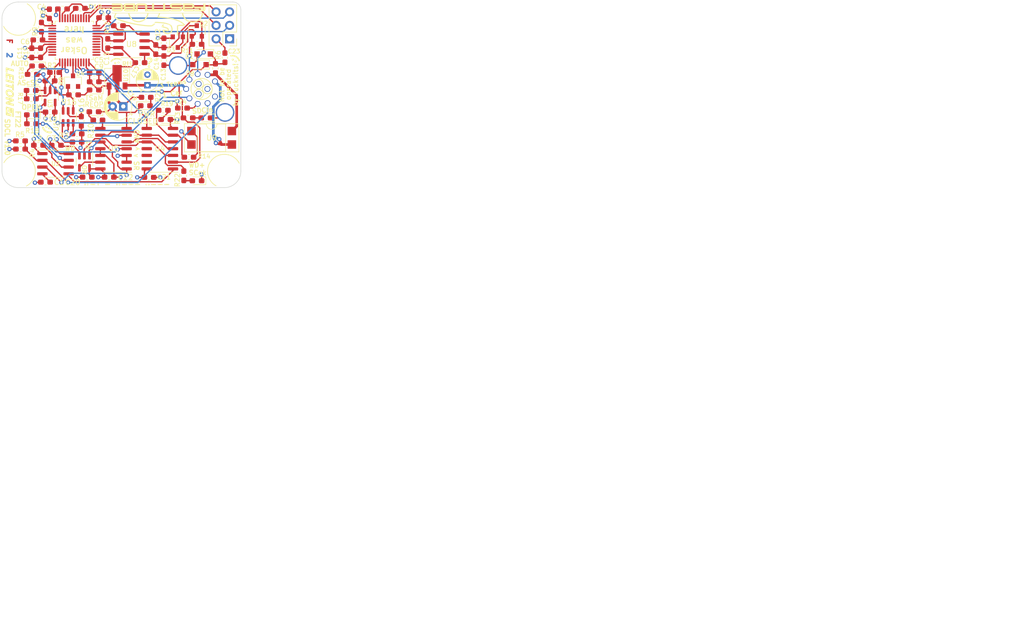
<source format=kicad_pcb>
(kicad_pcb (version 20171130) (host pcbnew 5.1.6)

  (general
    (thickness 1.6)
    (drawings 53)
    (tracks 696)
    (zones 0)
    (modules 78)
    (nets 77)
  )

  (page A4)
  (layers
    (0 F.Cu signal)
    (1 3V3.Cu power hide)
    (2 GND.Cu power hide)
    (31 B.Cu signal)
    (33 F.Adhes user)
    (35 F.Paste user)
    (37 F.SilkS user)
    (38 B.Mask user hide)
    (39 F.Mask user hide)
    (40 Dwgs.User user hide)
    (41 Cmts.User user hide)
    (42 Eco1.User user hide)
    (43 Eco2.User user hide)
    (44 Edge.Cuts user)
    (45 Margin user)
    (46 B.CrtYd user)
    (47 F.CrtYd user)
    (49 F.Fab user hide)
  )

  (setup
    (last_trace_width 0.25)
    (user_trace_width 0.5)
    (user_trace_width 1)
    (trace_clearance 0.2)
    (zone_clearance 0.33)
    (zone_45_only no)
    (trace_min 0.2)
    (via_size 0.8)
    (via_drill 0.4)
    (via_min_size 0.4)
    (via_min_drill 0.3)
    (uvia_size 0.3)
    (uvia_drill 0.1)
    (uvias_allowed no)
    (uvia_min_size 0.2)
    (uvia_min_drill 0.1)
    (edge_width 0.1)
    (segment_width 0.2)
    (pcb_text_width 0.3)
    (pcb_text_size 1.5 1.5)
    (mod_edge_width 0.15)
    (mod_text_size 1 1)
    (mod_text_width 0.15)
    (pad_size 4.5 4.5)
    (pad_drill 3)
    (pad_to_mask_clearance 0)
    (aux_axis_origin 0 0)
    (visible_elements FFFFFF7F)
    (pcbplotparams
      (layerselection 0x010e0_ffffffff)
      (usegerberextensions false)
      (usegerberattributes true)
      (usegerberadvancedattributes true)
      (creategerberjobfile true)
      (excludeedgelayer true)
      (linewidth 0.100000)
      (plotframeref false)
      (viasonmask false)
      (mode 1)
      (useauxorigin false)
      (hpglpennumber 1)
      (hpglpenspeed 20)
      (hpglpendiameter 15.000000)
      (psnegative false)
      (psa4output false)
      (plotreference true)
      (plotvalue true)
      (plotinvisibletext false)
      (padsonsilk false)
      (subtractmaskfromsilk false)
      (outputformat 1)
      (mirror false)
      (drillshape 0)
      (scaleselection 1)
      (outputdirectory "export/"))
  )

  (net 0 "")
  (net 1 GND)
  (net 2 +3V3)
  (net 3 NRST)
  (net 4 CAN_H)
  (net 5 CAN_L)
  (net 6 +12V)
  (net 7 SDC_in_3V3)
  (net 8 "Net-(D2-Pad3)")
  (net 9 TS_activate_MUXed)
  (net 10 TRACESWO)
  (net 11 SWDIO)
  (net 12 SWCLK)
  (net 13 ~SDC_reset~)
  (net 14 TS_activate_ext)
  (net 15 TS_activate_dash)
  (net 16 SDC_in)
  (net 17 SDC_out)
  (net 18 To_SDC_relais)
  (net 19 AS_driving_mode)
  (net 20 AS_close_SDC)
  (net 21 "Net-(R12-Pad1)")
  (net 22 Watchdog)
  (net 23 SDC_is_ready)
  (net 24 "Net-(U7-Pad46)")
  (net 25 "Net-(U7-Pad45)")
  (net 26 "Net-(U7-Pad43)")
  (net 27 "Net-(U7-Pad42)")
  (net 28 "Net-(U7-Pad41)")
  (net 29 "Net-(U7-Pad40)")
  (net 30 "Net-(U7-Pad38)")
  (net 31 CAN_TX)
  (net 32 CAN_RX)
  (net 33 "Net-(U7-Pad31)")
  (net 34 "Net-(U7-Pad30)")
  (net 35 "Net-(U7-Pad29)")
  (net 36 "Net-(U7-Pad28)")
  (net 37 "Net-(U7-Pad27)")
  (net 38 "Net-(U7-Pad26)")
  (net 39 "Net-(U7-Pad25)")
  (net 40 "Net-(U7-Pad22)")
  (net 41 "Net-(U7-Pad21)")
  (net 42 "Net-(U7-Pad17)")
  (net 43 "Net-(U7-Pad16)")
  (net 44 "Net-(U7-Pad12)")
  (net 45 "Net-(U7-Pad11)")
  (net 46 "Net-(U7-Pad10)")
  (net 47 "Net-(U7-Pad6)")
  (net 48 "Net-(U7-Pad5)")
  (net 49 "Net-(U7-Pad4)")
  (net 50 "Net-(U7-Pad3)")
  (net 51 "Net-(U7-Pad2)")
  (net 52 "Net-(R14-Pad2)")
  (net 53 "Net-(R10-Pad1)")
  (net 54 "Net-(D5-Pad2)")
  (net 55 "Net-(D6-Pad2)")
  (net 56 "Net-(D7-Pad2)")
  (net 57 "Net-(D9-Pad2)")
  (net 58 "Net-(D10-Pad2)")
  (net 59 "Net-(D11-Pad2)")
  (net 60 "Net-(D12-Pad2)")
  (net 61 "Net-(D13-Pad2)")
  (net 62 "/Non-Programmable Logic/~WDO~")
  (net 63 "/Non-Programmable Logic/RP")
  (net 64 "/Non-Programmable Logic/WP")
  (net 65 "/Non-Programmable Logic/correct_button_pressed")
  (net 66 "/Non-Programmable Logic/close_while_allowed")
  (net 67 "/Non-Programmable Logic/reopened")
  (net 68 "/Non-Programmable Logic/~reset_all~")
  (net 69 "/Non-Programmable Logic/closing_allowed")
  (net 70 "/Non-Programmable Logic/~reopen~")
  (net 71 "/Non-Programmable Logic/WD_and_SDCin_ok")
  (net 72 "/Non-Programmable Logic/~try_close~")
  (net 73 "/Non-Programmable Logic/still_initial_open")
  (net 74 "Net-(R!1-Pad2)")
  (net 75 "Net-(D14-Pad2)")
  (net 76 "Net-(R24-Pad2)")

  (net_class Default "This is the default net class."
    (clearance 0.2)
    (trace_width 0.25)
    (via_dia 0.8)
    (via_drill 0.4)
    (uvia_dia 0.3)
    (uvia_drill 0.1)
    (add_net +12V)
    (add_net +3V3)
    (add_net "/Non-Programmable Logic/RP")
    (add_net "/Non-Programmable Logic/WD_and_SDCin_ok")
    (add_net "/Non-Programmable Logic/WP")
    (add_net "/Non-Programmable Logic/close_while_allowed")
    (add_net "/Non-Programmable Logic/closing_allowed")
    (add_net "/Non-Programmable Logic/correct_button_pressed")
    (add_net "/Non-Programmable Logic/reopened")
    (add_net "/Non-Programmable Logic/still_initial_open")
    (add_net "/Non-Programmable Logic/~WDO~")
    (add_net "/Non-Programmable Logic/~reopen~")
    (add_net "/Non-Programmable Logic/~reset_all~")
    (add_net "/Non-Programmable Logic/~try_close~")
    (add_net AS_close_SDC)
    (add_net AS_driving_mode)
    (add_net CAN_H)
    (add_net CAN_L)
    (add_net CAN_RX)
    (add_net CAN_TX)
    (add_net GND)
    (add_net NRST)
    (add_net "Net-(D10-Pad2)")
    (add_net "Net-(D11-Pad2)")
    (add_net "Net-(D12-Pad2)")
    (add_net "Net-(D13-Pad2)")
    (add_net "Net-(D14-Pad2)")
    (add_net "Net-(D2-Pad3)")
    (add_net "Net-(D5-Pad2)")
    (add_net "Net-(D6-Pad2)")
    (add_net "Net-(D7-Pad2)")
    (add_net "Net-(D9-Pad2)")
    (add_net "Net-(R!1-Pad2)")
    (add_net "Net-(R10-Pad1)")
    (add_net "Net-(R12-Pad1)")
    (add_net "Net-(R14-Pad2)")
    (add_net "Net-(R24-Pad2)")
    (add_net "Net-(U7-Pad10)")
    (add_net "Net-(U7-Pad11)")
    (add_net "Net-(U7-Pad12)")
    (add_net "Net-(U7-Pad16)")
    (add_net "Net-(U7-Pad17)")
    (add_net "Net-(U7-Pad2)")
    (add_net "Net-(U7-Pad21)")
    (add_net "Net-(U7-Pad22)")
    (add_net "Net-(U7-Pad25)")
    (add_net "Net-(U7-Pad26)")
    (add_net "Net-(U7-Pad27)")
    (add_net "Net-(U7-Pad28)")
    (add_net "Net-(U7-Pad29)")
    (add_net "Net-(U7-Pad3)")
    (add_net "Net-(U7-Pad30)")
    (add_net "Net-(U7-Pad31)")
    (add_net "Net-(U7-Pad38)")
    (add_net "Net-(U7-Pad4)")
    (add_net "Net-(U7-Pad40)")
    (add_net "Net-(U7-Pad41)")
    (add_net "Net-(U7-Pad42)")
    (add_net "Net-(U7-Pad43)")
    (add_net "Net-(U7-Pad45)")
    (add_net "Net-(U7-Pad46)")
    (add_net "Net-(U7-Pad5)")
    (add_net "Net-(U7-Pad6)")
    (add_net SDC_in)
    (add_net SDC_in_3V3)
    (add_net SDC_is_ready)
    (add_net SDC_out)
    (add_net SWCLK)
    (add_net SWDIO)
    (add_net TRACESWO)
    (add_net TS_activate_MUXed)
    (add_net TS_activate_dash)
    (add_net TS_activate_ext)
    (add_net To_SDC_relais)
    (add_net Watchdog)
    (add_net ~SDC_reset~)
  )

  (module Custom:LeitOnLogo_small (layer F.Cu) (tedit 0) (tstamp 61E47766)
    (at 139.64932 84.905821 270)
    (fp_text reference G*** (at 0 0 90) (layer F.SilkS) hide
      (effects (font (size 1.524 1.524) (thickness 0.3)))
    )
    (fp_text value LOGO (at 0.75 0 90) (layer F.SilkS) hide
      (effects (font (size 1.524 1.524) (thickness 0.3)))
    )
    (fp_poly (pts (xy 0.566668 -0.599721) (xy 0.614704 -0.597573) (xy 0.656735 -0.593379) (xy 0.6858 -0.588041)
      (xy 0.709339 -0.581706) (xy 0.728147 -0.575727) (xy 0.738711 -0.571242) (xy 0.739457 -0.570689)
      (xy 0.750818 -0.565657) (xy 0.755568 -0.56515) (xy 0.76744 -0.561949) (xy 0.787198 -0.553343)
      (xy 0.812066 -0.540827) (xy 0.839269 -0.525897) (xy 0.866031 -0.510048) (xy 0.889577 -0.494777)
      (xy 0.89978 -0.487446) (xy 0.944259 -0.447601) (xy 0.986329 -0.397987) (xy 1.023975 -0.341529)
      (xy 1.055185 -0.281152) (xy 1.072815 -0.23608) (xy 1.089759 -0.172649) (xy 1.100702 -0.103157)
      (xy 1.104776 -0.033156) (xy 1.104782 -0.031222) (xy 1.104562 -0.005052) (xy 1.103549 0.018146)
      (xy 1.101385 0.041511) (xy 1.097709 0.068182) (xy 1.092162 0.101296) (xy 1.085179 0.1397)
      (xy 1.062274 0.230367) (xy 1.027598 0.320984) (xy 0.982025 0.410314) (xy 0.926427 0.497124)
      (xy 0.86168 0.580176) (xy 0.788656 0.658236) (xy 0.708229 0.730069) (xy 0.623019 0.793266)
      (xy 0.550323 0.837398) (xy 0.471912 0.876477) (xy 0.391541 0.908886) (xy 0.312964 0.933005)
      (xy 0.282702 0.940005) (xy 0.243614 0.946408) (xy 0.197335 0.951328) (xy 0.147904 0.954566)
      (xy 0.09936 0.955921) (xy 0.055742 0.955195) (xy 0.025085 0.952733) (xy -0.020088 0.944211)
      (xy -0.069293 0.930239) (xy -0.118996 0.912201) (xy -0.165662 0.891478) (xy -0.205757 0.869451)
      (xy -0.228602 0.853537) (xy -0.276572 0.8112) (xy -0.320139 0.764569) (xy -0.357227 0.716225)
      (xy -0.385762 0.668748) (xy -0.396824 0.644525) (xy -0.404605 0.625365) (xy -0.411322 0.609341)
      (xy -0.412593 0.606425) (xy -0.427465 0.563558) (xy -0.43884 0.511811) (xy -0.446383 0.4546)
      (xy -0.449755 0.395347) (xy -0.448912 0.352271) (xy -0.042454 0.352271) (xy -0.036814 0.412827)
      (xy -0.022635 0.470037) (xy -0.000528 0.521351) (xy 0.02565 0.560393) (xy 0.059363 0.591434)
      (xy 0.101374 0.614358) (xy 0.14983 0.628679) (xy 0.202875 0.633911) (xy 0.258657 0.629566)
      (xy 0.276225 0.626196) (xy 0.338551 0.606247) (xy 0.398952 0.574806) (xy 0.456447 0.533043)
      (xy 0.510052 0.482131) (xy 0.558787 0.42324) (xy 0.601671 0.357544) (xy 0.63772 0.286213)
      (xy 0.665954 0.21042) (xy 0.683805 0.1397) (xy 0.694812 0.063099) (xy 0.696778 -0.007435)
      (xy 0.68989 -0.07128) (xy 0.674332 -0.127812) (xy 0.650291 -0.176406) (xy 0.617955 -0.216439)
      (xy 0.577508 -0.247286) (xy 0.566497 -0.253313) (xy 0.532911 -0.265454) (xy 0.491435 -0.27291)
      (xy 0.446025 -0.275579) (xy 0.400636 -0.273357) (xy 0.359222 -0.266143) (xy 0.337614 -0.259251)
      (xy 0.275091 -0.228962) (xy 0.214971 -0.18928) (xy 0.159689 -0.14233) (xy 0.111678 -0.090236)
      (xy 0.07337 -0.035123) (xy 0.066225 -0.022315) (xy 0.059553 -0.009966) (xy 0.049252 0.008892)
      (xy 0.04018 0.0254) (xy 0.010039 0.090024) (xy -0.014008 0.163739) (xy -0.032252 0.247522)
      (xy -0.038941 0.290924) (xy -0.042454 0.352271) (xy -0.448912 0.352271) (xy -0.448622 0.337469)
      (xy -0.443668 0.29063) (xy -0.42064 0.179871) (xy -0.386951 0.075675) (xy -0.342339 -0.022686)
      (xy -0.311778 -0.076656) (xy -0.271913 -0.138336) (xy -0.230618 -0.19409) (xy -0.184875 -0.247649)
      (xy -0.131667 -0.302745) (xy -0.118681 -0.315422) (xy -0.030405 -0.392547) (xy 0.063045 -0.458089)
      (xy 0.161822 -0.512132) (xy 0.266078 -0.554758) (xy 0.375967 -0.58605) (xy 0.384175 -0.587884)
      (xy 0.42138 -0.593904) (xy 0.466521 -0.597885) (xy 0.516111 -0.599824) (xy 0.566668 -0.599721)) (layer F.SilkS) (width 0.01))
    (fp_poly (pts (xy -3.987398 -0.57785) (xy -3.929307 -0.577649) (xy -3.8801 -0.57706) (xy -3.840561 -0.576108)
      (xy -3.811472 -0.574819) (xy -3.793616 -0.573216) (xy -3.787828 -0.571586) (xy -3.786995 -0.561927)
      (xy -3.789783 -0.545832) (xy -3.790986 -0.541423) (xy -3.795734 -0.524639) (xy -3.802541 -0.499774)
      (xy -3.81026 -0.471038) (xy -3.813928 -0.4572) (xy -3.821971 -0.426802) (xy -3.829898 -0.396999)
      (xy -3.836423 -0.372618) (xy -3.838445 -0.365125) (xy -3.843901 -0.344884) (xy -3.851395 -0.31694)
      (xy -3.859702 -0.285866) (xy -3.863967 -0.269875) (xy -3.873782 -0.233042) (xy -3.881068 -0.205725)
      (xy -3.886564 -0.185168) (xy -3.89101 -0.168615) (xy -3.895145 -0.15331) (xy -3.89971 -0.136499)
      (xy -3.904022 -0.12065) (xy -3.911047 -0.094602) (xy -3.920012 -0.061015) (xy -3.929654 -0.024639)
      (xy -3.936979 0.003175) (xy -3.950036 0.052664) (xy -3.963657 0.103816) (xy -3.976796 0.15273)
      (xy -3.988407 0.195504) (xy -3.994012 0.2159) (xy -3.998104 0.230939) (xy -4.00452 0.254804)
      (xy -4.012336 0.284042) (xy -4.01955 0.31115) (xy -4.027835 0.342253) (xy -4.035532 0.370986)
      (xy -4.041715 0.393896) (xy -4.045139 0.4064) (xy -4.055794 0.444944) (xy -4.066481 0.484181)
      (xy -4.076669 0.522098) (xy -4.085826 0.55668) (xy -4.093421 0.585916) (xy -4.098924 0.607792)
      (xy -4.101802 0.620295) (xy -4.1021 0.622278) (xy -4.095788 0.624014) (xy -4.076997 0.625482)
      (xy -4.045946 0.626678) (xy -4.002852 0.627596) (xy -3.947935 0.628232) (xy -3.881413 0.62858)
      (xy -3.82905 0.62865) (xy -3.762932 0.628676) (xy -3.708404 0.628784) (xy -3.664358 0.62902)
      (xy -3.629684 0.629429) (xy -3.603273 0.630055) (xy -3.584017 0.630945) (xy -3.570805 0.632143)
      (xy -3.562529 0.633694) (xy -3.558079 0.635644) (xy -3.556346 0.638037) (xy -3.55615 0.639762)
      (xy -3.557859 0.651006) (xy -3.562239 0.67054) (xy -3.568403 0.694466) (xy -3.569511 0.6985)
      (xy -3.576246 0.722881) (xy -3.582454 0.745652) (xy -3.58893 0.769789) (xy -3.596469 0.798271)
      (xy -3.605867 0.834077) (xy -3.613587 0.8636) (xy -3.62065 0.888907) (xy -3.627335 0.909889)
      (xy -3.632538 0.923179) (xy -3.633897 0.925512) (xy -3.641527 0.927313) (xy -3.660578 0.928897)
      (xy -3.689775 0.930268) (xy -3.727841 0.931428) (xy -3.7735 0.932378) (xy -3.825475 0.933123)
      (xy -3.882491 0.933663) (xy -3.943269 0.934002) (xy -4.006536 0.934142) (xy -4.071013 0.934085)
      (xy -4.135425 0.933833) (xy -4.198495 0.93339) (xy -4.258947 0.932757) (xy -4.315505 0.931937)
      (xy -4.366892 0.930932) (xy -4.411832 0.929745) (xy -4.449048 0.928378) (xy -4.477265 0.926833)
      (xy -4.495206 0.925114) (xy -4.500817 0.923876) (xy -4.530786 0.905241) (xy -4.550003 0.879879)
      (xy -4.558699 0.847438) (xy -4.5593 0.834627) (xy -4.558965 0.822097) (xy -4.557693 0.808763)
      (xy -4.555091 0.792812) (xy -4.550764 0.772433) (xy -4.544315 0.745813) (xy -4.535351 0.711138)
      (xy -4.523475 0.666596) (xy -4.519241 0.650875) (xy -4.51203 0.624058) (xy -4.502585 0.588822)
      (xy -4.491938 0.549022) (xy -4.48112 0.508513) (xy -4.47675 0.492125) (xy -4.466171 0.452473)
      (xy -4.455327 0.411904) (xy -4.445248 0.37427) (xy -4.436967 0.343427) (xy -4.43426 0.333375)
      (xy -4.425478 0.30077) (xy -4.416124 0.265979) (xy -4.407953 0.235525) (xy -4.406524 0.230187)
      (xy -4.398028 0.19845) (xy -4.388589 0.163186) (xy -4.381877 0.138112) (xy -4.374188 0.109438)
      (xy -4.36494 0.075027) (xy -4.355888 0.041404) (xy -4.354141 0.034925) (xy -4.34693 0.008108)
      (xy -4.337485 -0.027128) (xy -4.326838 -0.066928) (xy -4.31602 -0.107437) (xy -4.31165 -0.123825)
      (xy -4.301071 -0.163477) (xy -4.290227 -0.204046) (xy -4.280148 -0.24168) (xy -4.271867 -0.272523)
      (xy -4.26916 -0.282575) (xy -4.260378 -0.31518) (xy -4.251024 -0.349971) (xy -4.242853 -0.380425)
      (xy -4.241424 -0.385763) (xy -4.233172 -0.416482) (xy -4.223722 -0.45151) (xy -4.215728 -0.481013)
      (xy -4.208909 -0.506543) (xy -4.203086 -0.529122) (xy -4.199356 -0.544479) (xy -4.199001 -0.5461)
      (xy -4.19705 -0.55483) (xy -4.194401 -0.561793) (xy -4.189723 -0.567188) (xy -4.181684 -0.571216)
      (xy -4.168953 -0.574076) (xy -4.150199 -0.575968) (xy -4.124089 -0.577092) (xy -4.089294 -0.577647)
      (xy -4.044481 -0.577833) (xy -3.988319 -0.577851) (xy -3.987398 -0.57785)) (layer F.SilkS) (width 0.01))
    (fp_poly (pts (xy -2.473252 -0.577762) (xy -2.397754 -0.577504) (xy -2.33021 -0.577086) (xy -2.271312 -0.576517)
      (xy -2.22175 -0.575807) (xy -2.182217 -0.574966) (xy -2.153402 -0.574003) (xy -2.135999 -0.572928)
      (xy -2.130682 -0.571916) (xy -2.130081 -0.567063) (xy -2.131429 -0.556554) (xy -2.134996 -0.539252)
      (xy -2.141051 -0.51402) (xy -2.149863 -0.479722) (xy -2.161702 -0.43522) (xy -2.172938 -0.3937)
      (xy -2.179956 -0.36788) (xy -2.186329 -0.344405) (xy -2.190772 -0.328012) (xy -2.191038 -0.327025)
      (xy -2.196942 -0.305865) (xy -2.201862 -0.288925) (xy -2.207537 -0.269875) (xy -2.486231 -0.26822)
      (xy -2.54457 -0.267764) (xy -2.59899 -0.267126) (xy -2.648177 -0.266338) (xy -2.690817 -0.26543)
      (xy -2.725596 -0.264433) (xy -2.7512 -0.263378) (xy -2.766314 -0.262297) (xy -2.769932 -0.261559)
      (xy -2.77367 -0.253542) (xy -2.779498 -0.236246) (xy -2.78643 -0.212716) (xy -2.789963 -0.199714)
      (xy -2.798061 -0.16913) (xy -2.807978 -0.131739) (xy -2.818266 -0.093007) (xy -2.824895 -0.068084)
      (xy -2.832617 -0.038331) (xy -2.838944 -0.012557) (xy -2.843222 0.006484) (xy -2.8448 0.01604)
      (xy -2.8448 0.016053) (xy -2.843449 0.018333) (xy -2.838687 0.020218) (xy -2.829451 0.021743)
      (xy -2.814678 0.022946) (xy -2.793307 0.023861) (xy -2.764275 0.024526) (xy -2.726519 0.024976)
      (xy -2.678976 0.025247) (xy -2.620585 0.025375) (xy -2.569634 0.0254) (xy -2.511732 0.025483)
      (xy -2.457802 0.025721) (xy -2.409161 0.026097) (xy -2.367123 0.026592) (xy -2.333002 0.02719)
      (xy -2.308114 0.027873) (xy -2.293773 0.028622) (xy -2.29074 0.029127) (xy -2.290136 0.036889)
      (xy -2.292783 0.052452) (xy -2.295322 0.062464) (xy -2.2998 0.078819) (xy -2.306718 0.104573)
      (xy -2.315307 0.136838) (xy -2.324796 0.172726) (xy -2.330306 0.193675) (xy -2.339731 0.229125)
      (xy -2.348532 0.261416) (xy -2.356008 0.288031) (xy -2.361456 0.306455) (xy -2.363536 0.312737)
      (xy -2.370091 0.3302) (xy -2.93205 0.3302) (xy -2.939878 0.360362) (xy -2.946743 0.386077)
      (xy -2.954145 0.412762) (xy -2.955957 0.4191) (xy -2.961072 0.437527) (xy -2.968191 0.46411)
      (xy -2.976209 0.494691) (xy -2.981279 0.51435) (xy -2.988962 0.543638) (xy -2.996189 0.569931)
      (xy -3.001997 0.589787) (xy -3.004737 0.598104) (xy -3.008076 0.612728) (xy -3.006962 0.621916)
      (xy -3.000051 0.623777) (xy -2.981667 0.625329) (xy -2.951601 0.626578) (xy -2.909641 0.62753)
      (xy -2.855577 0.628188) (xy -2.789198 0.628557) (xy -2.72623 0.62865) (xy -2.449659 0.62865)
      (xy -2.452663 0.646112) (xy -2.454548 0.655422) (xy -2.457912 0.669541) (xy -2.463119 0.689851)
      (xy -2.470533 0.71773) (xy -2.480517 0.754559) (xy -2.493435 0.801718) (xy -2.499103 0.822325)
      (xy -2.506257 0.848686) (xy -2.513302 0.875248) (xy -2.516859 0.889) (xy -2.522324 0.907961)
      (xy -2.527573 0.922232) (xy -2.529263 0.925512) (xy -2.536615 0.927283) (xy -2.555402 0.928846)
      (xy -2.584358 0.930201) (xy -2.622218 0.931353) (xy -2.667719 0.932302) (xy -2.719596 0.933051)
      (xy -2.776584 0.933602) (xy -2.837418 0.933957) (xy -2.900835 0.934119) (xy -2.96557 0.934089)
      (xy -3.030358 0.93387) (xy -3.093935 0.933464) (xy -3.155037 0.932873) (xy -3.212398 0.9321)
      (xy -3.264755 0.931145) (xy -3.310843 0.930013) (xy -3.349396 0.928704) (xy -3.379152 0.927221)
      (xy -3.398846 0.925567) (xy -3.406775 0.924005) (xy -3.436691 0.904791) (xy -3.456404 0.87966)
      (xy -3.466125 0.847943) (xy -3.466063 0.80897) (xy -3.456937 0.763897) (xy -3.449525 0.736776)
      (xy -3.441912 0.708521) (xy -3.438405 0.695325) (xy -3.432804 0.67428) (xy -3.425227 0.646074)
      (xy -3.417042 0.615795) (xy -3.414498 0.606425) (xy -3.406816 0.577991) (xy -3.397093 0.541751)
      (xy -3.386527 0.502175) (xy -3.376313 0.463736) (xy -3.375422 0.460375) (xy -3.365634 0.423509)
      (xy -3.355702 0.386286) (xy -3.346702 0.352718) (xy -3.339706 0.326818) (xy -3.338897 0.32385)
      (xy -3.331881 0.298034) (xy -3.325542 0.274562) (xy -3.321157 0.258167) (xy -3.320895 0.257175)
      (xy -3.316812 0.241825) (xy -3.310644 0.218814) (xy -3.303623 0.192738) (xy -3.30259 0.188912)
      (xy -3.29399 0.157006) (xy -3.28458 0.122012) (xy -3.276977 0.093662) (xy -3.26929 0.064986)
      (xy -3.260047 0.030574) (xy -3.251002 -0.00305) (xy -3.249258 -0.009525) (xy -3.241629 -0.037957)
      (xy -3.231951 -0.074195) (xy -3.221416 -0.113769) (xy -3.211215 -0.152207) (xy -3.210322 -0.155575)
      (xy -3.200534 -0.192441) (xy -3.190602 -0.229664) (xy -3.181602 -0.263232) (xy -3.174606 -0.289132)
      (xy -3.173797 -0.2921) (xy -3.166758 -0.317919) (xy -3.160357 -0.341393) (xy -3.155888 -0.357787)
      (xy -3.155618 -0.358775) (xy -3.151059 -0.375975) (xy -3.145114 -0.398997) (xy -3.141621 -0.41275)
      (xy -3.134394 -0.437466) (xy -3.125859 -0.461276) (xy -3.121599 -0.471142) (xy -3.103304 -0.498648)
      (xy -3.076457 -0.525644) (xy -3.044889 -0.548812) (xy -3.014104 -0.56422) (xy -3.006648 -0.566919)
      (xy -2.999128 -0.569236) (xy -2.990563 -0.5712) (xy -2.979975 -0.57284) (xy -2.966383 -0.574185)
      (xy -2.948811 -0.575266) (xy -2.926277 -0.57611) (xy -2.897804 -0.576747) (xy -2.862412 -0.577206)
      (xy -2.819121 -0.577516) (xy -2.766954 -0.577706) (xy -2.704931 -0.577806) (xy -2.632072 -0.577844)
      (xy -2.556012 -0.57785) (xy -2.473252 -0.577762)) (layer F.SilkS) (width 0.01))
    (fp_poly (pts (xy -1.75815 -0.576563) (xy -1.731111 -0.576352) (xy -1.674628 -0.575984) (xy -1.629648 -0.575677)
      (xy -1.594981 -0.575035) (xy -1.569439 -0.573662) (xy -1.551832 -0.571162) (xy -1.540971 -0.567137)
      (xy -1.535667 -0.561191) (xy -1.534732 -0.552929) (xy -1.536976 -0.541952) (xy -1.541209 -0.527866)
      (xy -1.545159 -0.51435) (xy -1.551068 -0.492558) (xy -1.558942 -0.463305) (xy -1.567486 -0.431407)
      (xy -1.571617 -0.415925) (xy -1.58144 -0.379061) (xy -1.588728 -0.351736) (xy -1.594216 -0.331215)
      (xy -1.598636 -0.314767) (xy -1.602724 -0.299656) (xy -1.607213 -0.28315) (xy -1.611697 -0.2667)
      (xy -1.618301 -0.242292) (xy -1.62707 -0.209616) (xy -1.636931 -0.172685) (xy -1.646809 -0.135511)
      (xy -1.648222 -0.130175) (xy -1.658331 -0.092072) (xy -1.668886 -0.052415) (xy -1.678695 -0.015677)
      (xy -1.686565 0.013672) (xy -1.687158 0.015875) (xy -1.695932 0.04848) (xy -1.70528 0.083273)
      (xy -1.713449 0.113727) (xy -1.714877 0.119062) (xy -1.723373 0.150799) (xy -1.732812 0.186063)
      (xy -1.739524 0.211137) (xy -1.747211 0.239813) (xy -1.756454 0.274225) (xy -1.765499 0.307849)
      (xy -1.767243 0.314325) (xy -1.77487 0.342757) (xy -1.784544 0.378997) (xy -1.795074 0.418573)
      (xy -1.805267 0.457011) (xy -1.806157 0.460375) (xy -1.820699 0.515152) (xy -1.835089 0.56899)
      (xy -1.848502 0.618825) (xy -1.860114 0.661593) (xy -1.866762 0.6858) (xy -1.870854 0.700839)
      (xy -1.87727 0.724704) (xy -1.885086 0.753942) (xy -1.8923 0.78105) (xy -1.903423 0.822897)
      (xy -1.911801 0.854273) (xy -1.917939 0.876982) (xy -1.922342 0.892829) (xy -1.925514 0.90362)
      (xy -1.927962 0.91116) (xy -1.930189 0.917253) (xy -1.930926 0.919162) (xy -1.936478 0.93345)
      (xy -2.136639 0.93345) (xy -2.192358 0.933415) (xy -2.236676 0.93326) (xy -2.270892 0.932911)
      (xy -2.296305 0.932292) (xy -2.314214 0.931329) (xy -2.325917 0.929946) (xy -2.332715 0.928069)
      (xy -2.335905 0.925623) (xy -2.336787 0.922533) (xy -2.3368 0.921902) (xy -2.33507 0.909252)
      (xy -2.330669 0.890042) (xy -2.327641 0.87904) (xy -2.323705 0.865397) (xy -2.319286 0.849643)
      (xy -2.313918 0.830047) (xy -2.307133 0.804878) (xy -2.298463 0.772403) (xy -2.287443 0.730892)
      (xy -2.275506 0.6858) (xy -2.263797 0.641589) (xy -2.254234 0.605632) (xy -2.245739 0.573897)
      (xy -2.237231 0.542355) (xy -2.227633 0.506975) (xy -2.227048 0.504825) (xy -2.219366 0.476391)
      (xy -2.209643 0.440151) (xy -2.199077 0.400575) (xy -2.188863 0.362136) (xy -2.187972 0.358775)
      (xy -2.178184 0.321909) (xy -2.168252 0.284686) (xy -2.159252 0.251118) (xy -2.152256 0.225218)
      (xy -2.151447 0.22225) (xy -2.144431 0.196434) (xy -2.138092 0.172962) (xy -2.133707 0.156567)
      (xy -2.133445 0.155575) (xy -2.129362 0.140225) (xy -2.123194 0.117214) (xy -2.116173 0.091138)
      (xy -2.11514 0.087312) (xy -2.106539 0.055406) (xy -2.097127 0.020411) (xy -2.089521 -0.007938)
      (xy -2.082019 -0.035928) (xy -2.072856 -0.070083) (xy -2.063668 -0.104305) (xy -2.060983 -0.1143)
      (xy -2.053228 -0.143173) (xy -2.04333 -0.180039) (xy -2.032435 -0.220625) (xy -2.021692 -0.26066)
      (xy -2.019219 -0.269875) (xy -2.008677 -0.309128) (xy -1.997687 -0.349976) (xy -1.987401 -0.388147)
      (xy -1.978969 -0.419367) (xy -1.977322 -0.42545) (xy -1.968937 -0.456836) (xy -1.960632 -0.488637)
      (xy -1.95379 -0.515545) (xy -1.951839 -0.523468) (xy -1.945831 -0.545026) (xy -1.93966 -0.562144)
      (xy -1.935697 -0.569594) (xy -1.931332 -0.572029) (xy -1.921954 -0.573918) (xy -1.906372 -0.575301)
      (xy -1.883394 -0.576218) (xy -1.851826 -0.576708) (xy -1.810476 -0.576809) (xy -1.75815 -0.576563)) (layer F.SilkS) (width 0.01))
    (fp_poly (pts (xy -1.037884 -0.576903) (xy -0.961301 -0.57675) (xy -0.873449 -0.576526) (xy -0.791921 -0.576297)
      (xy -0.225425 -0.574675) (xy -0.226883 -0.5588) (xy -0.229677 -0.541495) (xy -0.23443 -0.521478)
      (xy -0.234649 -0.5207) (xy -0.238806 -0.505659) (xy -0.245276 -0.481792) (xy -0.253127 -0.452552)
      (xy -0.26035 -0.42545) (xy -0.271511 -0.383486) (xy -0.279967 -0.351902) (xy -0.286251 -0.328797)
      (xy -0.290896 -0.31227) (xy -0.294436 -0.300421) (xy -0.297402 -0.291348) (xy -0.299957 -0.284163)
      (xy -0.306341 -0.2667) (xy -0.670551 -0.2667) (xy -0.685456 -0.211138) (xy -0.69464 -0.176961)
      (xy -0.704916 -0.13881) (xy -0.714198 -0.104432) (xy -0.714964 -0.1016) (xy -0.732767 -0.035689)
      (xy -0.749808 0.027659) (xy -0.767404 0.09335) (xy -0.786872 0.166292) (xy -0.7874 0.168275)
      (xy -0.797989 0.207927) (xy -0.80886 0.248499) (xy -0.818976 0.286133) (xy -0.827304 0.316976)
      (xy -0.830032 0.327025) (xy -0.836566 0.351056) (xy -0.842279 0.372138) (xy -0.84789 0.392948)
      (xy -0.854118 0.416161) (xy -0.861679 0.444455) (xy -0.871294 0.480505) (xy -0.879467 0.511175)
      (xy -0.887176 0.540088) (xy -0.894186 0.566343) (xy -0.899512 0.586256) (xy -0.901517 0.593725)
      (xy -0.905146 0.607227) (xy -0.911214 0.629822) (xy -0.918868 0.65834) (xy -0.927088 0.688975)
      (xy -0.936935 0.7256) (xy -0.947467 0.764635) (xy -0.957236 0.800719) (xy -0.96311 0.822325)
      (xy -0.97066 0.850138) (xy -0.977498 0.875538) (xy -0.982526 0.894444) (xy -0.983808 0.899363)
      (xy -0.988717 0.915511) (xy -0.993313 0.926351) (xy -1.000705 0.928529) (xy -1.018737 0.930341)
      (xy -1.045571 0.931788) (xy -1.07937 0.932876) (xy -1.118297 0.933607) (xy -1.160514 0.933986)
      (xy -1.204185 0.934017) (xy -1.247472 0.933702) (xy -1.288538 0.933047) (xy -1.325547 0.932055)
      (xy -1.356662 0.93073) (xy -1.380044 0.929075) (xy -1.393857 0.927095) (xy -1.396849 0.925512)
      (xy -1.396158 0.918868) (xy -1.39398 0.907957) (xy -1.389865 0.890957) (xy -1.383364 0.866046)
      (xy -1.374027 0.831399) (xy -1.369825 0.815975) (xy -1.362548 0.789156) (xy -1.353047 0.753918)
      (xy -1.342359 0.714116) (xy -1.33152 0.673604) (xy -1.32715 0.657225) (xy -1.316571 0.617573)
      (xy -1.305727 0.577004) (xy -1.295648 0.53937) (xy -1.287367 0.508527) (xy -1.28466 0.498475)
      (xy -1.275878 0.46587) (xy -1.266524 0.431079) (xy -1.258353 0.400625) (xy -1.256924 0.395287)
      (xy -1.248428 0.36355) (xy -1.238989 0.328286) (xy -1.232277 0.303212) (xy -1.224773 0.275227)
      (xy -1.215597 0.241077) (xy -1.206388 0.206859) (xy -1.20369 0.19685) (xy -1.185639 0.129861)
      (xy -1.169072 0.06831) (xy -1.154598 0.014455) (xy -1.142823 -0.029443) (xy -1.14263 -0.030163)
      (xy -1.13439 -0.060897) (xy -1.124982 -0.095939) (xy -1.117059 -0.125413) (xy -1.109277 -0.154755)
      (xy -1.101494 -0.184789) (xy -1.095368 -0.209116) (xy -1.095261 -0.20955) (xy -1.089743 -0.230982)
      (xy -1.084747 -0.248565) (xy -1.082424 -0.255588) (xy -1.081855 -0.258812) (xy -1.083803 -0.261346)
      (xy -1.089591 -0.263272) (xy -1.100541 -0.264674) (xy -1.117978 -0.265633) (xy -1.143225 -0.266233)
      (xy -1.177605 -0.266555) (xy -1.222441 -0.266683) (xy -1.260491 -0.2667) (xy -1.44284 -0.2667)
      (xy -1.439719 -0.287338) (xy -1.438114 -0.29638) (xy -1.435431 -0.308725) (xy -1.431285 -0.325877)
      (xy -1.425295 -0.349337) (xy -1.417076 -0.380608) (xy -1.406245 -0.421192) (xy -1.393145 -0.4699)
      (xy -1.386508 -0.494772) (xy -1.380121 -0.519098) (xy -1.377449 -0.529461) (xy -1.371731 -0.548632)
      (xy -1.365742 -0.564107) (xy -1.364792 -0.566007) (xy -1.363346 -0.568061) (xy -1.360825 -0.569861)
      (xy -1.356445 -0.571421) (xy -1.349422 -0.572754) (xy -1.338971 -0.573875) (xy -1.324309 -0.574799)
      (xy -1.304651 -0.575538) (xy -1.279214 -0.576108) (xy -1.247212 -0.576522) (xy -1.207863 -0.576795)
      (xy -1.160381 -0.57694) (xy -1.103983 -0.576971) (xy -1.037884 -0.576903)) (layer F.SilkS) (width 0.01))
    (fp_poly (pts (xy 2.560505 -0.577692) (xy 2.605354 -0.577242) (xy 2.644474 -0.57654) (xy 2.676316 -0.575626)
      (xy 2.699328 -0.574539) (xy 2.71196 -0.57332) (xy 2.713897 -0.572678) (xy 2.713777 -0.564634)
      (xy 2.71079 -0.547386) (xy 2.705507 -0.523958) (xy 2.702157 -0.510765) (xy 2.689441 -0.462681)
      (xy 2.675958 -0.412066) (xy 2.662787 -0.362959) (xy 2.651012 -0.319394) (xy 2.64443 -0.295275)
      (xy 2.637138 -0.268592) (xy 2.62981 -0.241502) (xy 2.621641 -0.211002) (xy 2.611826 -0.174085)
      (xy 2.600202 -0.130175) (xy 2.590682 -0.094184) (xy 2.583487 -0.067047) (xy 2.577701 -0.045341)
      (xy 2.572408 -0.025642) (xy 2.566692 -0.004523) (xy 2.560287 0.01905) (xy 2.552283 0.048558)
      (xy 2.542177 0.08593) (xy 2.531157 0.126763) (xy 2.52041 0.166655) (xy 2.511125 0.201203)
      (xy 2.508036 0.212725) (xy 2.504246 0.226957) (xy 2.498189 0.249783) (xy 2.490843 0.277519)
      (xy 2.486147 0.295275) (xy 2.477957 0.326173) (xy 2.469926 0.356334) (xy 2.463275 0.381182)
      (xy 2.460755 0.390525) (xy 2.455299 0.410766) (xy 2.447805 0.43871) (xy 2.439498 0.469784)
      (xy 2.435233 0.485775) (xy 2.4254 0.522673) (xy 2.418109 0.550009) (xy 2.412631 0.57049)
      (xy 2.408238 0.586824) (xy 2.404202 0.601721) (xy 2.399795 0.617888) (xy 2.395119 0.635)
      (xy 2.38691 0.665411) (xy 2.377493 0.700865) (xy 2.368797 0.734098) (xy 2.368149 0.7366)
      (xy 2.354262 0.784168) (xy 2.339396 0.821561) (xy 2.322273 0.851296) (xy 2.301612 0.875895)
      (xy 2.293419 0.883657) (xy 2.27075 0.901784) (xy 2.247256 0.915117) (xy 2.220501 0.924301)
      (xy 2.188051 0.929984) (xy 2.14747 0.93281) (xy 2.105801 0.93345) (xy 2.06042 0.932545)
      (xy 2.025652 0.929428) (xy 1.999515 0.923493) (xy 1.980022 0.914133) (xy 1.96519 0.900743)
      (xy 1.955923 0.887677) (xy 1.950537 0.877147) (xy 1.940857 0.856483) (xy 1.927575 0.827234)
      (xy 1.911383 0.790945) (xy 1.892975 0.749164) (xy 1.873041 0.703438) (xy 1.860149 0.67362)
      (xy 1.839419 0.625566) (xy 1.819681 0.579886) (xy 1.801655 0.538247) (xy 1.786063 0.502313)
      (xy 1.773627 0.473748) (xy 1.76507 0.454217) (xy 1.762164 0.447675) (xy 1.753478 0.428007)
      (xy 1.741719 0.40089) (xy 1.728728 0.370583) (xy 1.721016 0.352425) (xy 1.707714 0.321238)
      (xy 1.694063 0.289669) (xy 1.682115 0.26244) (xy 1.67692 0.250825) (xy 1.665041 0.224089)
      (xy 1.65157 0.193077) (xy 1.641364 0.169096) (xy 1.623044 0.125468) (xy 1.611481 0.169096)
      (xy 1.604609 0.19484) (xy 1.598083 0.218985) (xy 1.593691 0.23495) (xy 1.589176 0.251406)
      (xy 1.581844 0.278546) (xy 1.572121 0.314775) (xy 1.560434 0.358497) (xy 1.547208 0.408116)
      (xy 1.53287 0.462038) (xy 1.517847 0.518667) (xy 1.511421 0.542925) (xy 1.501981 0.578507)
      (xy 1.493301 0.611086) (xy 1.486065 0.638105) (xy 1.480957 0.657007) (xy 1.479146 0.663575)
      (xy 1.47415 0.681244) (xy 1.4677 0.704017) (xy 1.464763 0.714375) (xy 1.459272 0.73428)
      (xy 1.451793 0.762121) (xy 1.443492 0.79353) (xy 1.438466 0.8128) (xy 1.430444 0.843274)
      (xy 1.422691 0.871937) (xy 1.416286 0.89484) (xy 1.413322 0.904875) (xy 1.40547 0.930275)
      (xy 1.204385 0.931951) (xy 1.1485 0.932381) (xy 1.104021 0.932594) (xy 1.069652 0.932528)
      (xy 1.044101 0.932123) (xy 1.026072 0.931317) (xy 1.014273 0.930047) (xy 1.007408 0.928252)
      (xy 1.004185 0.925871) (xy 1.003309 0.922841) (xy 1.0033 0.922364) (xy 1.004948 0.912219)
      (xy 1.009572 0.891743) (xy 1.016691 0.862825) (xy 1.025823 0.827354) (xy 1.036486 0.787221)
      (xy 1.048199 0.744313) (xy 1.053881 0.7239) (xy 1.058005 0.708859) (xy 1.064448 0.684993)
      (xy 1.072281 0.655754) (xy 1.0795 0.62865) (xy 1.087784 0.597546) (xy 1.095481 0.568813)
      (xy 1.101664 0.545903) (xy 1.105088 0.5334) (xy 1.109626 0.516813) (xy 1.116958 0.489641)
      (xy 1.12663 0.453579) (xy 1.138191 0.410318) (xy 1.151188 0.361554) (xy 1.165169 0.308978)
      (xy 1.179682 0.254286) (xy 1.187328 0.225425) (xy 1.196781 0.18984) (xy 1.205496 0.157259)
      (xy 1.212784 0.13024) (xy 1.217957 0.111339) (xy 1.219812 0.104775) (xy 1.223647 0.091097)
      (xy 1.229817 0.068424) (xy 1.237433 0.040045) (xy 1.244695 0.0127) (xy 1.252943 -0.01841)
      (xy 1.26061 -0.047147) (xy 1.266773 -0.070057) (xy 1.270188 -0.08255) (xy 1.273989 -0.09645)
      (xy 1.280304 -0.119837) (xy 1.288386 -0.149926) (xy 1.297484 -0.183931) (xy 1.301778 -0.200025)
      (xy 1.319002 -0.264451) (xy 1.333402 -0.317807) (xy 1.345356 -0.361312) (xy 1.355242 -0.396187)
      (xy 1.363435 -0.42365) (xy 1.370314 -0.444923) (xy 1.376254 -0.461225) (xy 1.381634 -0.473776)
      (xy 1.38683 -0.483795) (xy 1.392143 -0.492388) (xy 1.420462 -0.524798) (xy 1.45721 -0.551278)
      (xy 1.497009 -0.568559) (xy 1.518257 -0.572695) (xy 1.548448 -0.575632) (xy 1.58391 -0.577321)
      (xy 1.620973 -0.577716) (xy 1.655966 -0.576769) (xy 1.68522 -0.574433) (xy 1.70319 -0.571221)
      (xy 1.72138 -0.563801) (xy 1.740025 -0.552595) (xy 1.755561 -0.540205) (xy 1.764422 -0.529236)
      (xy 1.7653 -0.525858) (xy 1.765786 -0.521781) (xy 1.767821 -0.51522) (xy 1.772269 -0.504034)
      (xy 1.779992 -0.486085) (xy 1.791856 -0.459235) (xy 1.795583 -0.45085) (xy 1.802007 -0.436067)
      (xy 1.81232 -0.411931) (xy 1.825518 -0.380812) (xy 1.840596 -0.345075) (xy 1.856552 -0.30709)
      (xy 1.857511 -0.3048) (xy 1.873729 -0.266193) (xy 1.889364 -0.229162) (xy 1.903345 -0.196227)
      (xy 1.914604 -0.169906) (xy 1.922072 -0.152718) (xy 1.922213 -0.1524) (xy 1.932284 -0.129686)
      (xy 1.941614 -0.108646) (xy 1.946147 -0.098425) (xy 1.951112 -0.086929) (xy 1.960114 -0.065795)
      (xy 1.972274 -0.037094) (xy 1.986715 -0.002899) (xy 2.002559 0.034717) (xy 2.006652 0.04445)
      (xy 2.022994 0.083226) (xy 2.038433 0.119686) (xy 2.052019 0.151597) (xy 2.062802 0.17673)
      (xy 2.069832 0.192855) (xy 2.070754 0.194914) (xy 2.078032 0.212539) (xy 2.082317 0.225871)
      (xy 2.0828 0.229029) (xy 2.085083 0.234205) (xy 2.090526 0.230567) (xy 2.097018 0.220854)
      (xy 2.102448 0.207807) (xy 2.103996 0.20151) (xy 2.107359 0.186135) (xy 2.11311 0.162653)
      (xy 2.120225 0.135189) (xy 2.123275 0.123825) (xy 2.132489 0.089773) (xy 2.143021 0.050723)
      (xy 2.152909 0.013946) (xy 2.154946 0.00635) (xy 2.163413 -0.025144) (xy 2.172053 -0.057119)
      (xy 2.179417 -0.084212) (xy 2.181569 -0.092075) (xy 2.188861 -0.118759) (xy 2.196189 -0.145849)
      (xy 2.204358 -0.176349) (xy 2.214173 -0.213266) (xy 2.225797 -0.257175) (xy 2.23477 -0.291098)
      (xy 2.241693 -0.317201) (xy 2.247682 -0.339659) (xy 2.253853 -0.362645) (xy 2.261323 -0.390333)
      (xy 2.2691 -0.4191) (xy 2.277556 -0.450541) (xy 2.28606 -0.482436) (xy 2.29319 -0.509448)
      (xy 2.295252 -0.517351) (xy 2.301101 -0.5395) (xy 2.306134 -0.557872) (xy 2.308673 -0.566563)
      (xy 2.310406 -0.569718) (xy 2.314264 -0.572226) (xy 2.321569 -0.57416) (xy 2.333645 -0.575595)
      (xy 2.351814 -0.576604) (xy 2.377401 -0.57726) (xy 2.411726 -0.577637) (xy 2.456115 -0.57781)
      (xy 2.511478 -0.57785) (xy 2.560505 -0.577692)) (layer F.SilkS) (width 0.01))
    (fp_poly (pts (xy 4.498561 -0.558187) (xy 4.54928 -0.557997) (xy 4.59218 -0.5577) (xy 4.627955 -0.557288)
      (xy 4.657304 -0.556752) (xy 4.680923 -0.556085) (xy 4.69951 -0.555278) (xy 4.713762 -0.554323)
      (xy 4.724375 -0.553212) (xy 4.732046 -0.551937) (xy 4.737474 -0.55049) (xy 4.741354 -0.548863)
      (xy 4.741527 -0.548772) (xy 4.762776 -0.531862) (xy 4.775597 -0.507323) (xy 4.780383 -0.474124)
      (xy 4.779526 -0.449188) (xy 4.776908 -0.426066) (xy 4.773585 -0.407644) (xy 4.770277 -0.397916)
      (xy 4.766216 -0.388526) (xy 4.760478 -0.370305) (xy 4.754161 -0.346817) (xy 4.752807 -0.341313)
      (xy 4.740906 -0.2921) (xy 4.498078 -0.2921) (xy 4.443789 -0.291963) (xy 4.393554 -0.291571)
      (xy 4.348775 -0.290955) (xy 4.31085 -0.290147) (xy 4.281182 -0.289176) (xy 4.261168 -0.288076)
      (xy 4.252211 -0.286875) (xy 4.251885 -0.286658) (xy 4.244153 -0.282958) (xy 4.227949 -0.279342)
      (xy 4.214998 -0.277543) (xy 4.190283 -0.27334) (xy 4.168531 -0.267018) (xy 4.152915 -0.259744)
      (xy 4.146613 -0.252684) (xy 4.146599 -0.252413) (xy 4.141491 -0.247997) (xy 4.138474 -0.24765)
      (xy 4.125567 -0.242418) (xy 4.108782 -0.228403) (xy 4.090022 -0.20813) (xy 4.071193 -0.184123)
      (xy 4.0542 -0.158906) (xy 4.040948 -0.135002) (xy 4.033341 -0.114936) (xy 4.03225 -0.106913)
      (xy 4.028975 -0.095351) (xy 4.0259 -0.092075) (xy 4.020939 -0.0833) (xy 4.01955 -0.073025)
      (xy 4.01737 -0.059882) (xy 4.013752 -0.054317) (xy 4.00922 -0.046321) (xy 4.004788 -0.030554)
      (xy 4.003509 -0.02378) (xy 3.999761 -0.005601) (xy 3.995756 0.007303) (xy 3.994592 0.009525)
      (xy 3.990499 0.018636) (xy 3.984367 0.035918) (xy 3.978645 0.053975) (xy 3.971679 0.07598)
      (xy 3.965326 0.094163) (xy 3.961729 0.10291) (xy 3.957224 0.11607) (xy 3.952951 0.134945)
      (xy 3.952182 0.139422) (xy 3.948417 0.155399) (xy 3.943951 0.164382) (xy 3.942538 0.1651)
      (xy 3.938337 0.170527) (xy 3.937 0.1806) (xy 3.93487 0.193895) (xy 3.931202 0.199683)
      (xy 3.92667 0.207679) (xy 3.922238 0.223446) (xy 3.920959 0.23022) (xy 3.917211 0.248399)
      (xy 3.913206 0.261303) (xy 3.912042 0.263525) (xy 3.907949 0.272636) (xy 3.901817 0.289918)
      (xy 3.896095 0.307975) (xy 3.889261 0.329732) (xy 3.883198 0.347443) (xy 3.879867 0.355808)
      (xy 3.87521 0.36868) (xy 3.870572 0.386225) (xy 3.87048 0.386643) (xy 3.862653 0.40473)
      (xy 3.84918 0.422688) (xy 3.84586 0.425936) (xy 3.825875 0.444127) (xy 3.610888 0.444313)
      (xy 3.395902 0.4445) (xy 3.383085 0.428205) (xy 3.369066 0.414075) (xy 3.350423 0.39979)
      (xy 3.331236 0.388046) (xy 3.315586 0.38154) (xy 3.311651 0.381) (xy 3.30312 0.37761)
      (xy 3.302 0.37465) (xy 3.296183 0.37131) (xy 3.280844 0.369031) (xy 3.261801 0.3683)
      (xy 3.217469 0.374009) (xy 3.177746 0.39009) (xy 3.144076 0.414973) (xy 3.117903 0.447089)
      (xy 3.10067 0.484866) (xy 3.093822 0.526736) (xy 3.094869 0.549811) (xy 3.100817 0.576395)
      (xy 3.111599 0.603775) (xy 3.125532 0.629209) (xy 3.140934 0.649957) (xy 3.156121 0.663278)
      (xy 3.166663 0.66675) (xy 3.174327 0.670099) (xy 3.175 0.672263) (xy 3.180722 0.67771)
      (xy 3.195502 0.68359) (xy 3.215762 0.689074) (xy 3.237922 0.693333) (xy 3.258403 0.695538)
      (xy 3.273071 0.694972) (xy 3.310884 0.685168) (xy 3.341222 0.6703) (xy 3.369051 0.647872)
      (xy 3.371596 0.645402) (xy 3.401591 0.61595) (xy 3.620083 0.615881) (xy 3.683353 0.615783)
      (xy 3.735382 0.61542) (xy 3.777624 0.614625) (xy 3.811539 0.613228) (xy 3.838582 0.611061)
      (xy 3.86021 0.607956) (xy 3.877882 0.603745) (xy 3.893054 0.59826) (xy 3.907183 0.591331)
      (xy 3.921726 0.582791) (xy 3.925209 0.580627) (xy 3.951781 0.560783) (xy 3.97806 0.535679)
      (xy 4.000557 0.509049) (xy 4.01578 0.484629) (xy 4.016608 0.482819) (xy 4.024367 0.465555)
      (xy 4.030579 0.452253) (xy 4.031268 0.45085) (xy 4.035591 0.439936) (xy 4.041984 0.421283)
      (xy 4.047725 0.403225) (xy 4.054808 0.380837) (xy 4.06117 0.36186) (xy 4.064644 0.352425)
      (xy 4.069315 0.339328) (xy 4.075723 0.319304) (xy 4.080088 0.3048) (xy 4.086672 0.283694)
      (xy 4.092721 0.26658) (xy 4.095679 0.259695) (xy 4.099848 0.247421) (xy 4.104054 0.228452)
      (xy 4.105466 0.220008) (xy 4.109145 0.202679) (xy 4.11348 0.192066) (xy 4.115521 0.1905)
      (xy 4.11979 0.185073) (xy 4.12115 0.174999) (xy 4.123215 0.161749) (xy 4.12678 0.156019)
      (xy 4.131505 0.148019) (xy 4.13606 0.132641) (xy 4.136873 0.128657) (xy 4.140967 0.111435)
      (xy 4.145336 0.099608) (xy 4.146076 0.098425) (xy 4.150256 0.08929) (xy 4.156332 0.071963)
      (xy 4.161868 0.053975) (xy 4.168663 0.031529) (xy 4.174914 0.012526) (xy 4.178415 0.003175)
      (xy 4.18359 -0.01223) (xy 4.187973 -0.030227) (xy 4.198807 -0.06375) (xy 4.215989 -0.091327)
      (xy 4.223361 -0.098986) (xy 4.227534 -0.102186) (xy 4.233134 -0.10479) (xy 4.241454 -0.10687)
      (xy 4.25379 -0.108504) (xy 4.271436 -0.109764) (xy 4.295688 -0.110727) (xy 4.32784 -0.111467)
      (xy 4.369187 -0.112059) (xy 4.421023 -0.112578) (xy 4.464709 -0.112942) (xy 4.525236 -0.113369)
      (xy 4.574233 -0.113561) (xy 4.612872 -0.11348) (xy 4.64232 -0.113086) (xy 4.663747 -0.112342)
      (xy 4.678323 -0.111207) (xy 4.687217 -0.109644) (xy 4.691598 -0.107614) (xy 4.69265 -0.105379)
      (xy 4.689311 -0.094761) (xy 4.687001 -0.092509) (xy 4.682127 -0.084373) (xy 4.677995 -0.06939)
      (xy 4.677805 -0.068322) (xy 4.673197 -0.044501) (xy 4.667468 -0.019124) (xy 4.661545 0.004129)
      (xy 4.656355 0.021579) (xy 4.653319 0.028939) (xy 4.65004 0.038727) (xy 4.646444 0.05637)
      (xy 4.644587 0.068627) (xy 4.641179 0.087107) (xy 4.637135 0.099071) (xy 4.634681 0.1016)
      (xy 4.630767 0.107112) (xy 4.62915 0.120275) (xy 4.627429 0.134768) (xy 4.623542 0.142416)
      (xy 4.619714 0.150175) (xy 4.615797 0.166486) (xy 4.613572 0.18079) (xy 4.610172 0.200692)
      (xy 4.606039 0.214945) (xy 4.603305 0.219349) (xy 4.598749 0.227863) (xy 4.5974 0.238585)
      (xy 4.594923 0.255591) (xy 4.591306 0.265198) (xy 4.585385 0.280652) (xy 4.578144 0.30807)
      (xy 4.569519 0.347703) (xy 4.563887 0.376237) (xy 4.559342 0.39575) (xy 4.554723 0.408999)
      (xy 4.551741 0.41275) (xy 4.548102 0.418264) (xy 4.5466 0.431425) (xy 4.544784 0.445986)
      (xy 4.540694 0.45375) (xy 4.536696 0.461621) (xy 4.532669 0.478012) (xy 4.530437 0.492225)
      (xy 4.527246 0.51129) (xy 4.523579 0.52394) (xy 4.521163 0.52705) (xy 4.516869 0.532578)
      (xy 4.512994 0.546051) (xy 4.512698 0.547687) (xy 4.508766 0.567397) (xy 4.503157 0.591801)
      (xy 4.496978 0.616455) (xy 4.491337 0.636911) (xy 4.487784 0.6477) (xy 4.484094 0.659505)
      (xy 4.479376 0.677934) (xy 4.477563 0.6858) (xy 4.47198 0.709257) (xy 4.466045 0.731892)
      (xy 4.464705 0.7366) (xy 4.459004 0.756955) (xy 4.452549 0.781165) (xy 4.450535 0.788987)
      (xy 4.445125 0.806411) (xy 4.439862 0.817306) (xy 4.43758 0.81915) (xy 4.432482 0.824046)
      (xy 4.4323 0.825766) (xy 4.428731 0.834246) (xy 4.419592 0.848768) (xy 4.41213 0.859139)
      (xy 4.38981 0.882452) (xy 4.361325 0.899853) (xy 4.323579 0.913208) (xy 4.321175 0.913861)
      (xy 4.311173 0.91485) (xy 4.289516 0.915756) (xy 4.257209 0.91658) (xy 4.215257 0.917321)
      (xy 4.164666 0.91798) (xy 4.106442 0.918556) (xy 4.041589 0.91905) (xy 3.971114 0.919462)
      (xy 3.896022 0.919792) (xy 3.817318 0.92004) (xy 3.736008 0.920206) (xy 3.653098 0.92029)
      (xy 3.569592 0.920293) (xy 3.486498 0.920213) (xy 3.404819 0.920053) (xy 3.325562 0.91981)
      (xy 3.249732 0.919486) (xy 3.178334 0.919081) (xy 3.112375 0.918595) (xy 3.052859 0.918027)
      (xy 3.000793 0.917378) (xy 2.957181 0.916648) (xy 2.923029 0.915837) (xy 2.899343 0.914946)
      (xy 2.887128 0.913973) (xy 2.886075 0.913747) (xy 2.86683 0.905058) (xy 2.85115 0.894528)
      (xy 2.84384 0.887559) (xy 2.839203 0.879619) (xy 2.836634 0.86783) (xy 2.835532 0.849311)
      (xy 2.835294 0.821181) (xy 2.835294 0.818706) (xy 2.83621 0.782924) (xy 2.838917 0.759349)
      (xy 2.843231 0.748328) (xy 2.84921 0.736324) (xy 2.85115 0.723004) (xy 2.852994 0.708999)
      (xy 2.856767 0.702127) (xy 2.860932 0.69428) (xy 2.865147 0.678282) (xy 2.866886 0.668415)
      (xy 2.870526 0.649246) (xy 2.874601 0.635251) (xy 2.876346 0.631825) (xy 2.880886 0.621334)
      (xy 2.884399 0.606425) (xy 2.888784 0.583906) (xy 2.894775 0.558625) (xy 2.901203 0.535048)
      (xy 2.906899 0.517642) (xy 2.908757 0.513316) (xy 2.912666 0.501041) (xy 2.916641 0.481689)
      (xy 2.91835 0.470454) (xy 2.921749 0.452189) (xy 2.925802 0.440477) (xy 2.928168 0.43815)
      (xy 2.932082 0.432637) (xy 2.9337 0.419474) (xy 2.93539 0.405003) (xy 2.939213 0.397392)
      (xy 2.943128 0.389623) (xy 2.947101 0.37349) (xy 2.94903 0.361538) (xy 2.952586 0.340649)
      (xy 2.956809 0.32389) (xy 2.958904 0.318533) (xy 2.964422 0.304371) (xy 2.97093 0.282574)
      (xy 2.977234 0.257878) (xy 2.982139 0.23502) (xy 2.98445 0.218736) (xy 2.9845 0.21707)
      (xy 2.986781 0.206129) (xy 2.990393 0.2032) (xy 2.994328 0.197474) (xy 2.998315 0.182696)
      (xy 3.00066 0.168191) (xy 3.004009 0.148303) (xy 3.008009 0.134097) (xy 3.010642 0.129716)
      (xy 3.014707 0.121478) (xy 3.01625 0.10795) (xy 3.018007 0.093598) (xy 3.021867 0.086177)
      (xy 3.026032 0.07833) (xy 3.030247 0.062332) (xy 3.031986 0.052465) (xy 3.035626 0.033296)
      (xy 3.039701 0.019301) (xy 3.041446 0.015875) (xy 3.046166 0.005416) (xy 3.050117 -0.009525)
      (xy 3.055948 -0.037354) (xy 3.06226 -0.064149) (xy 3.068214 -0.08664) (xy 3.072973 -0.10156)
      (xy 3.07463 -0.10514) (xy 3.077905 -0.114921) (xy 3.081501 -0.132572) (xy 3.083381 -0.14497)
      (xy 3.086833 -0.164278) (xy 3.090912 -0.177822) (xy 3.093286 -0.181493) (xy 3.097583 -0.189822)
      (xy 3.0988 -0.200025) (xy 3.100962 -0.213158) (xy 3.104555 -0.218708) (xy 3.108583 -0.226549)
      (xy 3.112682 -0.242802) (xy 3.114791 -0.255595) (xy 3.118198 -0.275659) (xy 3.12203 -0.290631)
      (xy 3.124113 -0.295275) (xy 3.128665 -0.305749) (xy 3.13238 -0.320675) (xy 3.137405 -0.344888)
      (xy 3.143691 -0.370118) (xy 3.150051 -0.391972) (xy 3.155299 -0.406056) (xy 3.155598 -0.406645)
      (xy 3.159871 -0.4189) (xy 3.1642 -0.437404) (xy 3.165248 -0.443157) (xy 3.169228 -0.459512)
      (xy 3.173886 -0.468968) (xy 3.175558 -0.4699) (xy 3.181037 -0.474867) (xy 3.18135 -0.477241)
      (xy 3.185958 -0.485729) (xy 3.198383 -0.499987) (xy 3.216522 -0.517851) (xy 3.238273 -0.53716)
      (xy 3.245205 -0.542925) (xy 3.247791 -0.544869) (xy 3.251 -0.546606) (xy 3.25553 -0.54815)
      (xy 3.26208 -0.549515) (xy 3.271348 -0.550714) (xy 3.284033 -0.551761) (xy 3.300832 -0.552669)
      (xy 3.322444 -0.553453) (xy 3.349568 -0.554126) (xy 3.382902 -0.554701) (xy 3.423144 -0.555193)
      (xy 3.470993 -0.555615) (xy 3.527147 -0.55598) (xy 3.592304 -0.556303) (xy 3.667163 -0.556596)
      (xy 3.752422 -0.556875) (xy 3.84878 -0.557152) (xy 3.956934 -0.557441) (xy 3.990975 -0.55753)
      (xy 4.103256 -0.557812) (xy 4.203534 -0.558036) (xy 4.292507 -0.558194) (xy 4.370871 -0.558277)
      (xy 4.439323 -0.558277) (xy 4.498561 -0.558187)) (layer F.SilkS) (width 0.01))
  )

  (module Diode_SMD:D_SOD-323_HandSoldering (layer F.Cu) (tedit 58641869) (tstamp 61E3C118)
    (at 176 77.8 180)
    (descr SOD-323)
    (tags SOD-323)
    (path /61BBA8EA/61E0CD10)
    (attr smd)
    (fp_text reference D1 (at 2.7 -0.5 180) (layer F.SilkS)
      (effects (font (size 0.8 0.8) (thickness 0.15)))
    )
    (fp_text value "Zener 3V" (at 0.1 1.9) (layer F.Fab)
      (effects (font (size 1 1) (thickness 0.15)))
    )
    (fp_line (start -1.9 -0.85) (end 1.25 -0.85) (layer F.SilkS) (width 0.12))
    (fp_line (start -1.9 0.85) (end 1.25 0.85) (layer F.SilkS) (width 0.12))
    (fp_line (start -2 -0.95) (end -2 0.95) (layer F.CrtYd) (width 0.05))
    (fp_line (start -2 0.95) (end 2 0.95) (layer F.CrtYd) (width 0.05))
    (fp_line (start 2 -0.95) (end 2 0.95) (layer F.CrtYd) (width 0.05))
    (fp_line (start -2 -0.95) (end 2 -0.95) (layer F.CrtYd) (width 0.05))
    (fp_line (start -0.9 -0.7) (end 0.9 -0.7) (layer F.Fab) (width 0.1))
    (fp_line (start 0.9 -0.7) (end 0.9 0.7) (layer F.Fab) (width 0.1))
    (fp_line (start 0.9 0.7) (end -0.9 0.7) (layer F.Fab) (width 0.1))
    (fp_line (start -0.9 0.7) (end -0.9 -0.7) (layer F.Fab) (width 0.1))
    (fp_line (start -0.3 -0.35) (end -0.3 0.35) (layer F.Fab) (width 0.1))
    (fp_line (start -0.3 0) (end -0.5 0) (layer F.Fab) (width 0.1))
    (fp_line (start -0.3 0) (end 0.2 -0.35) (layer F.Fab) (width 0.1))
    (fp_line (start 0.2 -0.35) (end 0.2 0.35) (layer F.Fab) (width 0.1))
    (fp_line (start 0.2 0.35) (end -0.3 0) (layer F.Fab) (width 0.1))
    (fp_line (start 0.2 0) (end 0.45 0) (layer F.Fab) (width 0.1))
    (fp_line (start -1.9 -0.85) (end -1.9 0.85) (layer F.SilkS) (width 0.12))
    (fp_text user %R (at 0 -1.85) (layer F.Fab)
      (effects (font (size 1 1) (thickness 0.15)))
    )
    (pad 2 smd rect (at 1.25 0 180) (size 1 1) (layers F.Cu F.Paste F.Mask)
      (net 1 GND))
    (pad 1 smd rect (at -1.25 0 180) (size 1 1) (layers F.Cu F.Paste F.Mask)
      (net 7 SDC_in_3V3))
    (model ${KISYS3DMOD}/Diode_SMD.3dshapes/D_SOD-323.wrl
      (at (xyz 0 0 0))
      (scale (xyz 1 1 1))
      (rotate (xyz 0 0 0))
    )
  )

  (module "" (layer F.Cu) (tedit 0) (tstamp 0)
    (at 154.94 86.36)
    (fp_text reference "" (at 175.379275 97.559263) (layer F.SilkS)
      (effects (font (size 1.27 1.27) (thickness 0.15)))
    )
    (fp_text value "" (at 175.379275 97.559263) (layer F.SilkS)
      (effects (font (size 1.27 1.27) (thickness 0.15)))
    )
  )

  (module Custom:FTLogo_small (layer F.Cu) (tedit 0) (tstamp 61B9DF51)
    (at 167.514735 71.3 180)
    (fp_text reference LOGO (at 0 0) (layer F.SilkS) hide
      (effects (font (size 1.524 1.524) (thickness 0.3)))
    )
    (fp_text value LOGO (at 0.75 0) (layer F.SilkS) hide
      (effects (font (size 1.524 1.524) (thickness 0.3)))
    )
    (fp_poly (pts (xy -6.739467 1.900767) (xy -8.4201 1.900767) (xy -8.4201 2.065867) (xy -6.739467 2.065867)
      (xy -6.739467 2.442634) (xy -8.4201 2.442634) (xy -8.4201 3.014134) (xy -8.809567 3.014134)
      (xy -8.809483 2.479675) (xy -8.809436 2.397863) (xy -8.809323 2.321404) (xy -8.809146 2.250587)
      (xy -8.808907 2.185701) (xy -8.808609 2.127034) (xy -8.808253 2.074875) (xy -8.807843 2.029514)
      (xy -8.807379 1.991238) (xy -8.806865 1.960336) (xy -8.806302 1.937098) (xy -8.805693 1.921812)
      (xy -8.805186 1.915584) (xy -8.79284 1.854464) (xy -8.773887 1.798625) (xy -8.748242 1.747949)
      (xy -8.715821 1.702321) (xy -8.676538 1.661627) (xy -8.630309 1.625749) (xy -8.57705 1.594573)
      (xy -8.56615 1.589182) (xy -8.527908 1.57231) (xy -8.488651 1.558302) (xy -8.445907 1.546374)
      (xy -8.397202 1.535747) (xy -8.396817 1.535672) (xy -8.391138 1.53458) (xy -8.385547 1.533579)
      (xy -8.379669 1.532664) (xy -8.37313 1.531831) (xy -8.365554 1.531074) (xy -8.356566 1.530389)
      (xy -8.345792 1.529772) (xy -8.332855 1.529218) (xy -8.317382 1.528723) (xy -8.298998 1.528281)
      (xy -8.277326 1.527888) (xy -8.251993 1.527539) (xy -8.222624 1.527231) (xy -8.188843 1.526957)
      (xy -8.150275 1.526714) (xy -8.106546 1.526498) (xy -8.05728 1.526302) (xy -8.002103 1.526123)
      (xy -7.940639 1.525957) (xy -7.872514 1.525798) (xy -7.797352 1.525642) (xy -7.714779 1.525484)
      (xy -7.624419 1.52532) (xy -7.544858 1.525178) (xy -6.739467 1.52375) (xy -6.739467 1.900767)) (layer F.SilkS) (width 0.01))
    (fp_poly (pts (xy -5.678055 1.52402) (xy -5.572957 1.524079) (xy -5.476101 1.524178) (xy -5.387374 1.524317)
      (xy -5.306663 1.524498) (xy -5.233856 1.524721) (xy -5.16884 1.524986) (xy -5.111503 1.525294)
      (xy -5.061733 1.525645) (xy -5.019415 1.526041) (xy -4.984439 1.526482) (xy -4.956692 1.526967)
      (xy -4.936061 1.527499) (xy -4.922433 1.528077) (xy -4.916439 1.528582) (xy -4.86056 1.540206)
      (xy -4.80845 1.559142) (xy -4.759557 1.585661) (xy -4.713334 1.620036) (xy -4.6912 1.640111)
      (xy -4.64919 1.685206) (xy -4.613921 1.733406) (xy -4.584734 1.785842) (xy -4.560973 1.843646)
      (xy -4.547271 1.887707) (xy -4.536083 1.928284) (xy -4.533655 3.014134) (xy -5.394202 3.013598)
      (xy -5.48006 3.013526) (xy -5.563782 3.01342) (xy -5.644961 3.013282) (xy -5.723185 3.013113)
      (xy -5.798045 3.012917) (xy -5.869131 3.012694) (xy -5.936033 3.012446) (xy -5.998341 3.012177)
      (xy -6.055644 3.011887) (xy -6.107534 3.011578) (xy -6.153599 3.011254) (xy -6.193431 3.010915)
      (xy -6.226618 3.010563) (xy -6.252751 3.010202) (xy -6.271421 3.009831) (xy -6.282216 3.009455)
      (xy -6.284383 3.009285) (xy -6.345066 2.997397) (xy -6.404317 2.977715) (xy -6.461123 2.950864)
      (xy -6.51447 2.91747) (xy -6.563346 2.878159) (xy -6.606736 2.833556) (xy -6.640019 2.789767)
      (xy -6.669581 2.738133) (xy -6.691651 2.683252) (xy -6.706156 2.625963) (xy -6.71302 2.567101)
      (xy -6.71217 2.507503) (xy -6.704595 2.455334) (xy -6.307667 2.455334) (xy -6.307667 2.637367)
      (xy -4.923367 2.637367) (xy -4.923367 2.455334) (xy -6.307667 2.455334) (xy -6.704595 2.455334)
      (xy -6.70353 2.448007) (xy -6.687027 2.38945) (xy -6.677752 2.365383) (xy -6.65307 2.316653)
      (xy -6.621023 2.270047) (xy -6.582624 2.226484) (xy -6.538887 2.186882) (xy -6.490826 2.152161)
      (xy -6.439457 2.12324) (xy -6.386078 2.101134) (xy -6.377711 2.098261) (xy -6.369952 2.095643)
      (xy -6.362391 2.093268) (xy -6.354621 2.091123) (xy -6.346231 2.089198) (xy -6.336815 2.08748)
      (xy -6.325962 2.085958) (xy -6.313265 2.084619) (xy -6.298314 2.083452) (xy -6.280702 2.082446)
      (xy -6.260018 2.081588) (xy -6.235855 2.080866) (xy -6.207804 2.080269) (xy -6.175456 2.079785)
      (xy -6.138403 2.079403) (xy -6.096235 2.079109) (xy -6.048544 2.078893) (xy -5.994922 2.078743)
      (xy -5.934959 2.078647) (xy -5.868248 2.078593) (xy -5.794379 2.07857) (xy -5.712943 2.078565)
      (xy -5.623533 2.078567) (xy -4.923367 2.078567) (xy -4.923367 1.900767) (xy -6.633633 1.900767)
      (xy -6.633633 1.524) (xy -5.791506 1.524) (xy -5.678055 1.52402)) (layer F.SilkS) (width 0.01))
    (fp_poly (pts (xy -2.215048 1.711237) (xy -2.21615 1.89865) (xy -4.0132 1.900786) (xy -4.0132 2.0701)
      (xy -3.305064 2.0701) (xy -3.200522 2.070128) (xy -3.103591 2.07021) (xy -3.014343 2.070346)
      (xy -2.932851 2.070536) (xy -2.859186 2.07078) (xy -2.793422 2.071077) (xy -2.735629 2.071426)
      (xy -2.685881 2.071827) (xy -2.644249 2.07228) (xy -2.610805 2.072784) (xy -2.585623 2.073339)
      (xy -2.568773 2.073945) (xy -2.561056 2.074499) (xy -2.497636 2.08613) (xy -2.436615 2.104968)
      (xy -2.379444 2.130519) (xy -2.354181 2.144789) (xy -2.297663 2.183384) (xy -2.248416 2.226095)
      (xy -2.206515 2.272825) (xy -2.172034 2.323477) (xy -2.145049 2.377956) (xy -2.125633 2.436165)
      (xy -2.124322 2.441334) (xy -2.11867 2.472497) (xy -2.11537 2.508993) (xy -2.114421 2.548021)
      (xy -2.115822 2.586779) (xy -2.119575 2.622466) (xy -2.124322 2.647133) (xy -2.143149 2.706044)
      (xy -2.169423 2.760949) (xy -2.203054 2.811705) (xy -2.243955 2.858171) (xy -2.268955 2.88136)
      (xy -2.317317 2.919519) (xy -2.36651 2.95053) (xy -2.418408 2.975345) (xy -2.474891 2.994914)
      (xy -2.512483 3.004701) (xy -2.516461 3.005496) (xy -2.521514 3.00623) (xy -2.527983 3.006907)
      (xy -2.536211 3.007529) (xy -2.546541 3.008099) (xy -2.559314 3.008621) (xy -2.574873 3.009098)
      (xy -2.59356 3.009531) (xy -2.615716 3.009926) (xy -2.641684 3.010284) (xy -2.671807 3.010609)
      (xy -2.706426 3.010903) (xy -2.745884 3.01117) (xy -2.790522 3.011413) (xy -2.840683 3.011635)
      (xy -2.896709 3.011839) (xy -2.958942 3.012027) (xy -3.027725 3.012204) (xy -3.103399 3.012371)
      (xy -3.186307 3.012533) (xy -3.27679 3.012692) (xy -3.375192 3.012851) (xy -3.438569 3.012949)
      (xy -4.335022 3.014305) (xy -4.333919 2.826894) (xy -4.332817 2.639484) (xy -3.417274 2.638416)
      (xy -2.501732 2.637348) (xy -2.502874 2.547399) (xy -2.504017 2.45745) (xy -3.253317 2.455183)
      (xy -3.347099 2.454895) (xy -3.432795 2.454622) (xy -3.510788 2.454358) (xy -3.581459 2.454099)
      (xy -3.645188 2.45384) (xy -3.702357 2.453577) (xy -3.753348 2.453303) (xy -3.798542 2.453016)
      (xy -3.838321 2.452709) (xy -3.873065 2.452378) (xy -3.903156 2.452019) (xy -3.928976 2.451626)
      (xy -3.950905 2.451194) (xy -3.969326 2.45072) (xy -3.98462 2.450197) (xy -3.997168 2.449622)
      (xy -4.007351 2.448989) (xy -4.01555 2.448294) (xy -4.022148 2.447531) (xy -4.027526 2.446697)
      (xy -4.032064 2.445786) (xy -4.033858 2.445368) (xy -4.095242 2.426808) (xy -4.15364 2.401785)
      (xy -4.208317 2.370894) (xy -4.258535 2.334733) (xy -4.303558 2.293899) (xy -4.342648 2.248988)
      (xy -4.37507 2.200597) (xy -4.400086 2.149324) (xy -4.40044 2.148437) (xy -4.413721 2.109434)
      (xy -4.42232 2.069924) (xy -4.426597 2.027565) (xy -4.426912 1.980014) (xy -4.426814 1.976967)
      (xy -4.423282 1.928269) (xy -4.415819 1.885217) (xy -4.403753 1.845644) (xy -4.386413 1.807383)
      (xy -4.363126 1.768266) (xy -4.361317 1.765532) (xy -4.332183 1.727563) (xy -4.296118 1.690153)
      (xy -4.25463 1.654573) (xy -4.209224 1.622095) (xy -4.161407 1.593992) (xy -4.153042 1.589688)
      (xy -4.121837 1.575647) (xy -4.085088 1.561837) (xy -4.045683 1.549234) (xy -4.006511 1.53881)
      (xy -3.993157 1.535807) (xy -3.947583 1.526117) (xy -2.213945 1.523823) (xy -2.215048 1.711237)) (layer F.SilkS) (width 0.01))
    (fp_poly (pts (xy 2.116667 1.900767) (xy 1.253067 1.900767) (xy 1.253067 3.014134) (xy 0.8636 3.014134)
      (xy 0.8636 1.900767) (xy -0.829734 1.900767) (xy -0.829734 3.014134) (xy -1.2192 3.014134)
      (xy -1.2192 1.900767) (xy -2.0828 1.900767) (xy -2.0828 1.524) (xy 2.116667 1.524)
      (xy 2.116667 1.900767)) (layer F.SilkS) (width 0.01))
    (fp_poly (pts (xy 2.548467 2.637367) (xy 3.941233 2.637367) (xy 3.941233 1.524) (xy 4.330998 1.524)
      (xy 4.329632 2.077509) (xy 4.328267 2.631017) (xy 4.31873 2.667) (xy 4.301741 2.715767)
      (xy 4.277243 2.763933) (xy 4.246183 2.810501) (xy 4.20951 2.854475) (xy 4.168172 2.894859)
      (xy 4.123115 2.930656) (xy 4.075289 2.96087) (xy 4.02564 2.984504) (xy 4.011657 2.989766)
      (xy 4.002832 2.992919) (xy 3.994702 2.995787) (xy 3.98685 2.998385) (xy 3.978859 3.000726)
      (xy 3.970312 3.002822) (xy 3.960792 3.004686) (xy 3.949881 3.006332) (xy 3.937162 3.007772)
      (xy 3.922218 3.009021) (xy 3.904631 3.010089) (xy 3.883985 3.010992) (xy 3.859862 3.011742)
      (xy 3.831844 3.012351) (xy 3.799515 3.012834) (xy 3.762458 3.013202) (xy 3.720254 3.01347)
      (xy 3.672487 3.013649) (xy 3.61874 3.013754) (xy 3.558595 3.013798) (xy 3.491635 3.013792)
      (xy 3.417442 3.013751) (xy 3.335601 3.013687) (xy 3.249587 3.013617) (xy 3.17527 3.013536)
      (xy 3.103009 3.013413) (xy 3.033283 3.01325) (xy 2.966569 3.013051) (xy 2.903346 3.012818)
      (xy 2.844092 3.012554) (xy 2.789284 3.012263) (xy 2.7394 3.011946) (xy 2.69492 3.011608)
      (xy 2.656319 3.01125) (xy 2.624077 3.010876) (xy 2.598671 3.010489) (xy 2.58058 3.010091)
      (xy 2.57028 3.009685) (xy 2.568419 3.009517) (xy 2.523908 2.999652) (xy 2.477647 2.983253)
      (xy 2.431829 2.961278) (xy 2.388645 2.934684) (xy 2.375515 2.925185) (xy 2.350501 2.904598)
      (xy 2.323435 2.879377) (xy 2.296295 2.851597) (xy 2.27106 2.823334) (xy 2.249707 2.796663)
      (xy 2.240255 2.783302) (xy 2.212272 2.736904) (xy 2.190604 2.690553) (xy 2.173791 2.640941)
      (xy 2.168344 2.620434) (xy 2.16733 2.615671) (xy 2.166415 2.609667) (xy 2.165593 2.601973)
      (xy 2.164857 2.59214) (xy 2.164201 2.579717) (xy 2.163618 2.564256) (xy 2.1631 2.545307)
      (xy 2.162643 2.522422) (xy 2.162239 2.495149) (xy 2.161882 2.463041) (xy 2.161565 2.425648)
      (xy 2.161281 2.38252) (xy 2.161024 2.333209) (xy 2.160787 2.277265) (xy 2.160564 2.214238)
      (xy 2.160349 2.143679) (xy 2.160133 2.065139) (xy 2.160116 2.058459) (xy 2.158721 1.524)
      (xy 2.548467 1.524) (xy 2.548467 2.637367)) (layer F.SilkS) (width 0.01))
    (fp_poly (pts (xy 5.303308 1.525066) (xy 5.404741 1.525212) (xy 5.498076 1.525342) (xy 5.583682 1.525466)
      (xy 5.66193 1.525592) (xy 5.733189 1.52573) (xy 5.797827 1.52589) (xy 5.856214 1.52608)
      (xy 5.908719 1.526311) (xy 5.955712 1.526592) (xy 5.997562 1.526933) (xy 6.034637 1.527341)
      (xy 6.067308 1.527828) (xy 6.095943 1.528403) (xy 6.120912 1.529075) (xy 6.142584 1.529853)
      (xy 6.161328 1.530747) (xy 6.177513 1.531766) (xy 6.19151 1.53292) (xy 6.203687 1.534218)
      (xy 6.214412 1.53567) (xy 6.224057 1.537285) (xy 6.232989 1.539073) (xy 6.241579 1.541042)
      (xy 6.250194 1.543203) (xy 6.259206 1.545565) (xy 6.268982 1.548137) (xy 6.275916 1.549925)
      (xy 6.333192 1.568234) (xy 6.386274 1.592712) (xy 6.434503 1.622864) (xy 6.477222 1.658194)
      (xy 6.51377 1.698207) (xy 6.543489 1.742407) (xy 6.551187 1.756834) (xy 6.569847 1.801107)
      (xy 6.584159 1.849957) (xy 6.593772 1.901123) (xy 6.598339 1.952343) (xy 6.597508 2.001357)
      (xy 6.593729 2.032) (xy 6.586533 2.065089) (xy 6.575746 2.10347) (xy 6.562024 2.14511)
      (xy 6.546022 2.187975) (xy 6.53445 2.216132) (xy 6.515189 2.261222) (xy 6.538381 2.300628)
      (xy 6.57109 2.361978) (xy 6.596198 2.421849) (xy 6.613596 2.479897) (xy 6.623173 2.535779)
      (xy 6.625166 2.57378) (xy 6.621089 2.632474) (xy 6.609018 2.688764) (xy 6.589195 2.742213)
      (xy 6.561862 2.792381) (xy 6.527261 2.83883) (xy 6.485634 2.88112) (xy 6.437223 2.918812)
      (xy 6.433635 2.921234) (xy 6.393601 2.946307) (xy 6.355596 2.96615) (xy 6.316718 2.982011)
      (xy 6.274064 2.995139) (xy 6.245199 3.002282) (xy 6.20395 3.01176) (xy 4.445 3.014308)
      (xy 4.445 2.637367) (xy 4.834466 2.637367) (xy 6.214702 2.637367) (xy 6.213559 2.547409)
      (xy 6.212416 2.45745) (xy 4.834466 2.455308) (xy 4.834466 2.637367) (xy 4.445 2.637367)
      (xy 4.445 1.900767) (xy 4.834466 1.900767) (xy 4.834466 2.0701) (xy 6.193366 2.0701)
      (xy 6.193366 1.900767) (xy 4.834466 1.900767) (xy 4.445 1.900767) (xy 4.445 1.523783)
      (xy 5.303308 1.525066)) (layer F.SilkS) (width 0.01))
    (fp_poly (pts (xy 8.128357 1.524483) (xy 8.177823 1.524573) (xy 8.22152 1.524757) (xy 8.259897 1.525046)
      (xy 8.293403 1.525451) (xy 8.322488 1.52598) (xy 8.347602 1.526646) (xy 8.369193 1.527458)
      (xy 8.387713 1.528427) (xy 8.403609 1.529563) (xy 8.417332 1.530877) (xy 8.429331 1.532378)
      (xy 8.440055 1.534078) (xy 8.449955 1.535987) (xy 8.459479 1.538114) (xy 8.469078 1.540471)
      (xy 8.471537 1.541096) (xy 8.528233 1.559859) (xy 8.581855 1.586097) (xy 8.631715 1.619159)
      (xy 8.677121 1.658395) (xy 8.717385 1.703157) (xy 8.751816 1.752792) (xy 8.779725 1.806653)
      (xy 8.794682 1.84553) (xy 8.799549 1.86026) (xy 8.803729 1.873555) (xy 8.807279 1.886175)
      (xy 8.810256 1.898884) (xy 8.812718 1.912442) (xy 8.814721 1.927613) (xy 8.816321 1.945158)
      (xy 8.817578 1.96584) (xy 8.818546 1.990419) (xy 8.819283 2.019659) (xy 8.819847 2.054321)
      (xy 8.820294 2.095168) (xy 8.820681 2.142961) (xy 8.821063 2.198159) (xy 8.822798 2.455334)
      (xy 7.1247 2.455334) (xy 7.1247 2.637367) (xy 8.822267 2.637367) (xy 8.822267 3.014134)
      (xy 7.995708 3.013456) (xy 7.912475 3.01338) (xy 7.831394 3.013289) (xy 7.75288 3.013186)
      (xy 7.677348 3.013072) (xy 7.605215 3.012947) (xy 7.536895 3.012812) (xy 7.472804 3.012669)
      (xy 7.413357 3.012519) (xy 7.35897 3.012363) (xy 7.310057 3.012202) (xy 7.267035 3.012038)
      (xy 7.230318 3.011871) (xy 7.200322 3.011702) (xy 7.177462 3.011533) (xy 7.162154 3.011365)
      (xy 7.154813 3.011199) (xy 7.154333 3.011165) (xy 7.112828 3.003661) (xy 7.068363 2.990269)
      (xy 7.023112 2.971837) (xy 6.979248 2.94921) (xy 6.952369 2.932559) (xy 6.898841 2.892996)
      (xy 6.85233 2.850512) (xy 6.813127 2.805471) (xy 6.781527 2.758237) (xy 6.757822 2.709176)
      (xy 6.746827 2.676625) (xy 6.745131 2.670454) (xy 6.743653 2.664375) (xy 6.742375 2.657781)
      (xy 6.741278 2.65007) (xy 6.740345 2.640633) (xy 6.739559 2.628868) (xy 6.738903 2.614167)
      (xy 6.738357 2.595927) (xy 6.737906 2.573541) (xy 6.73753 2.546405) (xy 6.737214 2.513912)
      (xy 6.736938 2.475459) (xy 6.736686 2.430439) (xy 6.73644 2.378247) (xy 6.736182 2.318278)
      (xy 6.736144 2.309284) (xy 6.735891 2.242989) (xy 6.735738 2.184543) (xy 6.735708 2.133324)
      (xy 6.735823 2.088713) (xy 6.736105 2.050092) (xy 6.736577 2.016841) (xy 6.737262 1.988341)
      (xy 6.73818 1.963973) (xy 6.739356 1.943117) (xy 6.740811 1.925155) (xy 6.742568 1.909466)
      (xy 6.743858 1.900767) (xy 7.1247 1.900767) (xy 7.1247 2.074334) (xy 8.4328 2.074334)
      (xy 8.4328 1.900767) (xy 7.1247 1.900767) (xy 6.743858 1.900767) (xy 6.744649 1.895433)
      (xy 6.747077 1.882435) (xy 6.749873 1.869853) (xy 6.752404 1.85962) (xy 6.760472 1.834117)
      (xy 6.772097 1.805152) (xy 6.785882 1.775728) (xy 6.800428 1.74885) (xy 6.813018 1.729317)
      (xy 6.83974 1.697181) (xy 6.872649 1.665183) (xy 6.909616 1.635034) (xy 6.948508 1.608444)
      (xy 6.987195 1.587123) (xy 6.994356 1.583804) (xy 7.031154 1.569084) (xy 7.073199 1.555252)
      (xy 7.11727 1.54329) (xy 7.151782 1.535736) (xy 7.158535 1.534459) (xy 7.165174 1.533306)
      (xy 7.172153 1.53227) (xy 7.179923 1.531343) (xy 7.188935 1.530518) (xy 7.199644 1.529786)
      (xy 7.212499 1.52914) (xy 7.227955 1.528573) (xy 7.246462 1.528076) (xy 7.268473 1.527642)
      (xy 7.294439 1.527264) (xy 7.324814 1.526933) (xy 7.36005 1.526643) (xy 7.400597 1.526384)
      (xy 7.446909 1.52615) (xy 7.499438 1.525933) (xy 7.558635 1.525725) (xy 7.624954 1.525519)
      (xy 7.698845 1.525307) (xy 7.77875 1.525086) (xy 7.863806 1.52486) (xy 7.940846 1.524676)
      (xy 8.010318 1.524545) (xy 8.072672 1.524477) (xy 8.128357 1.524483)) (layer F.SilkS) (width 0.01))
    (fp_poly (pts (xy -3.451187 -2.100792) (xy -3.452283 -1.183217) (xy -3.464804 -1.160613) (xy -3.484268 -1.133139)
      (xy -3.510671 -1.108646) (xy -3.544212 -1.087043) (xy -3.585091 -1.068234) (xy -3.633508 -1.052125)
      (xy -3.689662 -1.038623) (xy -3.744529 -1.028988) (xy -3.775812 -1.024537) (xy -3.807662 -1.020573)
      (xy -3.840852 -1.017051) (xy -3.876152 -1.013928) (xy -3.914335 -1.011157) (xy -3.956173 -1.008697)
      (xy -4.002439 -1.006501) (xy -4.053903 -1.004527) (xy -4.111337 -1.002728) (xy -4.175515 -1.001063)
      (xy -4.247207 -0.999485) (xy -4.265083 -0.999125) (xy -4.313643 -0.998096) (xy -4.362106 -0.996944)
      (xy -4.409723 -0.995696) (xy -4.455747 -0.994378) (xy -4.499428 -0.993018) (xy -4.540018 -0.991643)
      (xy -4.576767 -0.990278) (xy -4.608927 -0.98895) (xy -4.635748 -0.987687) (xy -4.656483 -0.986516)
      (xy -4.670383 -0.985462) (xy -4.676698 -0.984553) (xy -4.676968 -0.98441) (xy -4.674565 -0.981119)
      (xy -4.666678 -0.973045) (xy -4.654186 -0.96099) (xy -4.637971 -0.945754) (xy -4.618913 -0.928137)
      (xy -4.597891 -0.908941) (xy -4.575787 -0.888966) (xy -4.553481 -0.869013) (xy -4.531853 -0.849883)
      (xy -4.511784 -0.832376) (xy -4.494154 -0.817293) (xy -4.4831 -0.808085) (xy -4.374756 -0.723902)
      (xy -4.259229 -0.643006) (xy -4.136474 -0.565383) (xy -4.006444 -0.491016) (xy -3.869094 -0.419887)
      (xy -3.724378 -0.351982) (xy -3.572249 -0.287284) (xy -3.412661 -0.225777) (xy -3.24557 -0.167443)
      (xy -3.070928 -0.112268) (xy -2.88869 -0.060234) (xy -2.698809 -0.011326) (xy -2.50124 0.034473)
      (xy -2.295937 0.07718) (xy -2.082853 0.116809) (xy -1.861944 0.153379) (xy -1.699684 0.177585)
      (xy -1.623759 0.188241) (xy -1.548568 0.198425) (xy -1.473485 0.208198) (xy -1.397887 0.217626)
      (xy -1.321148 0.226771) (xy -1.242643 0.235697) (xy -1.161748 0.244469) (xy -1.077837 0.253148)
      (xy -0.990287 0.2618) (xy -0.898471 0.270487) (xy -0.801766 0.279274) (xy -0.699546 0.288223)
      (xy -0.591186 0.297398) (xy -0.476063 0.306864) (xy -0.35355 0.316683) (xy -0.262467 0.323846)
      (xy -0.209675 0.328002) (xy -0.156323 0.332263) (xy -0.103087 0.33657) (xy -0.05064 0.340867)
      (xy 0.000345 0.345095) (xy 0.049194 0.349196) (xy 0.095234 0.353113) (xy 0.13779 0.356788)
      (xy 0.17619 0.360162) (xy 0.209758 0.363178) (xy 0.237822 0.365778) (xy 0.259709 0.367904)
      (xy 0.274743 0.369499) (xy 0.282252 0.370504) (xy 0.282982 0.370709) (xy 0.281507 0.374645)
      (xy 0.276661 0.385303) (xy 0.268855 0.401828) (xy 0.2585 0.423368) (xy 0.246006 0.449067)
      (xy 0.231782 0.478073) (xy 0.216623 0.508761) (xy 0.175531 0.592981) (xy 0.137955 0.672928)
      (xy 0.102659 0.751335) (xy 0.068408 0.830935) (xy 0.039451 0.900943) (xy 0.028559 0.927913)
      (xy 0.016844 0.957263) (xy 0.00471 0.987953) (xy -0.007443 1.01894) (xy -0.019211 1.049183)
      (xy -0.030193 1.07764) (xy -0.039986 1.103269) (xy -0.048188 1.125029) (xy -0.054397 1.141879)
      (xy -0.058209 1.152777) (xy -0.059267 1.156564) (xy -0.055095 1.156874) (xy -0.042828 1.157176)
      (xy -0.022836 1.157469) (xy 0.004509 1.157752) (xy 0.038837 1.158024) (xy 0.079777 1.158282)
      (xy 0.126958 1.158527) (xy 0.180008 1.158757) (xy 0.238558 1.158969) (xy 0.302234 1.159165)
      (xy 0.370668 1.159341) (xy 0.443487 1.159496) (xy 0.520321 1.15963) (xy 0.600799 1.159742)
      (xy 0.68455 1.159829) (xy 0.771202 1.15989) (xy 0.860385 1.159925) (xy 0.928729 1.159933)
      (xy 1.916724 1.159933) (xy 2.120739 1.159933) (xy 5.5118 1.159933) (xy 5.511769 1.148292)
      (xy 5.510733 1.137054) (xy 5.507874 1.11907) (xy 5.503507 1.095788) (xy 5.497948 1.068652)
      (xy 5.491513 1.039112) (xy 5.484516 1.008611) (xy 5.477274 0.978598) (xy 5.470102 0.950519)
      (xy 5.463315 0.925821) (xy 5.463063 0.924947) (xy 5.433513 0.833783) (xy 5.39763 0.741855)
      (xy 5.356313 0.651037) (xy 5.310465 0.563205) (xy 5.260988 0.480232) (xy 5.219643 0.418953)
      (xy 5.144945 0.321537) (xy 5.064784 0.230532) (xy 4.979379 0.146079) (xy 4.88895 0.068316)
      (xy 4.793715 -0.002619) (xy 4.693893 -0.066584) (xy 4.589703 -0.123442) (xy 4.481363 -0.173054)
      (xy 4.369093 -0.215279) (xy 4.253112 -0.24998) (xy 4.133639 -0.277017) (xy 4.12115 -0.279359)
      (xy 4.085572 -0.285657) (xy 4.053263 -0.290744) (xy 4.022649 -0.294739) (xy 3.99216 -0.297762)
      (xy 3.960224 -0.299932) (xy 3.925269 -0.301369) (xy 3.885723 -0.302191) (xy 3.840016 -0.30252)
      (xy 3.81635 -0.302538) (xy 3.763767 -0.302247) (xy 3.717937 -0.301352) (xy 3.677158 -0.299698)
      (xy 3.639726 -0.297128) (xy 3.60394 -0.293486) (xy 3.568098 -0.288616) (xy 3.530498 -0.282361)
      (xy 3.489436 -0.274565) (xy 3.470931 -0.270831) (xy 3.355463 -0.242991) (xy 3.243225 -0.207522)
      (xy 3.134505 -0.16472) (xy 3.029594 -0.114881) (xy 2.928782 -0.0583) (xy 2.83236 0.004727)
      (xy 2.740617 0.073903) (xy 2.653843 0.148935) (xy 2.572329 0.229525) (xy 2.496364 0.315378)
      (xy 2.42624 0.406198) (xy 2.362245 0.50169) (xy 2.304671 0.601557) (xy 2.253807 0.705504)
      (xy 2.209943 0.813236) (xy 2.17337 0.924456) (xy 2.144378 1.038869) (xy 2.13372 1.0922)
      (xy 2.129993 1.112413) (xy 2.126649 1.13031) (xy 2.124081 1.143807) (xy 2.122769 1.150408)
      (xy 2.120739 1.159933) (xy 1.916724 1.159933) (xy 1.919672 1.135592) (xy 1.921574 1.122044)
      (xy 1.924637 1.102664) (xy 1.928452 1.079938) (xy 1.932612 1.056354) (xy 1.933021 1.0541)
      (xy 1.959536 0.931832) (xy 1.994003 0.812082) (xy 2.036191 0.6952) (xy 2.085866 0.58154)
      (xy 2.142797 0.471453) (xy 2.206751 0.365293) (xy 2.277495 0.263409) (xy 2.354796 0.166156)
      (xy 2.438423 0.073885) (xy 2.528143 -0.013052) (xy 2.623724 -0.094302) (xy 2.724932 -0.169515)
      (xy 2.753783 -0.189134) (xy 2.861211 -0.255715) (xy 2.972491 -0.314773) (xy 3.087512 -0.366267)
      (xy 3.206161 -0.410156) (xy 3.328328 -0.446398) (xy 3.453899 -0.474952) (xy 3.582147 -0.495696)
      (xy 3.614473 -0.499145) (xy 3.653446 -0.502071) (xy 3.697257 -0.504434) (xy 3.744101 -0.506197)
      (xy 3.79217 -0.507319) (xy 3.839657 -0.507762) (xy 3.884756 -0.507487) (xy 3.92566 -0.506454)
      (xy 3.960561 -0.504624) (xy 3.968052 -0.504045) (xy 4.097495 -0.489253) (xy 4.22346 -0.466765)
      (xy 4.346074 -0.436531) (xy 4.46546 -0.3985) (xy 4.581745 -0.352624) (xy 4.695053 -0.298853)
      (xy 4.805511 -0.237135) (xy 4.913242 -0.167422) (xy 5.018374 -0.089663) (xy 5.0292 -0.081083)
      (xy 5.084253 -0.034606) (xy 5.141077 0.018149) (xy 5.198224 0.075628) (xy 5.254249 0.136279)
      (xy 5.307706 0.198546) (xy 5.357148 0.260876) (xy 5.392342 0.309033) (xy 5.427945 0.362348)
      (xy 5.463975 0.421014) (xy 5.499256 0.482872) (xy 5.532614 0.545761) (xy 5.562872 0.60752)
      (xy 5.588857 0.665989) (xy 5.596091 0.683683) (xy 5.628236 0.770619) (xy 5.657019 0.861363)
      (xy 5.681666 0.953159) (xy 5.701407 1.04325) (xy 5.709468 1.088451) (xy 5.721135 1.159933)
      (xy 7.941699 1.159933) (xy 7.992632 1.058136) (xy 8.03456 0.973127) (xy 8.071809 0.895043)
      (xy 8.10442 0.823783) (xy 8.132436 0.759245) (xy 8.155899 0.701325) (xy 8.174851 0.649923)
      (xy 8.189336 0.604937) (xy 8.199394 0.566264) (xy 8.202023 0.553425) (xy 8.208977 0.516299)
      (xy 8.198525 0.493469) (xy 8.184803 0.470692) (xy 8.163788 0.446508) (xy 8.135341 0.420817)
      (xy 8.099325 0.393521) (xy 8.055605 0.364521) (xy 8.004042 0.333717) (xy 7.944499 0.301011)
      (xy 7.8994 0.277643) (xy 7.812772 0.235224) (xy 7.718194 0.191777) (xy 7.616103 0.147437)
      (xy 7.506934 0.102336) (xy 7.391125 0.056608) (xy 7.269112 0.010387) (xy 7.141331 -0.036196)
      (xy 7.00822 -0.083006) (xy 6.870214 -0.129911) (xy 6.727751 -0.176777) (xy 6.581267 -0.22347)
      (xy 6.431198 -0.269858) (xy 6.277982 -0.315808) (xy 6.122054 -0.361186) (xy 5.963851 -0.405859)
      (xy 5.80381 -0.449693) (xy 5.642368 -0.492556) (xy 5.47996 -0.534315) (xy 5.317024 -0.574835)
      (xy 5.153996 -0.613985) (xy 4.991313 -0.65163) (xy 4.829411 -0.687637) (xy 4.668726 -0.721873)
      (xy 4.5339 -0.749388) (xy 4.34411 -0.78634) (xy 4.152329 -0.821778) (xy 3.9593 -0.855605)
      (xy 3.765769 -0.887722) (xy 3.572478 -0.918031) (xy 3.380172 -0.946434) (xy 3.189594 -0.972833)
      (xy 3.001488 -0.997129) (xy 2.816599 -1.019225) (xy 2.635671 -1.039022) (xy 2.459446 -1.056422)
      (xy 2.28867 -1.071326) (xy 2.124086 -1.083637) (xy 1.966438 -1.093257) (xy 1.905 -1.096352)
      (xy 1.870435 -1.09771) (xy 1.830895 -1.098799) (xy 1.787697 -1.099621) (xy 1.74216 -1.100175)
      (xy 1.695601 -1.100462) (xy 1.649336 -1.100482) (xy 1.604685 -1.100234) (xy 1.562964 -1.09972)
      (xy 1.525491 -1.098939) (xy 1.493583 -1.097892) (xy 1.468559 -1.096579) (xy 1.464521 -1.096286)
      (xy 1.419944 -1.092341) (xy 1.382293 -1.087744) (xy 1.350031 -1.082152) (xy 1.321621 -1.075219)
      (xy 1.29553 -1.066599) (xy 1.270219 -1.055947) (xy 1.2573 -1.049713) (xy 1.231727 -1.035661)
      (xy 1.200924 -1.016645) (xy 1.16592 -0.993399) (xy 1.127745 -0.966662) (xy 1.087428 -0.937167)
      (xy 1.045999 -0.905652) (xy 1.004487 -0.872854) (xy 0.967317 -0.842351) (xy 0.92075 -0.803396)
      (xy 0.867833 -0.805906) (xy 0.845801 -0.806886) (xy 0.817918 -0.808027) (xy 0.786798 -0.809228)
      (xy 0.755051 -0.810388) (xy 0.731308 -0.811207) (xy 0.705748 -0.812236) (xy 0.683344 -0.813474)
      (xy 0.66537 -0.814823) (xy 0.653102 -0.816184) (xy 0.647813 -0.817459) (xy 0.6477 -0.817654)
      (xy 0.65049 -0.82282) (xy 0.658263 -0.833049) (xy 0.670118 -0.847313) (xy 0.685158 -0.864583)
      (xy 0.702482 -0.883833) (xy 0.721193 -0.904033) (xy 0.740391 -0.924156) (xy 0.744616 -0.928496)
      (xy 0.804564 -0.986608) (xy 0.86766 -1.041717) (xy 0.932718 -1.092962) (xy 0.998553 -1.139482)
      (xy 1.063979 -1.180417) (xy 1.12781 -1.214906) (xy 1.160004 -1.230018) (xy 1.193048 -1.244206)
      (xy 1.224103 -1.256396) (xy 1.254129 -1.266733) (xy 1.284088 -1.275362) (xy 1.314942 -1.282426)
      (xy 1.347649 -1.288069) (xy 1.383173 -1.292436) (xy 1.422474 -1.295671) (xy 1.466512 -1.297918)
      (xy 1.51625 -1.299321) (xy 1.572647 -1.300024) (xy 1.62779 -1.300179) (xy 1.739034 -1.298988)
      (xy 1.857861 -1.29555) (xy 1.98371 -1.289938) (xy 2.116022 -1.282225) (xy 2.254237 -1.272485)
      (xy 2.397794 -1.260791) (xy 2.546133 -1.247214) (xy 2.698695 -1.23183) (xy 2.854919 -1.214709)
      (xy 3.014245 -1.195926) (xy 3.176113 -1.175554) (xy 3.339964 -1.153666) (xy 3.505237 -1.130334)
      (xy 3.671372 -1.105631) (xy 3.837809 -1.079632) (xy 4.003988 -1.052408) (xy 4.169349 -1.024033)
      (xy 4.333332 -0.99458) (xy 4.495377 -0.964122) (xy 4.654923 -0.932731) (xy 4.811412 -0.900482)
      (xy 4.964282 -0.867447) (xy 4.990487 -0.86162) (xy 5.027899 -0.853178) (xy 5.072411 -0.842986)
      (xy 5.1229 -0.831308) (xy 5.178244 -0.818408) (xy 5.237318 -0.804551) (xy 5.299 -0.790003)
      (xy 5.362166 -0.775028) (xy 5.425694 -0.75989) (xy 5.488461 -0.744855) (xy 5.549343 -0.730187)
      (xy 5.594169 -0.719324) (xy 5.805429 -0.66708) (xy 6.009088 -0.614875) (xy 6.205102 -0.562728)
      (xy 6.393428 -0.510654) (xy 6.574021 -0.458669) (xy 6.746839 -0.406791) (xy 6.911837 -0.355036)
      (xy 7.068973 -0.303421) (xy 7.218203 -0.251961) (xy 7.359483 -0.200674) (xy 7.49277 -0.149576)
      (xy 7.618021 -0.098684) (xy 7.735191 -0.048014) (xy 7.844237 0.002417) (xy 7.945116 0.052594)
      (xy 8.037785 0.102498) (xy 8.122199 0.152114) (xy 8.198315 0.201425) (xy 8.266091 0.250414)
      (xy 8.325481 0.299066) (xy 8.362023 0.332894) (xy 8.386347 0.357698) (xy 8.404571 0.378711)
      (xy 8.417523 0.397012) (xy 8.426032 0.413676) (xy 8.427895 0.418674) (xy 8.431204 0.434953)
      (xy 8.432605 0.457004) (xy 8.432166 0.482363) (xy 8.429954 0.50857) (xy 8.426037 0.533161)
      (xy 8.424565 0.53975) (xy 8.413422 0.579892) (xy 8.397744 0.626769) (xy 8.37751 0.680427)
      (xy 8.352703 0.740909) (xy 8.323302 0.808261) (xy 8.28929 0.882527) (xy 8.250646 0.963751)
      (xy 8.207351 1.051979) (xy 8.195604 1.075525) (xy 8.153386 1.159881) (xy 8.480418 1.160966)
      (xy 8.80745 1.16205) (xy 8.808661 1.203325) (xy 8.809873 1.2446) (xy -8.818033 1.2446)
      (xy -8.818033 1.159933) (xy -8.361927 1.159933) (xy -8.157795 1.159933) (xy -4.611273 1.159933)
      (xy -4.617035 1.122892) (xy -4.633933 1.032371) (xy -4.656748 0.938997) (xy -4.684849 0.84528)
      (xy -4.693073 0.820788) (xy -4.736651 0.706869) (xy -4.787766 0.596619) (xy -4.846171 0.490375)
      (xy -4.911618 0.388478) (xy -4.983859 0.291267) (xy -5.062647 0.199081) (xy -5.147733 0.11226)
      (xy -5.238872 0.031143) (xy -5.310717 -0.025501) (xy -5.410759 -0.095333) (xy -5.513934 -0.157491)
      (xy -5.620466 -0.212064) (xy -5.730579 -0.25914) (xy -5.844496 -0.298807) (xy -5.962441 -0.331154)
      (xy -6.084639 -0.356269) (xy -6.184942 -0.371132) (xy -6.213848 -0.373931) (xy -6.249454 -0.376124)
      (xy -6.290113 -0.377711) (xy -6.334179 -0.378692) (xy -6.380004 -0.379065) (xy -6.425941 -0.378832)
      (xy -6.470344 -0.37799) (xy -6.511565 -0.376541) (xy -6.547959 -0.374483) (xy -6.577876 -0.371817)
      (xy -6.582833 -0.371224) (xy -6.643953 -0.362852) (xy -6.699671 -0.353713) (xy -6.753054 -0.343244)
      (xy -6.807164 -0.330883) (xy -6.820326 -0.32764) (xy -6.939195 -0.293689) (xy -7.054603 -0.252014)
      (xy -7.166489 -0.202645) (xy -7.274791 -0.145613) (xy -7.379447 -0.08095) (xy -7.480394 -0.008685)
      (xy -7.506511 0.011732) (xy -7.53344 0.034232) (xy -7.564441 0.061923) (xy -7.598186 0.093479)
      (xy -7.633346 0.127568) (xy -7.668594 0.162863) (xy -7.7026 0.198035) (xy -7.734037 0.231756)
      (xy -7.761575 0.262695) (xy -7.782569 0.287867) (xy -7.852897 0.382497) (xy -7.917045 0.482047)
      (xy -7.97467 0.585749) (xy -8.025429 0.692838) (xy -8.068978 0.802548) (xy -8.104973 0.914113)
      (xy -8.133072 1.026767) (xy -8.147014 1.100667) (xy -8.15012 1.119243) (xy -8.152939 1.135529)
      (xy -8.155046 1.147106) (xy -8.15571 1.150408) (xy -8.157795 1.159933) (xy -8.361927 1.159933)
      (xy -8.358974 1.133475) (xy -8.355396 1.106976) (xy -8.349987 1.074262) (xy -8.343127 1.037292)
      (xy -8.335195 0.998027) (xy -8.32657 0.958425) (xy -8.318366 0.923454) (xy -8.284198 0.801026)
      (xy -8.242257 0.681579) (xy -8.192814 0.565445) (xy -8.136138 0.452955) (xy -8.0725 0.344443)
      (xy -8.002168 0.24024) (xy -7.925413 0.140679) (xy -7.842505 0.046091) (xy -7.753713 -0.043191)
      (xy -7.659306 -0.126834) (xy -7.559555 -0.204508) (xy -7.454729 -0.275879) (xy -7.345099 -0.340615)
      (xy -7.253817 -0.387548) (xy -7.142215 -0.437183) (xy -7.028385 -0.47959) (xy -6.911547 -0.514992)
      (xy -6.790918 -0.543614) (xy -6.665716 -0.565678) (xy -6.601883 -0.574234) (xy -6.581336 -0.576482)
      (xy -6.560111 -0.578275) (xy -6.536973 -0.579658) (xy -6.510686 -0.580675) (xy -6.480015 -0.581371)
      (xy -6.443725 -0.581789) (xy -6.400579 -0.581975) (xy -6.385983 -0.581992) (xy -6.328688 -0.581741)
      (xy -6.278165 -0.580818) (xy -6.232736 -0.579073) (xy -6.190723 -0.57636) (xy -6.150448 -0.572531)
      (xy -6.110232 -0.567439) (xy -6.068399 -0.560935) (xy -6.02327 -0.552873) (xy -5.996517 -0.547737)
      (xy -5.871217 -0.519008) (xy -5.749171 -0.482652) (xy -5.630639 -0.438939) (xy -5.515881 -0.388138)
      (xy -5.405157 -0.330518) (xy -5.298728 -0.266348) (xy -5.196852 -0.195897) (xy -5.099792 -0.119434)
      (xy -5.007806 -0.037228) (xy -4.921155 0.05045) (xy -4.840099 0.143333) (xy -4.764899 0.241151)
      (xy -4.695813 0.343636) (xy -4.633103 0.450517) (xy -4.577028 0.561526) (xy -4.527849 0.676393)
      (xy -4.485826 0.79485) (xy -4.451219 0.916627) (xy -4.424287 1.041455) (xy -4.416549 1.086913)
      (xy -4.404988 1.159942) (xy -2.341917 1.158879) (xy -0.278846 1.157817) (xy -0.237327 1.04775)
      (xy -0.216579 0.993376) (xy -0.194742 0.937305) (xy -0.172281 0.880668) (xy -0.149665 0.824597)
      (xy -0.127358 0.770223) (xy -0.105828 0.718679) (xy -0.08554 0.671095) (xy -0.066962 0.628604)
      (xy -0.05056 0.592338) (xy -0.04288 0.575968) (xy -0.036675 0.562446) (xy -0.032473 0.552286)
      (xy -0.031102 0.547508) (xy -0.031151 0.547405) (xy -0.03548 0.54686) (xy -0.047541 0.54572)
      (xy -0.066623 0.544044) (xy -0.092015 0.541889) (xy -0.123009 0.539316) (xy -0.158892 0.536382)
      (xy -0.198956 0.533147) (xy -0.24249 0.529669) (xy -0.288784 0.526008) (xy -0.303024 0.524888)
      (xy -0.421907 0.515481) (xy -0.533001 0.506522) (xy -0.636969 0.497944) (xy -0.734474 0.489683)
      (xy -0.826179 0.481673) (xy -0.912745 0.473848) (xy -0.994837 0.466143) (xy -1.073115 0.458492)
      (xy -1.148244 0.45083) (xy -1.220885 0.443091) (xy -1.291702 0.435209) (xy -1.361356 0.42712)
      (xy -1.430512 0.418757) (xy -1.49983 0.410055) (xy -1.569974 0.400948) (xy -1.610784 0.395524)
      (xy -1.844583 0.36213) (xy -2.070557 0.325634) (xy -2.288763 0.286011) (xy -2.499261 0.24324)
      (xy -2.702111 0.197298) (xy -2.897373 0.148163) (xy -3.085105 0.095812) (xy -3.265367 0.040224)
      (xy -3.438219 -0.018624) (xy -3.60372 -0.080755) (xy -3.76193 -0.146191) (xy -3.912907 -0.214955)
      (xy -4.056712 -0.287068) (xy -4.193404 -0.362553) (xy -4.323043 -0.441433) (xy -4.445687 -0.523729)
      (xy -4.561397 -0.609465) (xy -4.670232 -0.698662) (xy -4.772251 -0.791343) (xy -4.776872 -0.795779)
      (xy -4.806347 -0.824747) (xy -4.834527 -0.853599) (xy -4.860626 -0.881448) (xy -4.883856 -0.90741)
      (xy -4.903433 -0.930598) (xy -4.918569 -0.950126) (xy -4.928478 -0.965109) (xy -4.930357 -0.968675)
      (xy -4.940251 -0.99836) (xy -4.942867 -1.029644) (xy -4.938197 -1.060337) (xy -4.930689 -1.080099)
      (xy -4.91491 -1.1054) (xy -4.894009 -1.126893) (xy -4.867413 -1.144875) (xy -4.834551 -1.159641)
      (xy -4.79485 -1.171484) (xy -4.74774 -1.180701) (xy -4.730922 -1.183155) (xy -4.709957 -1.185764)
      (xy -4.687183 -1.18811) (xy -4.661971 -1.19022) (xy -4.633691 -1.192117) (xy -4.601715 -1.193829)
      (xy -4.565412 -1.195379) (xy -4.524154 -1.196792) (xy -4.477311 -1.198095) (xy -4.424254 -1.199311)
      (xy -4.364353 -1.200468) (xy -4.29698 -1.201588) (xy -4.254288 -1.202231) (xy -4.17951 -1.203417)
      (xy -4.112618 -1.2047) (xy -4.053033 -1.206121) (xy -4.000176 -1.20772) (xy -3.953467 -1.209536)
      (xy -3.912327 -1.211609) (xy -3.876175 -1.213979) (xy -3.844432 -1.216687) (xy -3.816518 -1.219772)
      (xy -3.791855 -1.223274) (xy -3.769861 -1.227233) (xy -3.749958 -1.231688) (xy -3.731567 -1.236681)
      (xy -3.724912 -1.238709) (xy -3.701655 -1.247232) (xy -3.685577 -1.256431) (xy -3.675397 -1.26741)
      (xy -3.669837 -1.281273) (xy -3.668712 -1.287239) (xy -3.667363 -1.299297) (xy -3.666091 -1.316843)
      (xy -3.664894 -1.340073) (xy -3.663769 -1.369181) (xy -3.662714 -1.40436) (xy -3.661725 -1.445804)
      (xy -3.660799 -1.493708) (xy -3.659935 -1.548265) (xy -3.65913 -1.609669) (xy -3.65838 -1.678115)
      (xy -3.657683 -1.753797) (xy -3.657036 -1.836908) (xy -3.656437 -1.927642) (xy -3.655883 -2.026194)
      (xy -3.655371 -2.132757) (xy -3.654899 -2.247526) (xy -3.654744 -2.289175) (xy -3.652106 -3.018366)
      (xy -3.450091 -3.018366) (xy -3.451187 -2.100792)) (layer F.SilkS) (width 0.01))
    (fp_poly (pts (xy -1.631321 -2.753159) (xy -1.584163 -2.751528) (xy -1.5406 -2.748525) (xy -1.502936 -2.744165)
      (xy -1.500717 -2.74383) (xy -1.418084 -2.727991) (xy -1.340455 -2.706392) (xy -1.266983 -2.678605)
      (xy -1.196821 -2.644199) (xy -1.129124 -2.602745) (xy -1.063044 -2.553814) (xy -0.997735 -2.496976)
      (xy -0.978883 -2.479014) (xy -0.950948 -2.451108) (xy -0.926207 -2.424483) (xy -0.903272 -2.397407)
      (xy -0.880751 -2.368153) (xy -0.857255 -2.334988) (xy -0.831395 -2.296185) (xy -0.828899 -2.29235)
      (xy -0.794058 -2.237174) (xy -0.76503 -2.187783) (xy -0.741706 -2.14391) (xy -0.723981 -2.105285)
      (xy -0.711748 -2.07164) (xy -0.7049 -2.042706) (xy -0.703331 -2.018214) (xy -0.706935 -1.997895)
      (xy -0.709553 -1.991391) (xy -0.721508 -1.972969) (xy -0.738843 -1.954702) (xy -0.758842 -1.939235)
      (xy -0.769263 -1.933241) (xy -0.787056 -1.925536) (xy -0.806927 -1.919397) (xy -0.829373 -1.914858)
      (xy -0.854891 -1.91195) (xy -0.883979 -1.910707) (xy -0.917134 -1.911159) (xy -0.954854 -1.913341)
      (xy -0.997636 -1.917283) (xy -1.045978 -1.923019) (xy -1.100376 -1.930581) (xy -1.161328 -1.94)
      (xy -1.229332 -1.95131) (xy -1.304884 -1.964543) (xy -1.335617 -1.970071) (xy -1.388211 -1.979583)
      (xy -1.433212 -1.987688) (xy -1.471356 -1.994501) (xy -1.503378 -2.000136) (xy -1.530016 -2.004707)
      (xy -1.552004 -2.008329) (xy -1.57008 -2.011114) (xy -1.584978 -2.013178) (xy -1.597435 -2.014633)
      (xy -1.608187 -2.015595) (xy -1.617969 -2.016177) (xy -1.627519 -2.016494) (xy -1.636184 -2.016641)
      (xy -1.662097 -2.016359) (xy -1.681049 -2.014379) (xy -1.694466 -2.010149) (xy -1.703774 -2.003118)
      (xy -1.7104 -1.992734) (xy -1.712819 -1.986998) (xy -1.717443 -1.965835) (xy -1.717854 -1.939733)
      (xy -1.714454 -1.910852) (xy -1.707646 -1.881352) (xy -1.697831 -1.853393) (xy -1.685413 -1.829134)
      (xy -1.682612 -1.824857) (xy -1.664105 -1.803288) (xy -1.638185 -1.781205) (xy -1.605836 -1.759205)
      (xy -1.568038 -1.737886) (xy -1.525772 -1.717846) (xy -1.480022 -1.699682) (xy -1.472637 -1.697057)
      (xy -1.432477 -1.683358) (xy -1.38476 -1.667698) (xy -1.330118 -1.650267) (xy -1.269181 -1.631256)
      (xy -1.202582 -1.610855) (xy -1.130953 -1.589255) (xy -1.054924 -1.566646) (xy -0.975127 -1.543218)
      (xy -0.892195 -1.519162) (xy -0.806758 -1.494668) (xy -0.719448 -1.469927) (xy -0.715446 -1.4688)
      (xy -0.679335 -1.458602) (xy -0.645819 -1.449079) (xy -0.61576 -1.440481) (xy -0.590025 -1.433057)
      (xy -0.569476 -1.427058) (xy -0.554978 -1.422733) (xy -0.547396 -1.420333) (xy -0.546476 -1.419953)
      (xy -0.547319 -1.415499) (xy -0.551022 -1.40428) (xy -0.55717 -1.38734) (xy -0.56535 -1.365724)
      (xy -0.575147 -1.340474) (xy -0.586149 -1.312634) (xy -0.597941 -1.283249) (xy -0.610111 -1.253362)
      (xy -0.622244 -1.224017) (xy -0.633926 -1.196258) (xy -0.644744 -1.171129) (xy -0.648226 -1.163203)
      (xy -0.675347 -1.103166) (xy -0.70103 -1.04917) (xy -0.726276 -0.999148) (xy -0.743378 -0.966955)
      (xy -0.761926 -0.932727) (xy -0.826522 -0.942375) (xy -0.863333 -0.94808) (xy -0.896897 -0.953684)
      (xy -0.926365 -0.959018) (xy -0.950892 -0.963913) (xy -0.969629 -0.968198) (xy -0.981729 -0.971703)
      (xy -0.986346 -0.97426) (xy -0.986367 -0.974401) (xy -0.984503 -0.978893) (xy -0.979183 -0.990105)
      (xy -0.970811 -1.00722) (xy -0.959794 -1.029425) (xy -0.946535 -1.055903) (xy -0.931442 -1.085839)
      (xy -0.914918 -1.118418) (xy -0.907823 -1.132353) (xy -0.82928 -1.286439) (xy -0.858082 -1.294844)
      (xy -0.869318 -1.298118) (xy -0.887426 -1.303388) (xy -0.911145 -1.310288) (xy -0.939218 -1.318452)
      (xy -0.970385 -1.327514) (xy -1.003387 -1.337106) (xy -1.018117 -1.341387) (xy -1.112782 -1.36911)
      (xy -1.199464 -1.394946) (xy -1.278417 -1.418981) (xy -1.34989 -1.441301) (xy -1.414136 -1.461992)
      (xy -1.471405 -1.48114) (xy -1.521951 -1.498831) (xy -1.566023 -1.515151) (xy -1.603874 -1.530186)
      (xy -1.635755 -1.544022) (xy -1.661918 -1.556745) (xy -1.682613 -1.568441) (xy -1.68336 -1.568907)
      (xy -1.735483 -1.603725) (xy -1.779843 -1.638277) (xy -1.817072 -1.673397) (xy -1.847802 -1.709914)
      (xy -1.872667 -1.74866) (xy -1.892297 -1.790466) (xy -1.907325 -1.836163) (xy -1.916264 -1.875066)
      (xy -1.922649 -1.925504) (xy -1.92225 -1.974221) (xy -1.91537 -2.020462) (xy -1.902311 -2.063473)
      (xy -1.883373 -2.102501) (xy -1.858859 -2.13679) (xy -1.82907 -2.165586) (xy -1.794307 -2.188136)
      (xy -1.790254 -2.190173) (xy -1.765059 -2.201582) (xy -1.741776 -2.209795) (xy -1.718109 -2.215278)
      (xy -1.691766 -2.218494) (xy -1.660451 -2.219909) (xy -1.642534 -2.220085) (xy -1.628067 -2.220082)
      (xy -1.614986 -2.219945) (xy -1.602506 -2.219562) (xy -1.589843 -2.218822) (xy -1.576214 -2.217613)
      (xy -1.560835 -2.215825) (xy -1.542923 -2.213345) (xy -1.521693 -2.210063) (xy -1.496361 -2.205866)
      (xy -1.466145 -2.200645) (xy -1.43026 -2.194287) (xy -1.387922 -2.18668) (xy -1.338348 -2.177715)
      (xy -1.316567 -2.173768) (xy -1.260795 -2.163771) (xy -1.20849 -2.154614) (xy -1.160227 -2.146386)
      (xy -1.116583 -2.139178) (xy -1.078133 -2.133081) (xy -1.045452 -2.128184) (xy -1.019115 -2.124579)
      (xy -0.999699 -2.122354) (xy -0.987778 -2.121601) (xy -0.985133 -2.121748) (xy -0.98375 -2.12524)
      (xy -0.987754 -2.13394) (xy -0.996493 -2.147119) (xy -1.009315 -2.16405) (xy -1.025568 -2.184007)
      (xy -1.0446 -2.206262) (xy -1.065759 -2.230088) (xy -1.088392 -2.254759) (xy -1.111848 -2.279546)
      (xy -1.135474 -2.303724) (xy -1.158618 -2.326564) (xy -1.180628 -2.34734) (xy -1.200851 -2.365326)
      (xy -1.211716 -2.374361) (xy -1.279116 -2.424053) (xy -1.347591 -2.465387) (xy -1.417321 -2.498423)
      (xy -1.488487 -2.523222) (xy -1.56127 -2.539846) (xy -1.635851 -2.548355) (xy -1.712411 -2.54881)
      (xy -1.727237 -2.547988) (xy -1.808565 -2.538694) (xy -1.886506 -2.521689) (xy -1.960822 -2.497109)
      (xy -2.031274 -2.465089) (xy -2.097625 -2.425765) (xy -2.159637 -2.379273) (xy -2.217072 -2.325747)
      (xy -2.269691 -2.265324) (xy -2.302589 -2.220383) (xy -2.340984 -2.159184) (xy -2.371846 -2.09878)
      (xy -2.395398 -2.038169) (xy -2.411865 -1.976349) (xy -2.421471 -1.912315) (xy -2.424439 -1.845066)
      (xy -2.420993 -1.773599) (xy -2.414634 -1.718733) (xy -2.40449 -1.66163) (xy -2.389715 -1.599672)
      (xy -2.370908 -1.534661) (xy -2.348671 -1.468398) (xy -2.323603 -1.402686) (xy -2.296305 -1.339324)
      (xy -2.270326 -1.285798) (xy -2.253827 -1.258796) (xy -2.231235 -1.229248) (xy -2.203901 -1.198648)
      (xy -2.173175 -1.168487) (xy -2.140407 -1.140258) (xy -2.134299 -1.135421) (xy -2.078637 -1.095895)
      (xy -2.014787 -1.057787) (xy -1.942912 -1.021135) (xy -1.863178 -0.985974) (xy -1.775747 -0.952341)
      (xy -1.680786 -0.920272) (xy -1.578457 -0.889802) (xy -1.468926 -0.860969) (xy -1.352357 -0.833807)
      (xy -1.228913 -0.808354) (xy -1.09876 -0.784645) (xy -0.962061 -0.762717) (xy -0.818982 -0.742605)
      (xy -0.669686 -0.724347) (xy -0.514337 -0.707977) (xy -0.353101 -0.693533) (xy -0.18614 -0.681049)
      (xy -0.023283 -0.67109) (xy 0.035589 -0.667904) (xy 0.088145 -0.665169) (xy 0.135774 -0.662841)
      (xy 0.179867 -0.660875) (xy 0.221812 -0.659229) (xy 0.263 -0.657859) (xy 0.304822 -0.656722)
      (xy 0.348665 -0.655773) (xy 0.395922 -0.65497) (xy 0.447981 -0.654269) (xy 0.506232 -0.653626)
      (xy 0.547158 -0.653227) (xy 0.593719 -0.652751) (xy 0.637683 -0.652223) (xy 0.678334 -0.651659)
      (xy 0.714958 -0.651071) (xy 0.746838 -0.650473) (xy 0.773259 -0.649878) (xy 0.793506 -0.649302)
      (xy 0.806863 -0.648756) (xy 0.812616 -0.648255) (xy 0.812791 -0.64816) (xy 0.810244 -0.644329)
      (xy 0.803043 -0.634737) (xy 0.79184 -0.620222) (xy 0.777287 -0.601621) (xy 0.760038 -0.57977)
      (xy 0.740743 -0.555506) (xy 0.734075 -0.547158) (xy 0.655367 -0.448733) (xy 0.510775 -0.449386)
      (xy 0.470774 -0.449663) (xy 0.42835 -0.450127) (xy 0.385572 -0.450744) (xy 0.344512 -0.451478)
      (xy 0.307237 -0.452297) (xy 0.275817 -0.453166) (xy 0.268817 -0.453397) (xy 0.121785 -0.4593)
      (xy -0.025821 -0.466852) (xy -0.172625 -0.475947) (xy -0.31725 -0.486482) (xy -0.45832 -0.498351)
      (xy -0.594455 -0.511452) (xy -0.724281 -0.525679) (xy -0.789517 -0.533572) (xy -0.980213 -0.560886)
      (xy -1.166107 -0.594437) (xy -1.34685 -0.634152) (xy -1.522093 -0.67996) (xy -1.586733 -0.698817)
      (xy -1.677137 -0.727198) (xy -1.764736 -0.757131) (xy -1.849082 -0.788384) (xy -1.929727 -0.820725)
      (xy -2.006223 -0.853919) (xy -2.078122 -0.887733) (xy -2.144977 -0.921935) (xy -2.206339 -0.95629)
      (xy -2.26176 -0.990566) (xy -2.310792 -1.02453) (xy -2.352987 -1.057948) (xy -2.387897 -1.090587)
      (xy -2.415075 -1.122213) (xy -2.423683 -1.134533) (xy -2.444567 -1.16954) (xy -2.466425 -1.21155)
      (xy -2.488671 -1.259246) (xy -2.510723 -1.311308) (xy -2.531997 -1.36642) (xy -2.551909 -1.423261)
      (xy -2.553016 -1.426603) (xy -2.578617 -1.509715) (xy -2.59966 -1.589996) (xy -2.616076 -1.666902)
      (xy -2.6278 -1.73989) (xy -2.634764 -1.808416) (xy -2.636902 -1.871938) (xy -2.634146 -1.92991)
      (xy -2.62643 -1.981791) (xy -2.623155 -1.996017) (xy -2.597477 -2.081692) (xy -2.564174 -2.165555)
      (xy -2.523795 -2.24673) (xy -2.476887 -2.324336) (xy -2.423997 -2.397496) (xy -2.365674 -2.465332)
      (xy -2.302465 -2.526965) (xy -2.280077 -2.546252) (xy -2.237973 -2.578475) (xy -2.18988 -2.610326)
      (xy -2.138213 -2.640406) (xy -2.085386 -2.667316) (xy -2.033815 -2.689656) (xy -2.030081 -2.691102)
      (xy -1.998651 -2.702007) (xy -1.961342 -2.713078) (xy -1.920704 -2.723684) (xy -1.879287 -2.733193)
      (xy -1.839641 -2.740974) (xy -1.80975 -2.745687) (xy -1.771287 -2.749682) (xy -1.727189 -2.75225)
      (xy -1.679765 -2.753404) (xy -1.631321 -2.753159)) (layer F.SilkS) (width 0.01))
  )

  (module Custom:Binder_M12-A_12P_Female_NoSilk (layer B.Cu) (tedit 61BF27D7) (tstamp 61C02DD4)
    (at 175.6 84.4 90)
    (path /61BBA8EA/61CD6444)
    (fp_text reference J2 (at 0 10.045 90) (layer B.SilkS) hide
      (effects (font (size 1 1) (thickness 0.15)) (justify mirror))
    )
    (fp_text value Binder-M12-12P (at 0 -10.045 90) (layer B.Fab)
      (effects (font (size 1 1) (thickness 0.15)) (justify mirror))
    )
    (fp_line (start -0.6 3.7) (end -0.6 4.1) (layer B.Fab) (width 0.12))
    (fp_line (start 0.6 3.7) (end 0.6 4.1) (layer B.Fab) (width 0.12))
    (fp_circle (center 0 0.1) (end 0 4.2) (layer B.Fab) (width 0.12))
    (fp_circle (center 0 0) (end 0 -9.37) (layer B.CrtYd) (width 0.05))
    (fp_circle (center 0 0) (end 0 -9) (layer B.Fab) (width 0.1))
    (fp_arc (start 0 3.7) (end -0.6 3.7) (angle 180) (layer B.Fab) (width 0.12))
    (pad 10 thru_hole circle (at 0 1.1 90) (size 1.1 1.1) (drill 0.8) (layers *.Cu *.Mask)
      (net 2 +3V3))
    (pad 11 thru_hole circle (at 0.952627 -0.549999 90) (size 1.1 1.1) (drill 0.8) (layers *.Cu *.Mask)
      (net 2 +3V3))
    (pad 12 thru_hole circle (at -0.952627 -0.55 90) (size 1.1 1.1) (drill 0.8) (layers *.Cu *.Mask)
      (net 1 GND))
    (pad 1 thru_hole circle (at -1.428 2.524 90) (size 1.1 1.1) (drill 0.8) (layers *.Cu *.Mask)
      (net 1 GND))
    (pad 2 thru_hole circle (at 1.428 2.524 90) (size 1.1 1.1) (drill 0.8) (layers *.Cu *.Mask)
      (net 17 SDC_out))
    (pad 3 thru_hole circle (at 2.672 1.127 90) (size 1.1 1.1) (drill 0.8) (layers *.Cu *.Mask)
      (net 16 SDC_in))
    (pad 4 thru_hole circle (at 2.804 -0.738 90) (size 1.1 1.1) (drill 0.8) (layers *.Cu *.Mask)
      (net 4 CAN_H))
    (pad 5 thru_hole circle (at 1.77 -2.297 90) (size 1.1 1.1) (drill 0.8) (layers *.Cu *.Mask)
      (net 5 CAN_L))
    (pad 6 thru_hole circle (at 0 -2.9 90) (size 1.1 1.1) (drill 0.8) (layers *.Cu *.Mask)
      (net 6 +12V))
    (pad 7 thru_hole circle (at -1.77 -2.297 90) (size 1.1 1.1) (drill 0.8) (layers *.Cu *.Mask)
      (net 14 TS_activate_ext))
    (pad 8 thru_hole circle (at -2.804 -0.738 90) (size 1.1 1.1) (drill 0.8) (layers *.Cu *.Mask)
      (net 15 TS_activate_dash))
    (pad 9 thru_hole circle (at -2.672 1.127 90) (size 1.1 1.1) (drill 0.8) (layers *.Cu *.Mask)
      (net 13 ~SDC_reset~))
    (pad M1 thru_hole circle (at -4.419 4.419 90) (size 3.5 3.5) (drill 3) (layers *.Cu *.Mask)
      (net 1 GND))
    (pad M2 thru_hole circle (at 4.419 -4.419 90) (size 3.5 3.5) (drill 3) (layers *.Cu *.Mask)
      (net 1 GND))
    (model ${KIPRJMOD}/packages3d/Binder.3dshapes/Binder_M12-A_12P_Female_86_0532_1120.stp
      (offset (xyz 0 0 23))
      (scale (xyz 1 1 1))
      (rotate (xyz 0 -90 90))
    )
  )

  (module Package_DIP:DIP-4_W7.62mm_SMDSocket_SmallPads (layer F.Cu) (tedit 5A02E8C5) (tstamp 61B8CA5E)
    (at 177.5 93.6)
    (descr "4-lead though-hole mounted DIP package, row spacing 7.62 mm (300 mils), SMDSocket, SmallPads")
    (tags "THT DIP DIL PDIP 2.54mm 7.62mm 300mil SMDSocket SmallPads")
    (path /61AD63D5/61B93D23)
    (attr smd)
    (fp_text reference U9 (at 0 0) (layer F.SilkS)
      (effects (font (size 1 1) (thickness 0.15)))
    )
    (fp_text value G3VM-61DR1 (at 0 3.6) (layer F.Fab)
      (effects (font (size 1 1) (thickness 0.15)))
    )
    (fp_line (start 5.35 -2.85) (end -5.35 -2.85) (layer F.CrtYd) (width 0.05))
    (fp_line (start 5.35 2.85) (end 5.35 -2.85) (layer F.CrtYd) (width 0.05))
    (fp_line (start -5.35 2.85) (end 5.35 2.85) (layer F.CrtYd) (width 0.05))
    (fp_line (start -5.35 -2.85) (end -5.35 2.85) (layer F.CrtYd) (width 0.05))
    (fp_line (start 5.14 -2.66) (end -5.14 -2.66) (layer F.SilkS) (width 0.12))
    (fp_line (start 5.14 2.66) (end 5.14 -2.66) (layer F.SilkS) (width 0.12))
    (fp_line (start -5.14 2.66) (end 5.14 2.66) (layer F.SilkS) (width 0.12))
    (fp_line (start -5.14 -2.66) (end -5.14 2.66) (layer F.SilkS) (width 0.12))
    (fp_line (start 2.65 -2.6) (end 1 -2.6) (layer F.SilkS) (width 0.12))
    (fp_line (start 2.65 2.6) (end 2.65 -2.6) (layer F.SilkS) (width 0.12))
    (fp_line (start -2.65 2.6) (end 2.65 2.6) (layer F.SilkS) (width 0.12))
    (fp_line (start -2.65 -2.6) (end -2.65 2.6) (layer F.SilkS) (width 0.12))
    (fp_line (start -1 -2.6) (end -2.65 -2.6) (layer F.SilkS) (width 0.12))
    (fp_line (start 5.08 -2.6) (end -5.08 -2.6) (layer F.Fab) (width 0.1))
    (fp_line (start 5.08 2.6) (end 5.08 -2.6) (layer F.Fab) (width 0.1))
    (fp_line (start -5.08 2.6) (end 5.08 2.6) (layer F.Fab) (width 0.1))
    (fp_line (start -5.08 -2.6) (end -5.08 2.6) (layer F.Fab) (width 0.1))
    (fp_line (start -3.175 -1.54) (end -2.175 -2.54) (layer F.Fab) (width 0.1))
    (fp_line (start -3.175 2.54) (end -3.175 -1.54) (layer F.Fab) (width 0.1))
    (fp_line (start 3.175 2.54) (end -3.175 2.54) (layer F.Fab) (width 0.1))
    (fp_line (start 3.175 -2.54) (end 3.175 2.54) (layer F.Fab) (width 0.1))
    (fp_line (start -2.175 -2.54) (end 3.175 -2.54) (layer F.Fab) (width 0.1))
    (fp_text user %R (at 0 0) (layer F.Fab)
      (effects (font (size 1 1) (thickness 0.15)))
    )
    (fp_arc (start 0 -2.6) (end -1 -2.6) (angle -180) (layer F.SilkS) (width 0.12))
    (pad 4 smd rect (at 3.81 -1.27) (size 1.6 1.6) (layers F.Cu F.Paste F.Mask)
      (net 16 SDC_in))
    (pad 2 smd rect (at -3.81 1.27) (size 1.6 1.6) (layers F.Cu F.Paste F.Mask)
      (net 1 GND))
    (pad 3 smd rect (at 3.81 1.27) (size 1.6 1.6) (layers F.Cu F.Paste F.Mask)
      (net 17 SDC_out))
    (pad 1 smd rect (at -3.81 -1.27) (size 1.6 1.6) (layers F.Cu F.Paste F.Mask)
      (net 52 "Net-(R14-Pad2)"))
    (model ${KISYS3DMOD}/Package_DIP.3dshapes/DIP-4_W7.62mm_SMDSocket.wrl
      (at (xyz 0 0 0))
      (scale (xyz 1 1 1))
      (rotate (xyz 0 0 0))
    )
  )

  (module Resistor_SMD:R_0603_1608Metric_Pad1.05x0.95mm_HandSolder (layer F.Cu) (tedit 5B301BBD) (tstamp 61B8C82D)
    (at 173.225621 97.263676)
    (descr "Resistor SMD 0603 (1608 Metric), square (rectangular) end terminal, IPC_7351 nominal with elongated pad for handsoldering. (Body size source: http://www.tortai-tech.com/upload/download/2011102023233369053.pdf), generated with kicad-footprint-generator")
    (tags "resistor handsolder")
    (path /61AD63D5/61B9B7FB)
    (attr smd)
    (fp_text reference R14 (at 2.874379 -0.163676) (layer F.SilkS)
      (effects (font (size 0.8 0.8) (thickness 0.15)))
    )
    (fp_text value 300 (at 0 1.43) (layer F.Fab)
      (effects (font (size 1 1) (thickness 0.15)))
    )
    (fp_line (start 1.65 0.73) (end -1.65 0.73) (layer F.CrtYd) (width 0.05))
    (fp_line (start 1.65 -0.73) (end 1.65 0.73) (layer F.CrtYd) (width 0.05))
    (fp_line (start -1.65 -0.73) (end 1.65 -0.73) (layer F.CrtYd) (width 0.05))
    (fp_line (start -1.65 0.73) (end -1.65 -0.73) (layer F.CrtYd) (width 0.05))
    (fp_line (start -0.171267 0.51) (end 0.171267 0.51) (layer F.SilkS) (width 0.12))
    (fp_line (start -0.171267 -0.51) (end 0.171267 -0.51) (layer F.SilkS) (width 0.12))
    (fp_line (start 0.8 0.4) (end -0.8 0.4) (layer F.Fab) (width 0.1))
    (fp_line (start 0.8 -0.4) (end 0.8 0.4) (layer F.Fab) (width 0.1))
    (fp_line (start -0.8 -0.4) (end 0.8 -0.4) (layer F.Fab) (width 0.1))
    (fp_line (start -0.8 0.4) (end -0.8 -0.4) (layer F.Fab) (width 0.1))
    (fp_text user %R (at 0 0) (layer F.Fab)
      (effects (font (size 0.4 0.4) (thickness 0.06)))
    )
    (pad 2 smd roundrect (at 0.875 0) (size 1.05 0.95) (layers F.Cu F.Paste F.Mask) (roundrect_rratio 0.25)
      (net 52 "Net-(R14-Pad2)"))
    (pad 1 smd roundrect (at -0.875 0) (size 1.05 0.95) (layers F.Cu F.Paste F.Mask) (roundrect_rratio 0.25)
      (net 18 To_SDC_relais))
    (model ${KISYS3DMOD}/Resistor_SMD.3dshapes/R_0603_1608Metric.wrl
      (at (xyz 0 0 0))
      (scale (xyz 1 1 1))
      (rotate (xyz 0 0 0))
    )
  )

  (module Resistor_SMD:R_0603_1608Metric_Pad1.05x0.95mm_HandSolder (layer F.Cu) (tedit 5B301BBD) (tstamp 61C277B3)
    (at 172 88 180)
    (descr "Resistor SMD 0603 (1608 Metric), square (rectangular) end terminal, IPC_7351 nominal with elongated pad for handsoldering. (Body size source: http://www.tortai-tech.com/upload/download/2011102023233369053.pdf), generated with kicad-footprint-generator")
    (tags "resistor handsolder")
    (path /61A897B7/61C2ED87)
    (attr smd)
    (fp_text reference R24 (at 0.364194 1.209173) (layer F.SilkS)
      (effects (font (size 0.8 0.8) (thickness 0.15)))
    )
    (fp_text value 10k (at 0 1.43) (layer F.Fab)
      (effects (font (size 1 1) (thickness 0.15)))
    )
    (fp_line (start 1.65 0.73) (end -1.65 0.73) (layer F.CrtYd) (width 0.05))
    (fp_line (start 1.65 -0.73) (end 1.65 0.73) (layer F.CrtYd) (width 0.05))
    (fp_line (start -1.65 -0.73) (end 1.65 -0.73) (layer F.CrtYd) (width 0.05))
    (fp_line (start -1.65 0.73) (end -1.65 -0.73) (layer F.CrtYd) (width 0.05))
    (fp_line (start -0.171267 0.51) (end 0.171267 0.51) (layer F.SilkS) (width 0.12))
    (fp_line (start -0.171267 -0.51) (end 0.171267 -0.51) (layer F.SilkS) (width 0.12))
    (fp_line (start 0.8 0.4) (end -0.8 0.4) (layer F.Fab) (width 0.1))
    (fp_line (start 0.8 -0.4) (end 0.8 0.4) (layer F.Fab) (width 0.1))
    (fp_line (start -0.8 -0.4) (end 0.8 -0.4) (layer F.Fab) (width 0.1))
    (fp_line (start -0.8 0.4) (end -0.8 -0.4) (layer F.Fab) (width 0.1))
    (fp_text user %R (at 0 0) (layer F.Fab)
      (effects (font (size 0.4 0.4) (thickness 0.06)))
    )
    (pad 2 smd roundrect (at 0.875 0 180) (size 1.05 0.95) (layers F.Cu F.Paste F.Mask) (roundrect_rratio 0.25)
      (net 76 "Net-(R24-Pad2)"))
    (pad 1 smd roundrect (at -0.875 0 180) (size 1.05 0.95) (layers F.Cu F.Paste F.Mask) (roundrect_rratio 0.25)
      (net 15 TS_activate_dash))
    (model ${KISYS3DMOD}/Resistor_SMD.3dshapes/R_0603_1608Metric.wrl
      (at (xyz 0 0 0))
      (scale (xyz 1 1 1))
      (rotate (xyz 0 0 0))
    )
  )

  (module Resistor_SMD:R_0603_1608Metric_Pad1.05x0.95mm_HandSolder (layer F.Cu) (tedit 5B301BBD) (tstamp 61C2C37E)
    (at 173.062169 89.854956 180)
    (descr "Resistor SMD 0603 (1608 Metric), square (rectangular) end terminal, IPC_7351 nominal with elongated pad for handsoldering. (Body size source: http://www.tortai-tech.com/upload/download/2011102023233369053.pdf), generated with kicad-footprint-generator")
    (tags "resistor handsolder")
    (path /61A897B7/61D457CF)
    (attr smd)
    (fp_text reference R13 (at 1.962169 -0.045044 270) (layer F.SilkS)
      (effects (font (size 0.8 0.8) (thickness 0.15)))
    )
    (fp_text value 510 (at 0 1.43) (layer F.Fab)
      (effects (font (size 1 1) (thickness 0.15)))
    )
    (fp_line (start 1.65 0.73) (end -1.65 0.73) (layer F.CrtYd) (width 0.05))
    (fp_line (start 1.65 -0.73) (end 1.65 0.73) (layer F.CrtYd) (width 0.05))
    (fp_line (start -1.65 -0.73) (end 1.65 -0.73) (layer F.CrtYd) (width 0.05))
    (fp_line (start -1.65 0.73) (end -1.65 -0.73) (layer F.CrtYd) (width 0.05))
    (fp_line (start -0.171267 0.51) (end 0.171267 0.51) (layer F.SilkS) (width 0.12))
    (fp_line (start -0.171267 -0.51) (end 0.171267 -0.51) (layer F.SilkS) (width 0.12))
    (fp_line (start 0.8 0.4) (end -0.8 0.4) (layer F.Fab) (width 0.1))
    (fp_line (start 0.8 -0.4) (end 0.8 0.4) (layer F.Fab) (width 0.1))
    (fp_line (start -0.8 -0.4) (end 0.8 -0.4) (layer F.Fab) (width 0.1))
    (fp_line (start -0.8 0.4) (end -0.8 -0.4) (layer F.Fab) (width 0.1))
    (fp_text user %R (at 0 0) (layer F.Fab)
      (effects (font (size 0.4 0.4) (thickness 0.06)))
    )
    (pad 2 smd roundrect (at 0.875 0 180) (size 1.05 0.95) (layers F.Cu F.Paste F.Mask) (roundrect_rratio 0.25)
      (net 7 SDC_in_3V3))
    (pad 1 smd roundrect (at -0.875 0 180) (size 1.05 0.95) (layers F.Cu F.Paste F.Mask) (roundrect_rratio 0.25)
      (net 75 "Net-(D14-Pad2)"))
    (model ${KISYS3DMOD}/Resistor_SMD.3dshapes/R_0603_1608Metric.wrl
      (at (xyz 0 0 0))
      (scale (xyz 1 1 1))
      (rotate (xyz 0 0 0))
    )
  )

  (module Diode_SMD:D_0603_1608Metric_Pad1.05x0.95mm_HandSolder (layer F.Cu) (tedit 5B4B45C8) (tstamp 61C2C15D)
    (at 176.411358 89.860428 180)
    (descr "Diode SMD 0603 (1608 Metric), square (rectangular) end terminal, IPC_7351 nominal, (Body size source: http://www.tortai-tech.com/upload/download/2011102023233369053.pdf), generated with kicad-footprint-generator")
    (tags "diode handsolder")
    (path /61A897B7/61D457C3)
    (attr smd)
    (fp_text reference D14 (at 0 -1.43) (layer F.SilkS) hide
      (effects (font (size 1 1) (thickness 0.15)))
    )
    (fp_text value "Green LED" (at 0 1.43) (layer F.Fab)
      (effects (font (size 1 1) (thickness 0.15)))
    )
    (fp_line (start 1.65 0.73) (end -1.65 0.73) (layer F.CrtYd) (width 0.05))
    (fp_line (start 1.65 -0.73) (end 1.65 0.73) (layer F.CrtYd) (width 0.05))
    (fp_line (start -1.65 -0.73) (end 1.65 -0.73) (layer F.CrtYd) (width 0.05))
    (fp_line (start -1.65 0.73) (end -1.65 -0.73) (layer F.CrtYd) (width 0.05))
    (fp_line (start -1.66 0.735) (end 0.8 0.735) (layer F.SilkS) (width 0.12))
    (fp_line (start -1.66 -0.735) (end -1.66 0.735) (layer F.SilkS) (width 0.12))
    (fp_line (start 0.8 -0.735) (end -1.66 -0.735) (layer F.SilkS) (width 0.12))
    (fp_line (start 0.8 0.4) (end 0.8 -0.4) (layer F.Fab) (width 0.1))
    (fp_line (start -0.8 0.4) (end 0.8 0.4) (layer F.Fab) (width 0.1))
    (fp_line (start -0.8 -0.1) (end -0.8 0.4) (layer F.Fab) (width 0.1))
    (fp_line (start -0.5 -0.4) (end -0.8 -0.1) (layer F.Fab) (width 0.1))
    (fp_line (start 0.8 -0.4) (end -0.5 -0.4) (layer F.Fab) (width 0.1))
    (fp_text user %R (at 0 0) (layer F.Fab)
      (effects (font (size 0.4 0.4) (thickness 0.06)))
    )
    (pad 2 smd roundrect (at 0.875 0 180) (size 1.05 0.95) (layers F.Cu F.Paste F.Mask) (roundrect_rratio 0.25)
      (net 75 "Net-(D14-Pad2)"))
    (pad 1 smd roundrect (at -0.875 0 180) (size 1.05 0.95) (layers F.Cu F.Paste F.Mask) (roundrect_rratio 0.25)
      (net 1 GND))
    (model ${KISYS3DMOD}/Diode_SMD.3dshapes/D_0603_1608Metric.wrl
      (at (xyz 0 0 0))
      (scale (xyz 1 1 1))
      (rotate (xyz 0 0 0))
    )
  )

  (module Capacitor_SMD:C_0603_1608Metric_Pad1.05x0.95mm_HandSolder (layer F.Cu) (tedit 5B301BBE) (tstamp 61B54D9E)
    (at 166.973269 76.969802 270)
    (descr "Capacitor SMD 0603 (1608 Metric), square (rectangular) end terminal, IPC_7351 nominal with elongated pad for handsoldering. (Body size source: http://www.tortai-tech.com/upload/download/2011102023233369053.pdf), generated with kicad-footprint-generator")
    (tags "capacitor handsolder")
    (path /61BCE4F2/61B519E1)
    (attr smd)
    (fp_text reference C14 (at 2.684741 -0.126731 90) (layer F.SilkS)
      (effects (font (size 0.8 0.8) (thickness 0.15)))
    )
    (fp_text value 220p (at 0 1.43 90) (layer F.Fab)
      (effects (font (size 1 1) (thickness 0.15)))
    )
    (fp_line (start 1.65 0.73) (end -1.65 0.73) (layer F.CrtYd) (width 0.05))
    (fp_line (start 1.65 -0.73) (end 1.65 0.73) (layer F.CrtYd) (width 0.05))
    (fp_line (start -1.65 -0.73) (end 1.65 -0.73) (layer F.CrtYd) (width 0.05))
    (fp_line (start -1.65 0.73) (end -1.65 -0.73) (layer F.CrtYd) (width 0.05))
    (fp_line (start -0.171267 0.51) (end 0.171267 0.51) (layer F.SilkS) (width 0.12))
    (fp_line (start -0.171267 -0.51) (end 0.171267 -0.51) (layer F.SilkS) (width 0.12))
    (fp_line (start 0.8 0.4) (end -0.8 0.4) (layer F.Fab) (width 0.1))
    (fp_line (start 0.8 -0.4) (end 0.8 0.4) (layer F.Fab) (width 0.1))
    (fp_line (start -0.8 -0.4) (end 0.8 -0.4) (layer F.Fab) (width 0.1))
    (fp_line (start -0.8 0.4) (end -0.8 -0.4) (layer F.Fab) (width 0.1))
    (fp_text user %R (at 0 0 90) (layer F.Fab)
      (effects (font (size 0.4 0.4) (thickness 0.06)))
    )
    (pad 2 smd roundrect (at 0.875 0 270) (size 1.05 0.95) (layers F.Cu F.Paste F.Mask) (roundrect_rratio 0.25)
      (net 5 CAN_L))
    (pad 1 smd roundrect (at -0.875 0 270) (size 1.05 0.95) (layers F.Cu F.Paste F.Mask) (roundrect_rratio 0.25)
      (net 4 CAN_H))
    (model ${KISYS3DMOD}/Capacitor_SMD.3dshapes/C_0603_1608Metric.wrl
      (at (xyz 0 0 0))
      (scale (xyz 1 1 1))
      (rotate (xyz 0 0 0))
    )
  )

  (module MountingHole:MountingHole_3.2mm_M3 (layer B.Cu) (tedit 56D1B4CB) (tstamp 61BF54AF)
    (at 141.1 99.9)
    (descr "Mounting Hole 3.2mm, no annular, M3")
    (tags "mounting hole 3.2mm no annular m3")
    (path /61BBA8EA/61BD2D0B)
    (attr virtual)
    (fp_text reference H3 (at -3.6 -3.3) (layer B.SilkS) hide
      (effects (font (size 1 1) (thickness 0.15)) (justify mirror))
    )
    (fp_text value MountingHole (at 0 -4.2) (layer B.Fab)
      (effects (font (size 1 1) (thickness 0.15)) (justify mirror))
    )
    (fp_circle (center 0 0) (end 3.45 0) (layer B.CrtYd) (width 0.05))
    (fp_circle (center 0 0) (end 3.2 0) (layer Cmts.User) (width 0.15))
    (fp_text user %R (at 0.3 0) (layer B.Fab)
      (effects (font (size 1 1) (thickness 0.15)) (justify mirror))
    )
    (pad 1 np_thru_hole circle (at 0 0) (size 3.2 3.2) (drill 3.2) (layers *.Cu *.Mask))
  )

  (module MountingHole:MountingHole_3.2mm_M3 (layer B.Cu) (tedit 56D1B4CB) (tstamp 61BEE490)
    (at 179.9 99.9)
    (descr "Mounting Hole 3.2mm, no annular, M3")
    (tags "mounting hole 3.2mm no annular m3")
    (path /61BBA8EA/61BD2B10)
    (attr virtual)
    (fp_text reference H2 (at 0 4.2) (layer B.SilkS) hide
      (effects (font (size 1 1) (thickness 0.15)) (justify mirror))
    )
    (fp_text value MountingHole (at 0 -4.2) (layer B.Fab)
      (effects (font (size 1 1) (thickness 0.15)) (justify mirror))
    )
    (fp_circle (center 0 0) (end 3.45 0) (layer B.CrtYd) (width 0.05))
    (fp_circle (center 0 0) (end 3.2 0) (layer Cmts.User) (width 0.15))
    (fp_text user %R (at 0.3 0) (layer B.Fab)
      (effects (font (size 1 1) (thickness 0.15)) (justify mirror))
    )
    (pad 1 np_thru_hole circle (at 0 0) (size 3.2 3.2) (drill 3.2) (layers *.Cu *.Mask))
  )

  (module MountingHole:MountingHole_3.2mm_M3 (layer B.Cu) (tedit 56D1B4CB) (tstamp 61BEE488)
    (at 141.1 71.1)
    (descr "Mounting Hole 3.2mm, no annular, M3")
    (tags "mounting hole 3.2mm no annular m3")
    (path /61BBA8EA/61BD2819)
    (attr virtual)
    (fp_text reference H1 (at 0 4.2) (layer B.SilkS) hide
      (effects (font (size 1 1) (thickness 0.15)) (justify mirror))
    )
    (fp_text value MountingHole (at 0 -4.2) (layer B.Fab)
      (effects (font (size 1 1) (thickness 0.15)) (justify mirror))
    )
    (fp_circle (center 0 0) (end 3.45 0) (layer B.CrtYd) (width 0.05))
    (fp_circle (center 0 0) (end 3.2 0) (layer Cmts.User) (width 0.15))
    (fp_text user %R (at 0.3 0) (layer B.Fab)
      (effects (font (size 1 1) (thickness 0.15)) (justify mirror))
    )
    (pad 1 np_thru_hole circle (at 0 0) (size 3.2 3.2) (drill 3.2) (layers *.Cu *.Mask))
  )

  (module Capacitor_THT:CP_Radial_D4.0mm_P2.00mm (layer F.Cu) (tedit 5AE50EF0) (tstamp 61B54E1B)
    (at 165.4 83.7 90)
    (descr "CP, Radial series, Radial, pin pitch=2.00mm, , diameter=4mm, Electrolytic Capacitor")
    (tags "CP Radial series Radial pin pitch 2.00mm  diameter 4mm Electrolytic Capacitor")
    (path /61B4E8CF/61B46489)
    (fp_text reference C17 (at 2.551694 -2.41054 240 unlocked) (layer F.SilkS)
      (effects (font (size 0.8 0.8) (thickness 0.15)))
    )
    (fp_text value 10uF_25V (at 1 3.25 90) (layer F.Fab)
      (effects (font (size 1 1) (thickness 0.15)))
    )
    (fp_line (start -1.069801 -1.395) (end -1.069801 -0.995) (layer F.SilkS) (width 0.12))
    (fp_line (start -1.269801 -1.195) (end -0.869801 -1.195) (layer F.SilkS) (width 0.12))
    (fp_line (start 3.081 -0.37) (end 3.081 0.37) (layer F.SilkS) (width 0.12))
    (fp_line (start 3.041 -0.537) (end 3.041 0.537) (layer F.SilkS) (width 0.12))
    (fp_line (start 3.001 -0.664) (end 3.001 0.664) (layer F.SilkS) (width 0.12))
    (fp_line (start 2.961 -0.768) (end 2.961 0.768) (layer F.SilkS) (width 0.12))
    (fp_line (start 2.921 -0.859) (end 2.921 0.859) (layer F.SilkS) (width 0.12))
    (fp_line (start 2.881 -0.94) (end 2.881 0.94) (layer F.SilkS) (width 0.12))
    (fp_line (start 2.841 -1.013) (end 2.841 1.013) (layer F.SilkS) (width 0.12))
    (fp_line (start 2.801 0.84) (end 2.801 1.08) (layer F.SilkS) (width 0.12))
    (fp_line (start 2.801 -1.08) (end 2.801 -0.84) (layer F.SilkS) (width 0.12))
    (fp_line (start 2.761 0.84) (end 2.761 1.142) (layer F.SilkS) (width 0.12))
    (fp_line (start 2.761 -1.142) (end 2.761 -0.84) (layer F.SilkS) (width 0.12))
    (fp_line (start 2.721 0.84) (end 2.721 1.2) (layer F.SilkS) (width 0.12))
    (fp_line (start 2.721 -1.2) (end 2.721 -0.84) (layer F.SilkS) (width 0.12))
    (fp_line (start 2.681 0.84) (end 2.681 1.254) (layer F.SilkS) (width 0.12))
    (fp_line (start 2.681 -1.254) (end 2.681 -0.84) (layer F.SilkS) (width 0.12))
    (fp_line (start 2.641 0.84) (end 2.641 1.304) (layer F.SilkS) (width 0.12))
    (fp_line (start 2.641 -1.304) (end 2.641 -0.84) (layer F.SilkS) (width 0.12))
    (fp_line (start 2.601 0.84) (end 2.601 1.351) (layer F.SilkS) (width 0.12))
    (fp_line (start 2.601 -1.351) (end 2.601 -0.84) (layer F.SilkS) (width 0.12))
    (fp_line (start 2.561 0.84) (end 2.561 1.396) (layer F.SilkS) (width 0.12))
    (fp_line (start 2.561 -1.396) (end 2.561 -0.84) (layer F.SilkS) (width 0.12))
    (fp_line (start 2.521 0.84) (end 2.521 1.438) (layer F.SilkS) (width 0.12))
    (fp_line (start 2.521 -1.438) (end 2.521 -0.84) (layer F.SilkS) (width 0.12))
    (fp_line (start 2.481 0.84) (end 2.481 1.478) (layer F.SilkS) (width 0.12))
    (fp_line (start 2.481 -1.478) (end 2.481 -0.84) (layer F.SilkS) (width 0.12))
    (fp_line (start 2.441 0.84) (end 2.441 1.516) (layer F.SilkS) (width 0.12))
    (fp_line (start 2.441 -1.516) (end 2.441 -0.84) (layer F.SilkS) (width 0.12))
    (fp_line (start 2.401 0.84) (end 2.401 1.552) (layer F.SilkS) (width 0.12))
    (fp_line (start 2.401 -1.552) (end 2.401 -0.84) (layer F.SilkS) (width 0.12))
    (fp_line (start 2.361 0.84) (end 2.361 1.587) (layer F.SilkS) (width 0.12))
    (fp_line (start 2.361 -1.587) (end 2.361 -0.84) (layer F.SilkS) (width 0.12))
    (fp_line (start 2.321 0.84) (end 2.321 1.619) (layer F.SilkS) (width 0.12))
    (fp_line (start 2.321 -1.619) (end 2.321 -0.84) (layer F.SilkS) (width 0.12))
    (fp_line (start 2.281 0.84) (end 2.281 1.65) (layer F.SilkS) (width 0.12))
    (fp_line (start 2.281 -1.65) (end 2.281 -0.84) (layer F.SilkS) (width 0.12))
    (fp_line (start 2.241 0.84) (end 2.241 1.68) (layer F.SilkS) (width 0.12))
    (fp_line (start 2.241 -1.68) (end 2.241 -0.84) (layer F.SilkS) (width 0.12))
    (fp_line (start 2.201 0.84) (end 2.201 1.708) (layer F.SilkS) (width 0.12))
    (fp_line (start 2.201 -1.708) (end 2.201 -0.84) (layer F.SilkS) (width 0.12))
    (fp_line (start 2.161 0.84) (end 2.161 1.735) (layer F.SilkS) (width 0.12))
    (fp_line (start 2.161 -1.735) (end 2.161 -0.84) (layer F.SilkS) (width 0.12))
    (fp_line (start 2.121 0.84) (end 2.121 1.76) (layer F.SilkS) (width 0.12))
    (fp_line (start 2.121 -1.76) (end 2.121 -0.84) (layer F.SilkS) (width 0.12))
    (fp_line (start 2.081 0.84) (end 2.081 1.785) (layer F.SilkS) (width 0.12))
    (fp_line (start 2.081 -1.785) (end 2.081 -0.84) (layer F.SilkS) (width 0.12))
    (fp_line (start 2.041 0.84) (end 2.041 1.808) (layer F.SilkS) (width 0.12))
    (fp_line (start 2.041 -1.808) (end 2.041 -0.84) (layer F.SilkS) (width 0.12))
    (fp_line (start 2.001 0.84) (end 2.001 1.83) (layer F.SilkS) (width 0.12))
    (fp_line (start 2.001 -1.83) (end 2.001 -0.84) (layer F.SilkS) (width 0.12))
    (fp_line (start 1.961 0.84) (end 1.961 1.851) (layer F.SilkS) (width 0.12))
    (fp_line (start 1.961 -1.851) (end 1.961 -0.84) (layer F.SilkS) (width 0.12))
    (fp_line (start 1.921 0.84) (end 1.921 1.87) (layer F.SilkS) (width 0.12))
    (fp_line (start 1.921 -1.87) (end 1.921 -0.84) (layer F.SilkS) (width 0.12))
    (fp_line (start 1.881 0.84) (end 1.881 1.889) (layer F.SilkS) (width 0.12))
    (fp_line (start 1.881 -1.889) (end 1.881 -0.84) (layer F.SilkS) (width 0.12))
    (fp_line (start 1.841 0.84) (end 1.841 1.907) (layer F.SilkS) (width 0.12))
    (fp_line (start 1.841 -1.907) (end 1.841 -0.84) (layer F.SilkS) (width 0.12))
    (fp_line (start 1.801 0.84) (end 1.801 1.924) (layer F.SilkS) (width 0.12))
    (fp_line (start 1.801 -1.924) (end 1.801 -0.84) (layer F.SilkS) (width 0.12))
    (fp_line (start 1.761 0.84) (end 1.761 1.94) (layer F.SilkS) (width 0.12))
    (fp_line (start 1.761 -1.94) (end 1.761 -0.84) (layer F.SilkS) (width 0.12))
    (fp_line (start 1.721 0.84) (end 1.721 1.954) (layer F.SilkS) (width 0.12))
    (fp_line (start 1.721 -1.954) (end 1.721 -0.84) (layer F.SilkS) (width 0.12))
    (fp_line (start 1.68 0.84) (end 1.68 1.968) (layer F.SilkS) (width 0.12))
    (fp_line (start 1.68 -1.968) (end 1.68 -0.84) (layer F.SilkS) (width 0.12))
    (fp_line (start 1.64 0.84) (end 1.64 1.982) (layer F.SilkS) (width 0.12))
    (fp_line (start 1.64 -1.982) (end 1.64 -0.84) (layer F.SilkS) (width 0.12))
    (fp_line (start 1.6 0.84) (end 1.6 1.994) (layer F.SilkS) (width 0.12))
    (fp_line (start 1.6 -1.994) (end 1.6 -0.84) (layer F.SilkS) (width 0.12))
    (fp_line (start 1.56 0.84) (end 1.56 2.005) (layer F.SilkS) (width 0.12))
    (fp_line (start 1.56 -2.005) (end 1.56 -0.84) (layer F.SilkS) (width 0.12))
    (fp_line (start 1.52 0.84) (end 1.52 2.016) (layer F.SilkS) (width 0.12))
    (fp_line (start 1.52 -2.016) (end 1.52 -0.84) (layer F.SilkS) (width 0.12))
    (fp_line (start 1.48 0.84) (end 1.48 2.025) (layer F.SilkS) (width 0.12))
    (fp_line (start 1.48 -2.025) (end 1.48 -0.84) (layer F.SilkS) (width 0.12))
    (fp_line (start 1.44 0.84) (end 1.44 2.034) (layer F.SilkS) (width 0.12))
    (fp_line (start 1.44 -2.034) (end 1.44 -0.84) (layer F.SilkS) (width 0.12))
    (fp_line (start 1.4 0.84) (end 1.4 2.042) (layer F.SilkS) (width 0.12))
    (fp_line (start 1.4 -2.042) (end 1.4 -0.84) (layer F.SilkS) (width 0.12))
    (fp_line (start 1.36 0.84) (end 1.36 2.05) (layer F.SilkS) (width 0.12))
    (fp_line (start 1.36 -2.05) (end 1.36 -0.84) (layer F.SilkS) (width 0.12))
    (fp_line (start 1.32 0.84) (end 1.32 2.056) (layer F.SilkS) (width 0.12))
    (fp_line (start 1.32 -2.056) (end 1.32 -0.84) (layer F.SilkS) (width 0.12))
    (fp_line (start 1.28 0.84) (end 1.28 2.062) (layer F.SilkS) (width 0.12))
    (fp_line (start 1.28 -2.062) (end 1.28 -0.84) (layer F.SilkS) (width 0.12))
    (fp_line (start 1.24 0.84) (end 1.24 2.067) (layer F.SilkS) (width 0.12))
    (fp_line (start 1.24 -2.067) (end 1.24 -0.84) (layer F.SilkS) (width 0.12))
    (fp_line (start 1.2 0.84) (end 1.2 2.071) (layer F.SilkS) (width 0.12))
    (fp_line (start 1.2 -2.071) (end 1.2 -0.84) (layer F.SilkS) (width 0.12))
    (fp_line (start 1.16 -2.074) (end 1.16 2.074) (layer F.SilkS) (width 0.12))
    (fp_line (start 1.12 -2.077) (end 1.12 2.077) (layer F.SilkS) (width 0.12))
    (fp_line (start 1.08 -2.079) (end 1.08 2.079) (layer F.SilkS) (width 0.12))
    (fp_line (start 1.04 -2.08) (end 1.04 2.08) (layer F.SilkS) (width 0.12))
    (fp_line (start 1 -2.08) (end 1 2.08) (layer F.SilkS) (width 0.12))
    (fp_line (start -0.502554 -1.0675) (end -0.502554 -0.6675) (layer F.Fab) (width 0.1))
    (fp_line (start -0.702554 -0.8675) (end -0.302554 -0.8675) (layer F.Fab) (width 0.1))
    (fp_circle (center 1 0) (end 3.25 0) (layer F.CrtYd) (width 0.05))
    (fp_circle (center 1 0) (end 3.12 0) (layer F.SilkS) (width 0.12))
    (fp_circle (center 1 0) (end 3 0) (layer F.Fab) (width 0.1))
    (fp_text user %R (at 1 0 90) (layer F.Fab)
      (effects (font (size 0.8 0.8) (thickness 0.12)))
    )
    (pad 2 thru_hole circle (at 2 0 90) (size 1.2 1.2) (drill 0.6) (layers *.Cu *.Mask)
      (net 1 GND))
    (pad 1 thru_hole rect (at 0 0 90) (size 1.2 1.2) (drill 0.6) (layers *.Cu *.Mask)
      (net 6 +12V))
    (model ${KISYS3DMOD}/Capacitor_THT.3dshapes/CP_Radial_D4.0mm_P2.00mm.wrl
      (at (xyz 0 0 0))
      (scale (xyz 1 1 1))
      (rotate (xyz 0 0 0))
    )
  )

  (module Custom:SC-74A-5_1.5x2.9mm_P0.95mm (layer F.Cu) (tedit 61BBD969) (tstamp 61B54E3C)
    (at 153.540423 98.125585 270)
    (descr "SC-74, 6 Pin (https://www.nxp.com/docs/en/package-information/SOT457.pdf), generated with kicad-footprint-generator ipc_gullwing_generator.py")
    (tags "SC-74 SO")
    (path /61A897B7/61B3FC7A)
    (attr smd)
    (fp_text reference U6 (at 0.575518 -0.031105 90) (layer F.SilkS) hide
      (effects (font (size 0.9 0.9) (thickness 0.15)))
    )
    (fp_text value MC74HC1G32 (at 0 2.4 90) (layer F.Fab)
      (effects (font (size 1 1) (thickness 0.15)))
    )
    (fp_line (start 2.1 -1.7) (end -2.1 -1.7) (layer F.CrtYd) (width 0.05))
    (fp_line (start 2.1 1.7) (end 2.1 -1.7) (layer F.CrtYd) (width 0.05))
    (fp_line (start -2.1 1.7) (end 2.1 1.7) (layer F.CrtYd) (width 0.05))
    (fp_line (start -2.1 -1.7) (end -2.1 1.7) (layer F.CrtYd) (width 0.05))
    (fp_line (start -0.75 -1.075) (end -0.375 -1.45) (layer F.Fab) (width 0.1))
    (fp_line (start -0.75 1.45) (end -0.75 -1.075) (layer F.Fab) (width 0.1))
    (fp_line (start 0.75 1.45) (end -0.75 1.45) (layer F.Fab) (width 0.1))
    (fp_line (start 0.75 -1.45) (end 0.75 1.45) (layer F.Fab) (width 0.1))
    (fp_line (start -0.375 -1.45) (end 0.75 -1.45) (layer F.Fab) (width 0.1))
    (fp_line (start 0 -1.56) (end -1.85 -1.56) (layer F.SilkS) (width 0.12))
    (fp_line (start 0 -1.56) (end 0.75 -1.56) (layer F.SilkS) (width 0.12))
    (fp_line (start 0 1.56) (end -0.75 1.56) (layer F.SilkS) (width 0.12))
    (fp_line (start 0 1.56) (end 0.75 1.56) (layer F.SilkS) (width 0.12))
    (fp_text user %R (at 0 0 90) (layer F.Fab)
      (effects (font (size 0.38 0.38) (thickness 0.06)))
    )
    (pad 5 smd roundrect (at 1.1375 -0.95 270) (size 1.425 0.5) (layers F.Cu F.Paste F.Mask) (roundrect_rratio 0.25)
      (net 2 +3V3))
    (pad 4 smd roundrect (at 1.1375 0.95 270) (size 1.425 0.5) (layers F.Cu F.Paste F.Mask) (roundrect_rratio 0.25)
      (net 70 "/Non-Programmable Logic/~reopen~"))
    (pad 3 smd roundrect (at -1.1375 0.95 270) (size 1.425 0.5) (layers F.Cu F.Paste F.Mask) (roundrect_rratio 0.25)
      (net 1 GND))
    (pad 2 smd roundrect (at -1.1375 0 270) (size 1.425 0.5) (layers F.Cu F.Paste F.Mask) (roundrect_rratio 0.25)
      (net 71 "/Non-Programmable Logic/WD_and_SDCin_ok"))
    (pad 1 smd roundrect (at -1.1375 -0.95 270) (size 1.425 0.5) (layers F.Cu F.Paste F.Mask) (roundrect_rratio 0.25)
      (net 73 "/Non-Programmable Logic/still_initial_open"))
    (model :SDCL:SC-74.3dshapes/SC-74-5.stp
      (at (xyz 0 0 0))
      (scale (xyz 1 1 1))
      (rotate (xyz 0 0 90))
    )
  )

  (module Custom:SC-74A-5_1.5x2.9mm_P0.95mm (layer F.Cu) (tedit 61BBD969) (tstamp 61B54DA9)
    (at 147.066812 85.812974 270)
    (descr "SC-74, 6 Pin (https://www.nxp.com/docs/en/package-information/SOT457.pdf), generated with kicad-footprint-generator ipc_gullwing_generator.py")
    (tags "SC-74 SO")
    (path /61A897B7/61B3096F)
    (attr smd)
    (fp_text reference U3 (at 1.304199 0.045308 270 unlocked) (layer F.SilkS)
      (effects (font (size 0.8 0.8) (thickness 0.15)))
    )
    (fp_text value MC74HC1G00 (at 0 2.4 90) (layer F.Fab)
      (effects (font (size 1 1) (thickness 0.15)))
    )
    (fp_line (start 2.1 -1.7) (end -2.1 -1.7) (layer F.CrtYd) (width 0.05))
    (fp_line (start 2.1 1.7) (end 2.1 -1.7) (layer F.CrtYd) (width 0.05))
    (fp_line (start -2.1 1.7) (end 2.1 1.7) (layer F.CrtYd) (width 0.05))
    (fp_line (start -2.1 -1.7) (end -2.1 1.7) (layer F.CrtYd) (width 0.05))
    (fp_line (start -0.75 -1.075) (end -0.375 -1.45) (layer F.Fab) (width 0.1))
    (fp_line (start -0.75 1.45) (end -0.75 -1.075) (layer F.Fab) (width 0.1))
    (fp_line (start 0.75 1.45) (end -0.75 1.45) (layer F.Fab) (width 0.1))
    (fp_line (start 0.75 -1.45) (end 0.75 1.45) (layer F.Fab) (width 0.1))
    (fp_line (start -0.375 -1.45) (end 0.75 -1.45) (layer F.Fab) (width 0.1))
    (fp_line (start 0 -1.56) (end -1.85 -1.56) (layer F.SilkS) (width 0.12))
    (fp_line (start 0 -1.56) (end 0.75 -1.56) (layer F.SilkS) (width 0.12))
    (fp_line (start 0 1.56) (end -0.75 1.56) (layer F.SilkS) (width 0.12))
    (fp_line (start 0 1.56) (end 0.75 1.56) (layer F.SilkS) (width 0.12))
    (fp_text user %R (at 0 0 90) (layer F.Fab)
      (effects (font (size 0.38 0.38) (thickness 0.06)))
    )
    (pad 5 smd roundrect (at 1.1375 -0.95 270) (size 1.425 0.5) (layers F.Cu F.Paste F.Mask) (roundrect_rratio 0.25)
      (net 2 +3V3))
    (pad 4 smd roundrect (at 1.1375 0.95 270) (size 1.425 0.5) (layers F.Cu F.Paste F.Mask) (roundrect_rratio 0.25)
      (net 72 "/Non-Programmable Logic/~try_close~"))
    (pad 3 smd roundrect (at -1.1375 0.95 270) (size 1.425 0.5) (layers F.Cu F.Paste F.Mask) (roundrect_rratio 0.25)
      (net 1 GND))
    (pad 2 smd roundrect (at -1.1375 0 270) (size 1.425 0.5) (layers F.Cu F.Paste F.Mask) (roundrect_rratio 0.25)
      (net 20 AS_close_SDC))
    (pad 1 smd roundrect (at -1.1375 -0.95 270) (size 1.425 0.5) (layers F.Cu F.Paste F.Mask) (roundrect_rratio 0.25)
      (net 65 "/Non-Programmable Logic/correct_button_pressed"))
    (model :SDCL:SC-74.3dshapes/SC-74-5.stp
      (at (xyz 0 0 0))
      (scale (xyz 1 1 1))
      (rotate (xyz 0 0 90))
    )
  )

  (module Custom:SC-74-6_1.5x2.9mm_P0.95mm (layer F.Cu) (tedit 61BBD8F1) (tstamp 61B5507C)
    (at 150.468436 89.663424 90)
    (descr "SC-74, 6 Pin (https://www.nxp.com/docs/en/package-information/SOT457.pdf), generated with kicad-footprint-generator ipc_gullwing_generator.py")
    (tags "SC-74 SO")
    (path /61A897B7/61B6A3BA)
    (attr smd)
    (fp_text reference U1 (at -1.796282 -2.267451 270) (layer F.SilkS)
      (effects (font (size 0.9 0.9) (thickness 0.15)))
    )
    (fp_text value NL17SZ157 (at 0 2 270) (layer F.Fab)
      (effects (font (size 1 1) (thickness 0.15)))
    )
    (fp_line (start 2.1 -1.7) (end -2.1 -1.7) (layer F.CrtYd) (width 0.05))
    (fp_line (start 2.1 1.7) (end 2.1 -1.7) (layer F.CrtYd) (width 0.05))
    (fp_line (start -2.1 1.7) (end 2.1 1.7) (layer F.CrtYd) (width 0.05))
    (fp_line (start -2.1 -1.7) (end -2.1 1.7) (layer F.CrtYd) (width 0.05))
    (fp_line (start -0.75 -1.075) (end -0.375 -1.45) (layer F.Fab) (width 0.1))
    (fp_line (start -0.75 1.45) (end -0.75 -1.075) (layer F.Fab) (width 0.1))
    (fp_line (start 0.75 1.45) (end -0.75 1.45) (layer F.Fab) (width 0.1))
    (fp_line (start 0.75 -1.45) (end 0.75 1.45) (layer F.Fab) (width 0.1))
    (fp_line (start -0.375 -1.45) (end 0.75 -1.45) (layer F.Fab) (width 0.1))
    (fp_line (start 0 -1.56) (end -1.85 -1.56) (layer F.SilkS) (width 0.12))
    (fp_line (start 0 -1.56) (end 0.75 -1.56) (layer F.SilkS) (width 0.12))
    (fp_line (start 0 1.56) (end -0.75 1.56) (layer F.SilkS) (width 0.12))
    (fp_line (start 0 1.56) (end 0.75 1.56) (layer F.SilkS) (width 0.12))
    (fp_text user %R (at -0.06 0) (layer F.Fab)
      (effects (font (size 0.5 0.5) (thickness 0.075)))
    )
    (pad 6 smd roundrect (at 1.1375 -0.95 90) (size 1.425 0.5) (layers F.Cu F.Paste F.Mask) (roundrect_rratio 0.25)
      (net 19 AS_driving_mode))
    (pad 5 smd roundrect (at 1.1375 0 90) (size 1.425 0.5) (layers F.Cu F.Paste F.Mask) (roundrect_rratio 0.25)
      (net 2 +3V3))
    (pad 4 smd roundrect (at 1.1375 0.95 90) (size 1.425 0.5) (layers F.Cu F.Paste F.Mask) (roundrect_rratio 0.25)
      (net 65 "/Non-Programmable Logic/correct_button_pressed"))
    (pad 3 smd roundrect (at -1.1375 0.95 90) (size 1.425 0.5) (layers F.Cu F.Paste F.Mask) (roundrect_rratio 0.25)
      (net 76 "Net-(R24-Pad2)"))
    (pad 2 smd roundrect (at -1.1375 0 90) (size 1.425 0.5) (layers F.Cu F.Paste F.Mask) (roundrect_rratio 0.25)
      (net 1 GND))
    (pad 1 smd roundrect (at -1.1375 -0.95 90) (size 1.425 0.5) (layers F.Cu F.Paste F.Mask) (roundrect_rratio 0.25)
      (net 14 TS_activate_ext))
    (model ${KIPRJMOD}/packages3d/SC-74.3dshapes/SC-74-6.stp
      (at (xyz 0 0 0))
      (scale (xyz 1 1 1))
      (rotate (xyz 0 0 90))
    )
  )

  (module Resistor_SMD:R_0603_1608Metric_Pad1.05x0.95mm_HandSolder (layer F.Cu) (tedit 5B301BBD) (tstamp 61BBD3C0)
    (at 163.98943 79.437989)
    (descr "Resistor SMD 0603 (1608 Metric), square (rectangular) end terminal, IPC_7351 nominal with elongated pad for handsoldering. (Body size source: http://www.tortai-tech.com/upload/download/2011102023233369053.pdf), generated with kicad-footprint-generator")
    (tags "resistor handsolder")
    (path /61BCE4F2/61BF7CE9)
    (attr smd)
    (fp_text reference R!1 (at -2.325916 0.289619 180) (layer F.SilkS)
      (effects (font (size 0.85 0.85) (thickness 0.15)))
    )
    (fp_text value ∞ (at 0 1.43) (layer F.Fab)
      (effects (font (size 1 1) (thickness 0.15)))
    )
    (fp_line (start -0.8 0.4) (end -0.8 -0.4) (layer F.Fab) (width 0.1))
    (fp_line (start -0.8 -0.4) (end 0.8 -0.4) (layer F.Fab) (width 0.1))
    (fp_line (start 0.8 -0.4) (end 0.8 0.4) (layer F.Fab) (width 0.1))
    (fp_line (start 0.8 0.4) (end -0.8 0.4) (layer F.Fab) (width 0.1))
    (fp_line (start -0.171267 -0.51) (end 0.171267 -0.51) (layer F.SilkS) (width 0.12))
    (fp_line (start -0.171267 0.51) (end 0.171267 0.51) (layer F.SilkS) (width 0.12))
    (fp_line (start -1.65 0.73) (end -1.65 -0.73) (layer F.CrtYd) (width 0.05))
    (fp_line (start -1.65 -0.73) (end 1.65 -0.73) (layer F.CrtYd) (width 0.05))
    (fp_line (start 1.65 -0.73) (end 1.65 0.73) (layer F.CrtYd) (width 0.05))
    (fp_line (start 1.65 0.73) (end -1.65 0.73) (layer F.CrtYd) (width 0.05))
    (fp_text user %R (at 0 0) (layer F.Fab)
      (effects (font (size 0.4 0.4) (thickness 0.06)))
    )
    (pad 2 smd roundrect (at 0.875 0) (size 1.05 0.95) (layers F.Cu F.Paste F.Mask) (roundrect_rratio 0.25)
      (net 74 "Net-(R!1-Pad2)"))
    (pad 1 smd roundrect (at -0.875 0) (size 1.05 0.95) (layers F.Cu F.Paste F.Mask) (roundrect_rratio 0.25)
      (net 2 +3V3))
    (model ${KISYS3DMOD}/Resistor_SMD.3dshapes/R_0603_1608Metric.wrl
      (at (xyz 0 0 0))
      (scale (xyz 1 1 1))
      (rotate (xyz 0 0 0))
    )
  )

  (module Package_SO:SOIC-8_3.9x4.9mm_P1.27mm (layer F.Cu) (tedit 5D9F72B1) (tstamp 61B5517B)
    (at 162.388506 75.955834)
    (descr "SOIC, 8 Pin (JEDEC MS-012AA, https://www.analog.com/media/en/package-pcb-resources/package/pkg_pdf/soic_narrow-r/r_8.pdf), generated with kicad-footprint-generator ipc_gullwing_generator.py")
    (tags "SOIC SO")
    (path /61BCE4F2/61D66C8F)
    (attr smd)
    (fp_text reference U8 (at 0.000029 0.002995) (layer F.SilkS)
      (effects (font (size 1 1) (thickness 0.15)))
    )
    (fp_text value SN65HVD231 (at -5.08 -3.81) (layer F.Fab)
      (effects (font (size 1 1) (thickness 0.15)))
    )
    (fp_line (start 3.7 -2.7) (end -3.7 -2.7) (layer F.CrtYd) (width 0.05))
    (fp_line (start 3.7 2.7) (end 3.7 -2.7) (layer F.CrtYd) (width 0.05))
    (fp_line (start -3.7 2.7) (end 3.7 2.7) (layer F.CrtYd) (width 0.05))
    (fp_line (start -3.7 -2.7) (end -3.7 2.7) (layer F.CrtYd) (width 0.05))
    (fp_line (start -1.95 -1.475) (end -0.975 -2.45) (layer F.Fab) (width 0.1))
    (fp_line (start -1.95 2.45) (end -1.95 -1.475) (layer F.Fab) (width 0.1))
    (fp_line (start 1.95 2.45) (end -1.95 2.45) (layer F.Fab) (width 0.1))
    (fp_line (start 1.95 -2.45) (end 1.95 2.45) (layer F.Fab) (width 0.1))
    (fp_line (start -0.975 -2.45) (end 1.95 -2.45) (layer F.Fab) (width 0.1))
    (fp_line (start 0 -2.56) (end -3.45 -2.56) (layer F.SilkS) (width 0.12))
    (fp_line (start 0 -2.56) (end 1.95 -2.56) (layer F.SilkS) (width 0.12))
    (fp_line (start 0 2.56) (end -1.95 2.56) (layer F.SilkS) (width 0.12))
    (fp_line (start 0 2.56) (end 1.95 2.56) (layer F.SilkS) (width 0.12))
    (fp_text user %R (at 0 0) (layer F.Fab)
      (effects (font (size 0.98 0.98) (thickness 0.15)))
    )
    (pad 8 smd roundrect (at 2.475 -1.905) (size 1.95 0.6) (layers F.Cu F.Paste F.Mask) (roundrect_rratio 0.25)
      (net 21 "Net-(R12-Pad1)"))
    (pad 7 smd roundrect (at 2.475 -0.635) (size 1.95 0.6) (layers F.Cu F.Paste F.Mask) (roundrect_rratio 0.25)
      (net 4 CAN_H))
    (pad 6 smd roundrect (at 2.475 0.635) (size 1.95 0.6) (layers F.Cu F.Paste F.Mask) (roundrect_rratio 0.25)
      (net 5 CAN_L))
    (pad 5 smd roundrect (at 2.475 1.905) (size 1.95 0.6) (layers F.Cu F.Paste F.Mask) (roundrect_rratio 0.25)
      (net 74 "Net-(R!1-Pad2)"))
    (pad 4 smd roundrect (at -2.475 1.905) (size 1.95 0.6) (layers F.Cu F.Paste F.Mask) (roundrect_rratio 0.25)
      (net 32 CAN_RX))
    (pad 3 smd roundrect (at -2.475 0.635) (size 1.95 0.6) (layers F.Cu F.Paste F.Mask) (roundrect_rratio 0.25)
      (net 2 +3V3))
    (pad 2 smd roundrect (at -2.475 -0.635) (size 1.95 0.6) (layers F.Cu F.Paste F.Mask) (roundrect_rratio 0.25)
      (net 1 GND))
    (pad 1 smd roundrect (at -2.475 -1.905) (size 1.95 0.6) (layers F.Cu F.Paste F.Mask) (roundrect_rratio 0.25)
      (net 31 CAN_TX))
    (model ${KISYS3DMOD}/Package_SO.3dshapes/SOIC-8_3.9x4.9mm_P1.27mm.wrl
      (at (xyz 0 0 0))
      (scale (xyz 1 1 1))
      (rotate (xyz 0 0 0))
    )
  )

  (module Diode_SMD:D_SOD-323_HandSoldering (layer F.Cu) (tedit 58641869) (tstamp 61BA8D31)
    (at 175.2 79.8 180)
    (descr SOD-323)
    (tags SOD-323)
    (path /61BBA8EA/61BC341D)
    (attr smd)
    (fp_text reference D8 (at 1.765889 -1.687304 350) (layer F.SilkS)
      (effects (font (size 0.8 0.8) (thickness 0.15)))
    )
    (fp_text value D_TVS (at 0.1 1.9) (layer F.Fab)
      (effects (font (size 1 1) (thickness 0.15)))
    )
    (fp_line (start -1.9 -0.85) (end 1.25 -0.85) (layer F.SilkS) (width 0.12))
    (fp_line (start -1.9 0.85) (end 1.25 0.85) (layer F.SilkS) (width 0.12))
    (fp_line (start -2 -0.95) (end -2 0.95) (layer F.CrtYd) (width 0.05))
    (fp_line (start -2 0.95) (end 2 0.95) (layer F.CrtYd) (width 0.05))
    (fp_line (start 2 -0.95) (end 2 0.95) (layer F.CrtYd) (width 0.05))
    (fp_line (start -2 -0.95) (end 2 -0.95) (layer F.CrtYd) (width 0.05))
    (fp_line (start -0.9 -0.7) (end 0.9 -0.7) (layer F.Fab) (width 0.1))
    (fp_line (start 0.9 -0.7) (end 0.9 0.7) (layer F.Fab) (width 0.1))
    (fp_line (start 0.9 0.7) (end -0.9 0.7) (layer F.Fab) (width 0.1))
    (fp_line (start -0.9 0.7) (end -0.9 -0.7) (layer F.Fab) (width 0.1))
    (fp_line (start -0.3 -0.35) (end -0.3 0.35) (layer F.Fab) (width 0.1))
    (fp_line (start -0.3 0) (end -0.5 0) (layer F.Fab) (width 0.1))
    (fp_line (start -0.3 0) (end 0.2 -0.35) (layer F.Fab) (width 0.1))
    (fp_line (start 0.2 -0.35) (end 0.2 0.35) (layer F.Fab) (width 0.1))
    (fp_line (start 0.2 0.35) (end -0.3 0) (layer F.Fab) (width 0.1))
    (fp_line (start 0.2 0) (end 0.45 0) (layer F.Fab) (width 0.1))
    (fp_line (start -1.9 -0.85) (end -1.9 0.85) (layer F.SilkS) (width 0.12))
    (fp_text user %R (at 0 -1.85) (layer F.Fab)
      (effects (font (size 1 1) (thickness 0.15)))
    )
    (pad 2 smd rect (at 1.25 0 180) (size 1 1) (layers F.Cu F.Paste F.Mask)
      (net 1 GND))
    (pad 1 smd rect (at -1.25 0 180) (size 1 1) (layers F.Cu F.Paste F.Mask)
      (net 7 SDC_in_3V3))
    (model ${KISYS3DMOD}/Diode_SMD.3dshapes/D_SOD-323.wrl
      (at (xyz 0 0 0))
      (scale (xyz 1 1 1))
      (rotate (xyz 0 0 0))
    )
  )

  (module Capacitor_SMD:C_0603_1608Metric_Pad1.05x0.95mm_HandSolder (layer F.Cu) (tedit 5B301BBE) (tstamp 61BA8C13)
    (at 180 78.5 270)
    (descr "Capacitor SMD 0603 (1608 Metric), square (rectangular) end terminal, IPC_7351 nominal with elongated pad for handsoldering. (Body size source: http://www.tortai-tech.com/upload/download/2011102023233369053.pdf), generated with kicad-footprint-generator")
    (tags "capacitor handsolder")
    (path /61BBA8EA/61BC340A)
    (attr smd)
    (fp_text reference C23 (at -1.194743 -1.713664 180) (layer F.SilkS)
      (effects (font (size 0.8 0.8) (thickness 0.15)))
    )
    (fp_text value 100nF (at 0 1.43 90) (layer F.Fab)
      (effects (font (size 1 1) (thickness 0.15)))
    )
    (fp_line (start 1.65 0.73) (end -1.65 0.73) (layer F.CrtYd) (width 0.05))
    (fp_line (start 1.65 -0.73) (end 1.65 0.73) (layer F.CrtYd) (width 0.05))
    (fp_line (start -1.65 -0.73) (end 1.65 -0.73) (layer F.CrtYd) (width 0.05))
    (fp_line (start -1.65 0.73) (end -1.65 -0.73) (layer F.CrtYd) (width 0.05))
    (fp_line (start -0.171267 0.51) (end 0.171267 0.51) (layer F.SilkS) (width 0.12))
    (fp_line (start -0.171267 -0.51) (end 0.171267 -0.51) (layer F.SilkS) (width 0.12))
    (fp_line (start 0.8 0.4) (end -0.8 0.4) (layer F.Fab) (width 0.1))
    (fp_line (start 0.8 -0.4) (end 0.8 0.4) (layer F.Fab) (width 0.1))
    (fp_line (start -0.8 -0.4) (end 0.8 -0.4) (layer F.Fab) (width 0.1))
    (fp_line (start -0.8 0.4) (end -0.8 -0.4) (layer F.Fab) (width 0.1))
    (fp_text user %R (at 0 0 90) (layer F.Fab)
      (effects (font (size 0.4 0.4) (thickness 0.06)))
    )
    (pad 2 smd roundrect (at 0.875 0 270) (size 1.05 0.95) (layers F.Cu F.Paste F.Mask) (roundrect_rratio 0.25)
      (net 7 SDC_in_3V3))
    (pad 1 smd roundrect (at -0.875 0 270) (size 1.05 0.95) (layers F.Cu F.Paste F.Mask) (roundrect_rratio 0.25)
      (net 1 GND))
    (model ${KISYS3DMOD}/Capacitor_SMD.3dshapes/C_0603_1608Metric.wrl
      (at (xyz 0 0 0))
      (scale (xyz 1 1 1))
      (rotate (xyz 0 0 0))
    )
  )

  (module Capacitor_SMD:C_0603_1608Metric_Pad1.05x0.95mm_HandSolder (layer F.Cu) (tedit 5B301BBE) (tstamp 61B8F3AF)
    (at 154.056728 101.026125)
    (descr "Capacitor SMD 0603 (1608 Metric), square (rectangular) end terminal, IPC_7351 nominal with elongated pad for handsoldering. (Body size source: http://www.tortai-tech.com/upload/download/2011102023233369053.pdf), generated with kicad-footprint-generator")
    (tags "capacitor handsolder")
    (path /61A897B7/61BC6966)
    (attr smd)
    (fp_text reference C20 (at -2.756728 0.973875 180) (layer F.SilkS)
      (effects (font (size 1 1) (thickness 0.16)))
    )
    (fp_text value 100nF (at 0 1.43) (layer F.Fab)
      (effects (font (size 1 1) (thickness 0.15)))
    )
    (fp_line (start -0.8 0.4) (end -0.8 -0.4) (layer F.Fab) (width 0.1))
    (fp_line (start -0.8 -0.4) (end 0.8 -0.4) (layer F.Fab) (width 0.1))
    (fp_line (start 0.8 -0.4) (end 0.8 0.4) (layer F.Fab) (width 0.1))
    (fp_line (start 0.8 0.4) (end -0.8 0.4) (layer F.Fab) (width 0.1))
    (fp_line (start -0.171267 -0.51) (end 0.171267 -0.51) (layer F.SilkS) (width 0.12))
    (fp_line (start -0.171267 0.51) (end 0.171267 0.51) (layer F.SilkS) (width 0.12))
    (fp_line (start -1.65 0.73) (end -1.65 -0.73) (layer F.CrtYd) (width 0.05))
    (fp_line (start -1.65 -0.73) (end 1.65 -0.73) (layer F.CrtYd) (width 0.05))
    (fp_line (start 1.65 -0.73) (end 1.65 0.73) (layer F.CrtYd) (width 0.05))
    (fp_line (start 1.65 0.73) (end -1.65 0.73) (layer F.CrtYd) (width 0.05))
    (fp_text user %R (at 0 0) (layer F.Fab)
      (effects (font (size 0.4 0.4) (thickness 0.06)))
    )
    (pad 1 smd roundrect (at -0.875 0) (size 1.05 0.95) (layers F.Cu F.Paste F.Mask) (roundrect_rratio 0.25)
      (net 1 GND))
    (pad 2 smd roundrect (at 0.875 0) (size 1.05 0.95) (layers F.Cu F.Paste F.Mask) (roundrect_rratio 0.25)
      (net 2 +3V3))
    (model ${KISYS3DMOD}/Capacitor_SMD.3dshapes/C_0603_1608Metric.wrl
      (at (xyz 0 0 0))
      (scale (xyz 1 1 1))
      (rotate (xyz 0 0 0))
    )
  )

  (module Resistor_SMD:R_0603_1608Metric_Pad1.05x0.95mm_HandSolder (layer F.Cu) (tedit 5B301BBD) (tstamp 61B54F9A)
    (at 152.14189 94.412034)
    (descr "Resistor SMD 0603 (1608 Metric), square (rectangular) end terminal, IPC_7351 nominal with elongated pad for handsoldering. (Body size source: http://www.tortai-tech.com/upload/download/2011102023233369053.pdf), generated with kicad-footprint-generator")
    (tags "resistor handsolder")
    (path /61A897B7/61B0CFE4)
    (attr smd)
    (fp_text reference R1 (at 2.186646 0.487966 270) (layer F.SilkS)
      (effects (font (size 1 1) (thickness 0.15)))
    )
    (fp_text value 10k (at 0 1.43) (layer F.Fab)
      (effects (font (size 1 1) (thickness 0.15)))
    )
    (fp_line (start 1.65 0.73) (end -1.65 0.73) (layer F.CrtYd) (width 0.05))
    (fp_line (start 1.65 -0.73) (end 1.65 0.73) (layer F.CrtYd) (width 0.05))
    (fp_line (start -1.65 -0.73) (end 1.65 -0.73) (layer F.CrtYd) (width 0.05))
    (fp_line (start -1.65 0.73) (end -1.65 -0.73) (layer F.CrtYd) (width 0.05))
    (fp_line (start -0.171267 0.51) (end 0.171267 0.51) (layer F.SilkS) (width 0.12))
    (fp_line (start -0.171267 -0.51) (end 0.171267 -0.51) (layer F.SilkS) (width 0.12))
    (fp_line (start 0.8 0.4) (end -0.8 0.4) (layer F.Fab) (width 0.1))
    (fp_line (start 0.8 -0.4) (end 0.8 0.4) (layer F.Fab) (width 0.1))
    (fp_line (start -0.8 -0.4) (end 0.8 -0.4) (layer F.Fab) (width 0.1))
    (fp_line (start -0.8 0.4) (end -0.8 -0.4) (layer F.Fab) (width 0.1))
    (fp_text user %R (at 0 0) (layer F.Fab)
      (effects (font (size 0.4 0.4) (thickness 0.06)))
    )
    (pad 2 smd roundrect (at 0.875 0) (size 1.05 0.95) (layers F.Cu F.Paste F.Mask) (roundrect_rratio 0.25)
      (net 1 GND))
    (pad 1 smd roundrect (at -0.875 0) (size 1.05 0.95) (layers F.Cu F.Paste F.Mask) (roundrect_rratio 0.25)
      (net 14 TS_activate_ext))
    (model ${KISYS3DMOD}/Resistor_SMD.3dshapes/R_0603_1608Metric.wrl
      (at (xyz 0 0 0))
      (scale (xyz 1 1 1))
      (rotate (xyz 0 0 0))
    )
  )

  (module Package_TO_SOT_SMD:SOT-89-3 (layer F.Cu) (tedit 5C33D6E8) (tstamp 61B55191)
    (at 159.683151 82.185444 90)
    (descr "SOT-89-3, http://ww1.microchip.com/downloads/en/DeviceDoc/3L_SOT-89_MB_C04-029C.pdf")
    (tags SOT-89-3)
    (path /61B4E8CF/61B53DAA)
    (attr smd)
    (fp_text reference U10 (at 0.336822 1.66569 90 unlocked) (layer F.SilkS)
      (effects (font (size 0.8 0.8) (thickness 0.15)))
    )
    (fp_text value AZ1117R-3.3TRE1 (at 0 4.5 90) (layer F.Fab)
      (effects (font (size 1 1) (thickness 0.15)))
    )
    (fp_line (start -1.06 2.36) (end -1.06 2.13) (layer F.SilkS) (width 0.12))
    (fp_line (start -1.06 -2.36) (end -1.06 -2.13) (layer F.SilkS) (width 0.12))
    (fp_line (start -1.06 -2.36) (end 1.66 -2.36) (layer F.SilkS) (width 0.12))
    (fp_line (start -2.55 2.5) (end -2.55 -2.5) (layer F.CrtYd) (width 0.05))
    (fp_line (start -2.55 2.5) (end 2.55 2.5) (layer F.CrtYd) (width 0.05))
    (fp_line (start 2.55 -2.5) (end -2.55 -2.5) (layer F.CrtYd) (width 0.05))
    (fp_line (start 2.55 -2.5) (end 2.55 2.5) (layer F.CrtYd) (width 0.05))
    (fp_line (start 0.05 -2.25) (end 1.55 -2.25) (layer F.Fab) (width 0.1))
    (fp_line (start -0.95 2.25) (end -0.95 -1.25) (layer F.Fab) (width 0.1))
    (fp_line (start 1.55 2.25) (end -0.95 2.25) (layer F.Fab) (width 0.1))
    (fp_line (start 1.55 -2.25) (end 1.55 2.25) (layer F.Fab) (width 0.1))
    (fp_line (start -0.95 -1.25) (end 0.05 -2.25) (layer F.Fab) (width 0.1))
    (fp_line (start 1.66 -2.36) (end 1.66 -1.05) (layer F.SilkS) (width 0.12))
    (fp_line (start -2.2 -2.13) (end -1.06 -2.13) (layer F.SilkS) (width 0.12))
    (fp_line (start 1.66 2.36) (end -1.06 2.36) (layer F.SilkS) (width 0.12))
    (fp_line (start 1.66 1.05) (end 1.66 2.36) (layer F.SilkS) (width 0.12))
    (fp_text user %R (at 0 0) (layer F.Fab)
      (effects (font (size 0.8 0.8) (thickness 0.12)))
    )
    (pad 2 smd custom (at -1.5625 0 90) (size 1.475 0.9) (layers F.Cu F.Paste F.Mask)
      (net 2 +3V3) (zone_connect 2)
      (options (clearance outline) (anchor rect))
      (primitives
        (gr_poly (pts
           (xy 0.7375 -0.8665) (xy 3.8625 -0.8665) (xy 3.8625 0.8665) (xy 0.7375 0.8665)) (width 0))
      ))
    (pad 3 smd rect (at -1.65 1.5 90) (size 1.3 0.9) (layers F.Cu F.Paste F.Mask)
      (net 6 +12V))
    (pad 1 smd rect (at -1.65 -1.5 90) (size 1.3 0.9) (layers F.Cu F.Paste F.Mask)
      (net 1 GND))
    (model ${KISYS3DMOD}/Package_TO_SOT_SMD.3dshapes/SOT-89-3.wrl
      (at (xyz 0 0 0))
      (scale (xyz 1 1 1))
      (rotate (xyz 0 0 0))
    )
  )

  (module Resistor_SMD:R_0603_1608Metric_Pad1.05x0.95mm_HandSolder (layer F.Cu) (tedit 5B301BBD) (tstamp 61BA0664)
    (at 172.25906 100.766386 90)
    (descr "Resistor SMD 0603 (1608 Metric), square (rectangular) end terminal, IPC_7351 nominal with elongated pad for handsoldering. (Body size source: http://www.tortai-tech.com/upload/download/2011102023233369053.pdf), generated with kicad-footprint-generator")
    (tags "resistor handsolder")
    (path /61A897B7/61BA766D)
    (attr smd)
    (fp_text reference R22 (at -0.825956 -1.221891 90) (layer F.SilkS)
      (effects (font (size 0.9 0.9) (thickness 0.15)))
    )
    (fp_text value 510 (at 0 1.43 90) (layer F.Fab)
      (effects (font (size 1 1) (thickness 0.15)))
    )
    (fp_line (start -0.8 0.4) (end -0.8 -0.4) (layer F.Fab) (width 0.1))
    (fp_line (start -0.8 -0.4) (end 0.8 -0.4) (layer F.Fab) (width 0.1))
    (fp_line (start 0.8 -0.4) (end 0.8 0.4) (layer F.Fab) (width 0.1))
    (fp_line (start 0.8 0.4) (end -0.8 0.4) (layer F.Fab) (width 0.1))
    (fp_line (start -0.171267 -0.51) (end 0.171267 -0.51) (layer F.SilkS) (width 0.12))
    (fp_line (start -0.171267 0.51) (end 0.171267 0.51) (layer F.SilkS) (width 0.12))
    (fp_line (start -1.65 0.73) (end -1.65 -0.73) (layer F.CrtYd) (width 0.05))
    (fp_line (start -1.65 -0.73) (end 1.65 -0.73) (layer F.CrtYd) (width 0.05))
    (fp_line (start 1.65 -0.73) (end 1.65 0.73) (layer F.CrtYd) (width 0.05))
    (fp_line (start 1.65 0.73) (end -1.65 0.73) (layer F.CrtYd) (width 0.05))
    (fp_text user %R (at 0 0 90) (layer F.Fab)
      (effects (font (size 0.4 0.4) (thickness 0.06)))
    )
    (pad 2 smd roundrect (at 0.875 0 90) (size 1.05 0.95) (layers F.Cu F.Paste F.Mask) (roundrect_rratio 0.25)
      (net 71 "/Non-Programmable Logic/WD_and_SDCin_ok"))
    (pad 1 smd roundrect (at -0.875 0 90) (size 1.05 0.95) (layers F.Cu F.Paste F.Mask) (roundrect_rratio 0.25)
      (net 61 "Net-(D13-Pad2)"))
    (model ${KISYS3DMOD}/Resistor_SMD.3dshapes/R_0603_1608Metric.wrl
      (at (xyz 0 0 0))
      (scale (xyz 1 1 1))
      (rotate (xyz 0 0 0))
    )
  )

  (module Diode_SMD:D_0603_1608Metric_Pad1.05x0.95mm_HandSolder (layer F.Cu) (tedit 5B4B45C8) (tstamp 61BA0313)
    (at 174.733793 101.7 180)
    (descr "Diode SMD 0603 (1608 Metric), square (rectangular) end terminal, IPC_7351 nominal, (Body size source: http://www.tortai-tech.com/upload/download/2011102023233369053.pdf), generated with kicad-footprint-generator")
    (tags "diode handsolder")
    (path /61A897B7/61BA7667)
    (attr smd)
    (fp_text reference D13 (at 0.918844 2.198684 270) (layer F.SilkS) hide
      (effects (font (size 1 1) (thickness 0.15)))
    )
    (fp_text value "Green LED" (at 0 1.43) (layer F.Fab)
      (effects (font (size 1 1) (thickness 0.15)))
    )
    (fp_line (start 0.8 -0.4) (end -0.5 -0.4) (layer F.Fab) (width 0.1))
    (fp_line (start -0.5 -0.4) (end -0.8 -0.1) (layer F.Fab) (width 0.1))
    (fp_line (start -0.8 -0.1) (end -0.8 0.4) (layer F.Fab) (width 0.1))
    (fp_line (start -0.8 0.4) (end 0.8 0.4) (layer F.Fab) (width 0.1))
    (fp_line (start 0.8 0.4) (end 0.8 -0.4) (layer F.Fab) (width 0.1))
    (fp_line (start 0.8 -0.735) (end -1.66 -0.735) (layer F.SilkS) (width 0.12))
    (fp_line (start -1.66 -0.735) (end -1.66 0.735) (layer F.SilkS) (width 0.12))
    (fp_line (start -1.66 0.735) (end 0.8 0.735) (layer F.SilkS) (width 0.12))
    (fp_line (start -1.65 0.73) (end -1.65 -0.73) (layer F.CrtYd) (width 0.05))
    (fp_line (start -1.65 -0.73) (end 1.65 -0.73) (layer F.CrtYd) (width 0.05))
    (fp_line (start 1.65 -0.73) (end 1.65 0.73) (layer F.CrtYd) (width 0.05))
    (fp_line (start 1.65 0.73) (end -1.65 0.73) (layer F.CrtYd) (width 0.05))
    (fp_text user %R (at 0 0) (layer F.Fab)
      (effects (font (size 0.4 0.4) (thickness 0.06)))
    )
    (pad 2 smd roundrect (at 0.875 0 180) (size 1.05 0.95) (layers F.Cu F.Paste F.Mask) (roundrect_rratio 0.25)
      (net 61 "Net-(D13-Pad2)"))
    (pad 1 smd roundrect (at -0.875 0 180) (size 1.05 0.95) (layers F.Cu F.Paste F.Mask) (roundrect_rratio 0.25)
      (net 1 GND))
    (model ${KISYS3DMOD}/Diode_SMD.3dshapes/D_0603_1608Metric.wrl
      (at (xyz 0 0 0))
      (scale (xyz 1 1 1))
      (rotate (xyz 0 0 0))
    )
  )

  (module Resistor_SMD:R_0603_1608Metric_Pad1.05x0.95mm_HandSolder (layer F.Cu) (tedit 5B301BBD) (tstamp 61BA0360)
    (at 165.149281 85.972996)
    (descr "Resistor SMD 0603 (1608 Metric), square (rectangular) end terminal, IPC_7351 nominal with elongated pad for handsoldering. (Body size source: http://www.tortai-tech.com/upload/download/2011102023233369053.pdf), generated with kicad-footprint-generator")
    (tags "resistor handsolder")
    (path /61B4E8CF/61BDBFFB)
    (attr smd)
    (fp_text reference R21 (at 2.247498 -0.402603 90) (layer F.SilkS)
      (effects (font (size 0.9 0.9) (thickness 0.15)))
    )
    (fp_text value 510 (at 0 1.43) (layer F.Fab)
      (effects (font (size 1 1) (thickness 0.15)))
    )
    (fp_line (start 1.65 0.73) (end -1.65 0.73) (layer F.CrtYd) (width 0.05))
    (fp_line (start 1.65 -0.73) (end 1.65 0.73) (layer F.CrtYd) (width 0.05))
    (fp_line (start -1.65 -0.73) (end 1.65 -0.73) (layer F.CrtYd) (width 0.05))
    (fp_line (start -1.65 0.73) (end -1.65 -0.73) (layer F.CrtYd) (width 0.05))
    (fp_line (start -0.171267 0.51) (end 0.171267 0.51) (layer F.SilkS) (width 0.12))
    (fp_line (start -0.171267 -0.51) (end 0.171267 -0.51) (layer F.SilkS) (width 0.12))
    (fp_line (start 0.8 0.4) (end -0.8 0.4) (layer F.Fab) (width 0.1))
    (fp_line (start 0.8 -0.4) (end 0.8 0.4) (layer F.Fab) (width 0.1))
    (fp_line (start -0.8 -0.4) (end 0.8 -0.4) (layer F.Fab) (width 0.1))
    (fp_line (start -0.8 0.4) (end -0.8 -0.4) (layer F.Fab) (width 0.1))
    (fp_text user %R (at 0 0) (layer F.Fab)
      (effects (font (size 0.4 0.4) (thickness 0.06)))
    )
    (pad 2 smd roundrect (at 0.875 0) (size 1.05 0.95) (layers F.Cu F.Paste F.Mask) (roundrect_rratio 0.25)
      (net 60 "Net-(D12-Pad2)"))
    (pad 1 smd roundrect (at -0.875 0) (size 1.05 0.95) (layers F.Cu F.Paste F.Mask) (roundrect_rratio 0.25)
      (net 2 +3V3))
    (model ${KISYS3DMOD}/Resistor_SMD.3dshapes/R_0603_1608Metric.wrl
      (at (xyz 0 0 0))
      (scale (xyz 1 1 1))
      (rotate (xyz 0 0 0))
    )
  )

  (module Resistor_SMD:R_0603_1608Metric_Pad1.05x0.95mm_HandSolder (layer F.Cu) (tedit 5B301BBD) (tstamp 61BA034F)
    (at 156.068773 90.264571 180)
    (descr "Resistor SMD 0603 (1608 Metric), square (rectangular) end terminal, IPC_7351 nominal with elongated pad for handsoldering. (Body size source: http://www.tortai-tech.com/upload/download/2011102023233369053.pdf), generated with kicad-footprint-generator")
    (tags "resistor handsolder")
    (path /61A897B7/61BB2549)
    (attr smd)
    (fp_text reference R20 (at 1.305639 -2.037405 90) (layer F.SilkS)
      (effects (font (size 1 1) (thickness 0.15)))
    )
    (fp_text value 510 (at 0 1.43) (layer F.Fab)
      (effects (font (size 1 1) (thickness 0.15)))
    )
    (fp_line (start 1.65 0.73) (end -1.65 0.73) (layer F.CrtYd) (width 0.05))
    (fp_line (start 1.65 -0.73) (end 1.65 0.73) (layer F.CrtYd) (width 0.05))
    (fp_line (start -1.65 -0.73) (end 1.65 -0.73) (layer F.CrtYd) (width 0.05))
    (fp_line (start -1.65 0.73) (end -1.65 -0.73) (layer F.CrtYd) (width 0.05))
    (fp_line (start -0.171267 0.51) (end 0.171267 0.51) (layer F.SilkS) (width 0.12))
    (fp_line (start -0.171267 -0.51) (end 0.171267 -0.51) (layer F.SilkS) (width 0.12))
    (fp_line (start 0.8 0.4) (end -0.8 0.4) (layer F.Fab) (width 0.1))
    (fp_line (start 0.8 -0.4) (end 0.8 0.4) (layer F.Fab) (width 0.1))
    (fp_line (start -0.8 -0.4) (end 0.8 -0.4) (layer F.Fab) (width 0.1))
    (fp_line (start -0.8 0.4) (end -0.8 -0.4) (layer F.Fab) (width 0.1))
    (fp_text user %R (at 0 0) (layer F.Fab)
      (effects (font (size 0.4 0.4) (thickness 0.06)))
    )
    (pad 2 smd roundrect (at 0.875 0 180) (size 1.05 0.95) (layers F.Cu F.Paste F.Mask) (roundrect_rratio 0.25)
      (net 59 "Net-(D11-Pad2)"))
    (pad 1 smd roundrect (at -0.875 0 180) (size 1.05 0.95) (layers F.Cu F.Paste F.Mask) (roundrect_rratio 0.25)
      (net 67 "/Non-Programmable Logic/reopened"))
    (model ${KISYS3DMOD}/Resistor_SMD.3dshapes/R_0603_1608Metric.wrl
      (at (xyz 0 0 0))
      (scale (xyz 1 1 1))
      (rotate (xyz 0 0 0))
    )
  )

  (module Resistor_SMD:R_0603_1608Metric_Pad1.05x0.95mm_HandSolder (layer F.Cu) (tedit 5B301BBD) (tstamp 61BA033E)
    (at 168.391045 88.413438)
    (descr "Resistor SMD 0603 (1608 Metric), square (rectangular) end terminal, IPC_7351 nominal with elongated pad for handsoldering. (Body size source: http://www.tortai-tech.com/upload/download/2011102023233369053.pdf), generated with kicad-footprint-generator")
    (tags "resistor handsolder")
    (path /61A897B7/61BA41A2)
    (attr smd)
    (fp_text reference R19 (at 0.708955 -1.213438) (layer F.SilkS)
      (effects (font (size 0.8 0.8) (thickness 0.15)))
    )
    (fp_text value 510 (at 0 1.43) (layer F.Fab)
      (effects (font (size 1 1) (thickness 0.15)))
    )
    (fp_line (start 1.65 0.73) (end -1.65 0.73) (layer F.CrtYd) (width 0.05))
    (fp_line (start 1.65 -0.73) (end 1.65 0.73) (layer F.CrtYd) (width 0.05))
    (fp_line (start -1.65 -0.73) (end 1.65 -0.73) (layer F.CrtYd) (width 0.05))
    (fp_line (start -1.65 0.73) (end -1.65 -0.73) (layer F.CrtYd) (width 0.05))
    (fp_line (start -0.171267 0.51) (end 0.171267 0.51) (layer F.SilkS) (width 0.12))
    (fp_line (start -0.171267 -0.51) (end 0.171267 -0.51) (layer F.SilkS) (width 0.12))
    (fp_line (start 0.8 0.4) (end -0.8 0.4) (layer F.Fab) (width 0.1))
    (fp_line (start 0.8 -0.4) (end 0.8 0.4) (layer F.Fab) (width 0.1))
    (fp_line (start -0.8 -0.4) (end 0.8 -0.4) (layer F.Fab) (width 0.1))
    (fp_line (start -0.8 0.4) (end -0.8 -0.4) (layer F.Fab) (width 0.1))
    (fp_text user %R (at 0 0) (layer F.Fab)
      (effects (font (size 0.4 0.4) (thickness 0.06)))
    )
    (pad 2 smd roundrect (at 0.875 0) (size 1.05 0.95) (layers F.Cu F.Paste F.Mask) (roundrect_rratio 0.25)
      (net 58 "Net-(D10-Pad2)"))
    (pad 1 smd roundrect (at -0.875 0) (size 1.05 0.95) (layers F.Cu F.Paste F.Mask) (roundrect_rratio 0.25)
      (net 18 To_SDC_relais))
    (model ${KISYS3DMOD}/Resistor_SMD.3dshapes/R_0603_1608Metric.wrl
      (at (xyz 0 0 0))
      (scale (xyz 1 1 1))
      (rotate (xyz 0 0 0))
    )
  )

  (module Resistor_SMD:R_0603_1608Metric_Pad1.05x0.95mm_HandSolder (layer F.Cu) (tedit 5B301BBD) (tstamp 61BA032D)
    (at 143.567964 90.965791 180)
    (descr "Resistor SMD 0603 (1608 Metric), square (rectangular) end terminal, IPC_7351 nominal with elongated pad for handsoldering. (Body size source: http://www.tortai-tech.com/upload/download/2011102023233369053.pdf), generated with kicad-footprint-generator")
    (tags "resistor handsolder")
    (path /61A897B7/61BBDC07)
    (attr smd)
    (fp_text reference R18 (at -0.132036 -1.311678) (layer F.SilkS)
      (effects (font (size 0.9 0.9) (thickness 0.15)))
    )
    (fp_text value 510 (at 0 1.43) (layer F.Fab)
      (effects (font (size 1 1) (thickness 0.15)))
    )
    (fp_line (start 1.65 0.73) (end -1.65 0.73) (layer F.CrtYd) (width 0.05))
    (fp_line (start 1.65 -0.73) (end 1.65 0.73) (layer F.CrtYd) (width 0.05))
    (fp_line (start -1.65 -0.73) (end 1.65 -0.73) (layer F.CrtYd) (width 0.05))
    (fp_line (start -1.65 0.73) (end -1.65 -0.73) (layer F.CrtYd) (width 0.05))
    (fp_line (start -0.171267 0.51) (end 0.171267 0.51) (layer F.SilkS) (width 0.12))
    (fp_line (start -0.171267 -0.51) (end 0.171267 -0.51) (layer F.SilkS) (width 0.12))
    (fp_line (start 0.8 0.4) (end -0.8 0.4) (layer F.Fab) (width 0.1))
    (fp_line (start 0.8 -0.4) (end 0.8 0.4) (layer F.Fab) (width 0.1))
    (fp_line (start -0.8 -0.4) (end 0.8 -0.4) (layer F.Fab) (width 0.1))
    (fp_line (start -0.8 0.4) (end -0.8 -0.4) (layer F.Fab) (width 0.1))
    (fp_text user %R (at 0 0) (layer F.Fab)
      (effects (font (size 0.4 0.4) (thickness 0.06)))
    )
    (pad 2 smd roundrect (at 0.875 0 180) (size 1.05 0.95) (layers F.Cu F.Paste F.Mask) (roundrect_rratio 0.25)
      (net 57 "Net-(D9-Pad2)"))
    (pad 1 smd roundrect (at -0.875 0 180) (size 1.05 0.95) (layers F.Cu F.Paste F.Mask) (roundrect_rratio 0.25)
      (net 73 "/Non-Programmable Logic/still_initial_open"))
    (model ${KISYS3DMOD}/Resistor_SMD.3dshapes/R_0603_1608Metric.wrl
      (at (xyz 0 0 0))
      (scale (xyz 1 1 1))
      (rotate (xyz 0 0 0))
    )
  )

  (module Resistor_SMD:R_0603_1608Metric_Pad1.05x0.95mm_HandSolder (layer F.Cu) (tedit 5B301BBD) (tstamp 61BA031C)
    (at 143.534553 86.255021 180)
    (descr "Resistor SMD 0603 (1608 Metric), square (rectangular) end terminal, IPC_7351 nominal with elongated pad for handsoldering. (Body size source: http://www.tortai-tech.com/upload/download/2011102023233369053.pdf), generated with kicad-footprint-generator")
    (tags "resistor handsolder")
    (path /61A897B7/61C042F7)
    (attr smd)
    (fp_text reference R17 (at 2.077439 0.078339 270 unlocked) (layer F.SilkS)
      (effects (font (size 0.8 0.8) (thickness 0.15)))
    )
    (fp_text value 510 (at 0 1.43) (layer F.Fab)
      (effects (font (size 1 1) (thickness 0.15)))
    )
    (fp_line (start 1.65 0.73) (end -1.65 0.73) (layer F.CrtYd) (width 0.05))
    (fp_line (start 1.65 -0.73) (end 1.65 0.73) (layer F.CrtYd) (width 0.05))
    (fp_line (start -1.65 -0.73) (end 1.65 -0.73) (layer F.CrtYd) (width 0.05))
    (fp_line (start -1.65 0.73) (end -1.65 -0.73) (layer F.CrtYd) (width 0.05))
    (fp_line (start -0.171267 0.51) (end 0.171267 0.51) (layer F.SilkS) (width 0.12))
    (fp_line (start -0.171267 -0.51) (end 0.171267 -0.51) (layer F.SilkS) (width 0.12))
    (fp_line (start 0.8 0.4) (end -0.8 0.4) (layer F.Fab) (width 0.1))
    (fp_line (start 0.8 -0.4) (end 0.8 0.4) (layer F.Fab) (width 0.1))
    (fp_line (start -0.8 -0.4) (end 0.8 -0.4) (layer F.Fab) (width 0.1))
    (fp_line (start -0.8 0.4) (end -0.8 -0.4) (layer F.Fab) (width 0.1))
    (fp_text user %R (at 0 0) (layer F.Fab)
      (effects (font (size 0.4 0.4) (thickness 0.06)))
    )
    (pad 2 smd roundrect (at 0.875 0 180) (size 1.05 0.95) (layers F.Cu F.Paste F.Mask) (roundrect_rratio 0.25)
      (net 56 "Net-(D7-Pad2)"))
    (pad 1 smd roundrect (at -0.875 0 180) (size 1.05 0.95) (layers F.Cu F.Paste F.Mask) (roundrect_rratio 0.25)
      (net 20 AS_close_SDC))
    (model ${KISYS3DMOD}/Resistor_SMD.3dshapes/R_0603_1608Metric.wrl
      (at (xyz 0 0 0))
      (scale (xyz 1 1 1))
      (rotate (xyz 0 0 0))
    )
  )

  (module Resistor_SMD:R_0603_1608Metric_Pad1.05x0.95mm_HandSolder (layer F.Cu) (tedit 5B301BBD) (tstamp 61BA030B)
    (at 151.476615 85.506066 180)
    (descr "Resistor SMD 0603 (1608 Metric), square (rectangular) end terminal, IPC_7351 nominal with elongated pad for handsoldering. (Body size source: http://www.tortai-tech.com/upload/download/2011102023233369053.pdf), generated with kicad-footprint-generator")
    (tags "resistor handsolder")
    (path /61A897B7/61C53386)
    (attr smd)
    (fp_text reference R16 (at 0.844863 -1.356947) (layer F.SilkS)
      (effects (font (size 1 1) (thickness 0.15)))
    )
    (fp_text value 510 (at 0 1.43) (layer F.Fab)
      (effects (font (size 1 1) (thickness 0.15)))
    )
    (fp_line (start 1.65 0.73) (end -1.65 0.73) (layer F.CrtYd) (width 0.05))
    (fp_line (start 1.65 -0.73) (end 1.65 0.73) (layer F.CrtYd) (width 0.05))
    (fp_line (start -1.65 -0.73) (end 1.65 -0.73) (layer F.CrtYd) (width 0.05))
    (fp_line (start -1.65 0.73) (end -1.65 -0.73) (layer F.CrtYd) (width 0.05))
    (fp_line (start -0.171267 0.51) (end 0.171267 0.51) (layer F.SilkS) (width 0.12))
    (fp_line (start -0.171267 -0.51) (end 0.171267 -0.51) (layer F.SilkS) (width 0.12))
    (fp_line (start 0.8 0.4) (end -0.8 0.4) (layer F.Fab) (width 0.1))
    (fp_line (start 0.8 -0.4) (end 0.8 0.4) (layer F.Fab) (width 0.1))
    (fp_line (start -0.8 -0.4) (end 0.8 -0.4) (layer F.Fab) (width 0.1))
    (fp_line (start -0.8 0.4) (end -0.8 -0.4) (layer F.Fab) (width 0.1))
    (fp_text user %R (at 0 0) (layer F.Fab)
      (effects (font (size 0.4 0.4) (thickness 0.06)))
    )
    (pad 2 smd roundrect (at 0.875 0 180) (size 1.05 0.95) (layers F.Cu F.Paste F.Mask) (roundrect_rratio 0.25)
      (net 65 "/Non-Programmable Logic/correct_button_pressed"))
    (pad 1 smd roundrect (at -0.875 0 180) (size 1.05 0.95) (layers F.Cu F.Paste F.Mask) (roundrect_rratio 0.25)
      (net 55 "Net-(D6-Pad2)"))
    (model ${KISYS3DMOD}/Resistor_SMD.3dshapes/R_0603_1608Metric.wrl
      (at (xyz 0 0 0))
      (scale (xyz 1 1 1))
      (rotate (xyz 0 0 0))
    )
  )

  (module Resistor_SMD:R_0603_1608Metric_Pad1.05x0.95mm_HandSolder (layer F.Cu) (tedit 5B301BBD) (tstamp 61BA02FA)
    (at 143.698248 81.642997 180)
    (descr "Resistor SMD 0603 (1608 Metric), square (rectangular) end terminal, IPC_7351 nominal with elongated pad for handsoldering. (Body size source: http://www.tortai-tech.com/upload/download/2011102023233369053.pdf), generated with kicad-footprint-generator")
    (tags "resistor handsolder")
    (path /61A897B7/61BEED21)
    (attr smd)
    (fp_text reference R15 (at 2.098248 0.242997 270 unlocked) (layer F.SilkS)
      (effects (font (size 0.8 0.8) (thickness 0.15)))
    )
    (fp_text value 510 (at 0 1.43) (layer F.Fab)
      (effects (font (size 1 1) (thickness 0.15)))
    )
    (fp_line (start 1.65 0.73) (end -1.65 0.73) (layer F.CrtYd) (width 0.05))
    (fp_line (start 1.65 -0.73) (end 1.65 0.73) (layer F.CrtYd) (width 0.05))
    (fp_line (start -1.65 -0.73) (end 1.65 -0.73) (layer F.CrtYd) (width 0.05))
    (fp_line (start -1.65 0.73) (end -1.65 -0.73) (layer F.CrtYd) (width 0.05))
    (fp_line (start -0.171267 0.51) (end 0.171267 0.51) (layer F.SilkS) (width 0.12))
    (fp_line (start -0.171267 -0.51) (end 0.171267 -0.51) (layer F.SilkS) (width 0.12))
    (fp_line (start 0.8 0.4) (end -0.8 0.4) (layer F.Fab) (width 0.1))
    (fp_line (start 0.8 -0.4) (end 0.8 0.4) (layer F.Fab) (width 0.1))
    (fp_line (start -0.8 -0.4) (end 0.8 -0.4) (layer F.Fab) (width 0.1))
    (fp_line (start -0.8 0.4) (end -0.8 -0.4) (layer F.Fab) (width 0.1))
    (fp_text user %R (at 0 0) (layer F.Fab)
      (effects (font (size 0.4 0.4) (thickness 0.06)))
    )
    (pad 2 smd roundrect (at 0.875 0 180) (size 1.05 0.95) (layers F.Cu F.Paste F.Mask) (roundrect_rratio 0.25)
      (net 54 "Net-(D5-Pad2)"))
    (pad 1 smd roundrect (at -0.875 0 180) (size 1.05 0.95) (layers F.Cu F.Paste F.Mask) (roundrect_rratio 0.25)
      (net 19 AS_driving_mode))
    (model ${KISYS3DMOD}/Resistor_SMD.3dshapes/R_0603_1608Metric.wrl
      (at (xyz 0 0 0))
      (scale (xyz 1 1 1))
      (rotate (xyz 0 0 0))
    )
  )

  (module Diode_SMD:D_0603_1608Metric_Pad1.05x0.95mm_HandSolder (layer F.Cu) (tedit 5B4B45C8) (tstamp 61BA0089)
    (at 165.009714 87.557098)
    (descr "Diode SMD 0603 (1608 Metric), square (rectangular) end terminal, IPC_7351 nominal, (Body size source: http://www.tortai-tech.com/upload/download/2011102023233369053.pdf), generated with kicad-footprint-generator")
    (tags "diode handsolder")
    (path /61B4E8CF/61BDBFF5)
    (attr smd)
    (fp_text reference D12 (at 0.012092 1.393709) (layer F.SilkS) hide
      (effects (font (size 0.8 0.8) (thickness 0.15)))
    )
    (fp_text value "Green LED" (at 0 1.43) (layer F.Fab)
      (effects (font (size 1 1) (thickness 0.15)))
    )
    (fp_line (start 1.65 0.73) (end -1.65 0.73) (layer F.CrtYd) (width 0.05))
    (fp_line (start 1.65 -0.73) (end 1.65 0.73) (layer F.CrtYd) (width 0.05))
    (fp_line (start -1.65 -0.73) (end 1.65 -0.73) (layer F.CrtYd) (width 0.05))
    (fp_line (start -1.65 0.73) (end -1.65 -0.73) (layer F.CrtYd) (width 0.05))
    (fp_line (start -1.66 0.735) (end 0.8 0.735) (layer F.SilkS) (width 0.12))
    (fp_line (start -1.66 -0.735) (end -1.66 0.735) (layer F.SilkS) (width 0.12))
    (fp_line (start 0.8 -0.735) (end -1.66 -0.735) (layer F.SilkS) (width 0.12))
    (fp_line (start 0.8 0.4) (end 0.8 -0.4) (layer F.Fab) (width 0.1))
    (fp_line (start -0.8 0.4) (end 0.8 0.4) (layer F.Fab) (width 0.1))
    (fp_line (start -0.8 -0.1) (end -0.8 0.4) (layer F.Fab) (width 0.1))
    (fp_line (start -0.5 -0.4) (end -0.8 -0.1) (layer F.Fab) (width 0.1))
    (fp_line (start 0.8 -0.4) (end -0.5 -0.4) (layer F.Fab) (width 0.1))
    (fp_text user %R (at 0 0) (layer F.Fab)
      (effects (font (size 0.4 0.4) (thickness 0.06)))
    )
    (pad 2 smd roundrect (at 0.875 0) (size 1.05 0.95) (layers F.Cu F.Paste F.Mask) (roundrect_rratio 0.25)
      (net 60 "Net-(D12-Pad2)"))
    (pad 1 smd roundrect (at -0.875 0) (size 1.05 0.95) (layers F.Cu F.Paste F.Mask) (roundrect_rratio 0.25)
      (net 1 GND))
    (model ${KISYS3DMOD}/Diode_SMD.3dshapes/D_0603_1608Metric.wrl
      (at (xyz 0 0 0))
      (scale (xyz 1 1 1))
      (rotate (xyz 0 0 0))
    )
  )

  (module Diode_SMD:D_0603_1608Metric_Pad1.05x0.95mm_HandSolder (layer F.Cu) (tedit 5B4B45C8) (tstamp 61BA0076)
    (at 155.330063 88.697854 180)
    (descr "Diode SMD 0603 (1608 Metric), square (rectangular) end terminal, IPC_7351 nominal, (Body size source: http://www.tortai-tech.com/upload/download/2011102023233369053.pdf), generated with kicad-footprint-generator")
    (tags "diode handsolder")
    (path /61A897B7/61BB2543)
    (attr smd)
    (fp_text reference D11 (at -0.050179 1.421393) (layer F.SilkS) hide
      (effects (font (size 0.9 0.9) (thickness 0.15)))
    )
    (fp_text value "Red LED" (at 0 1.43) (layer F.Fab)
      (effects (font (size 1 1) (thickness 0.15)))
    )
    (fp_line (start 1.65 0.73) (end -1.65 0.73) (layer F.CrtYd) (width 0.05))
    (fp_line (start 1.65 -0.73) (end 1.65 0.73) (layer F.CrtYd) (width 0.05))
    (fp_line (start -1.65 -0.73) (end 1.65 -0.73) (layer F.CrtYd) (width 0.05))
    (fp_line (start -1.65 0.73) (end -1.65 -0.73) (layer F.CrtYd) (width 0.05))
    (fp_line (start -1.66 0.735) (end 0.8 0.735) (layer F.SilkS) (width 0.12))
    (fp_line (start -1.66 -0.735) (end -1.66 0.735) (layer F.SilkS) (width 0.12))
    (fp_line (start 0.8 -0.735) (end -1.66 -0.735) (layer F.SilkS) (width 0.12))
    (fp_line (start 0.8 0.4) (end 0.8 -0.4) (layer F.Fab) (width 0.1))
    (fp_line (start -0.8 0.4) (end 0.8 0.4) (layer F.Fab) (width 0.1))
    (fp_line (start -0.8 -0.1) (end -0.8 0.4) (layer F.Fab) (width 0.1))
    (fp_line (start -0.5 -0.4) (end -0.8 -0.1) (layer F.Fab) (width 0.1))
    (fp_line (start 0.8 -0.4) (end -0.5 -0.4) (layer F.Fab) (width 0.1))
    (fp_text user %R (at 0 0) (layer F.Fab)
      (effects (font (size 0.4 0.4) (thickness 0.06)))
    )
    (pad 2 smd roundrect (at 0.875 0 180) (size 1.05 0.95) (layers F.Cu F.Paste F.Mask) (roundrect_rratio 0.25)
      (net 59 "Net-(D11-Pad2)"))
    (pad 1 smd roundrect (at -0.875 0 180) (size 1.05 0.95) (layers F.Cu F.Paste F.Mask) (roundrect_rratio 0.25)
      (net 1 GND))
    (model ${KISYS3DMOD}/Diode_SMD.3dshapes/D_0603_1608Metric.wrl
      (at (xyz 0 0 0))
      (scale (xyz 1 1 1))
      (rotate (xyz 0 0 0))
    )
  )

  (module Diode_SMD:D_0603_1608Metric_Pad1.05x0.95mm_HandSolder (layer F.Cu) (tedit 5B4B45C8) (tstamp 61BA0063)
    (at 168.848394 90.154358 180)
    (descr "Diode SMD 0603 (1608 Metric), square (rectangular) end terminal, IPC_7351 nominal, (Body size source: http://www.tortai-tech.com/upload/download/2011102023233369053.pdf), generated with kicad-footprint-generator")
    (tags "diode handsolder")
    (path /61A897B7/61BA2F4D)
    (attr smd)
    (fp_text reference D10 (at -2.769386 -0.339385) (layer F.SilkS) hide
      (effects (font (size 0.7 0.7) (thickness 0.1)))
    )
    (fp_text value "Orange LED" (at 0 1.43) (layer F.Fab)
      (effects (font (size 1 1) (thickness 0.15)))
    )
    (fp_line (start 1.65 0.73) (end -1.65 0.73) (layer F.CrtYd) (width 0.05))
    (fp_line (start 1.65 -0.73) (end 1.65 0.73) (layer F.CrtYd) (width 0.05))
    (fp_line (start -1.65 -0.73) (end 1.65 -0.73) (layer F.CrtYd) (width 0.05))
    (fp_line (start -1.65 0.73) (end -1.65 -0.73) (layer F.CrtYd) (width 0.05))
    (fp_line (start -1.66 0.735) (end 0.8 0.735) (layer F.SilkS) (width 0.12))
    (fp_line (start -1.66 -0.735) (end -1.66 0.735) (layer F.SilkS) (width 0.12))
    (fp_line (start 0.8 -0.735) (end -1.66 -0.735) (layer F.SilkS) (width 0.12))
    (fp_line (start 0.8 0.4) (end 0.8 -0.4) (layer F.Fab) (width 0.1))
    (fp_line (start -0.8 0.4) (end 0.8 0.4) (layer F.Fab) (width 0.1))
    (fp_line (start -0.8 -0.1) (end -0.8 0.4) (layer F.Fab) (width 0.1))
    (fp_line (start -0.5 -0.4) (end -0.8 -0.1) (layer F.Fab) (width 0.1))
    (fp_line (start 0.8 -0.4) (end -0.5 -0.4) (layer F.Fab) (width 0.1))
    (fp_text user %R (at 0 0) (layer F.Fab)
      (effects (font (size 0.4 0.4) (thickness 0.06)))
    )
    (pad 2 smd roundrect (at 0.875 0 180) (size 1.05 0.95) (layers F.Cu F.Paste F.Mask) (roundrect_rratio 0.25)
      (net 58 "Net-(D10-Pad2)"))
    (pad 1 smd roundrect (at -0.875 0 180) (size 1.05 0.95) (layers F.Cu F.Paste F.Mask) (roundrect_rratio 0.25)
      (net 1 GND))
    (model ${KISYS3DMOD}/Diode_SMD.3dshapes/D_0603_1608Metric.wrl
      (at (xyz 0 0 0))
      (scale (xyz 1 1 1))
      (rotate (xyz 0 0 0))
    )
  )

  (module Diode_SMD:D_0603_1608Metric_Pad1.05x0.95mm_HandSolder (layer F.Cu) (tedit 5B4B45C8) (tstamp 61BA0050)
    (at 143.551298 89.271373 180)
    (descr "Diode SMD 0603 (1608 Metric), square (rectangular) end terminal, IPC_7351 nominal, (Body size source: http://www.tortai-tech.com/upload/download/2011102023233369053.pdf), generated with kicad-footprint-generator")
    (tags "diode handsolder")
    (path /61A897B7/61BBDC01)
    (attr smd)
    (fp_text reference D9 (at 0.223245 1.521806) (layer F.SilkS) hide
      (effects (font (size 1 1) (thickness 0.15)))
    )
    (fp_text value "Green LED" (at 0 1.43) (layer F.Fab)
      (effects (font (size 1 1) (thickness 0.15)))
    )
    (fp_line (start 1.65 0.73) (end -1.65 0.73) (layer F.CrtYd) (width 0.05))
    (fp_line (start 1.65 -0.73) (end 1.65 0.73) (layer F.CrtYd) (width 0.05))
    (fp_line (start -1.65 -0.73) (end 1.65 -0.73) (layer F.CrtYd) (width 0.05))
    (fp_line (start -1.65 0.73) (end -1.65 -0.73) (layer F.CrtYd) (width 0.05))
    (fp_line (start -1.66 0.735) (end 0.8 0.735) (layer F.SilkS) (width 0.12))
    (fp_line (start -1.66 -0.735) (end -1.66 0.735) (layer F.SilkS) (width 0.12))
    (fp_line (start 0.8 -0.735) (end -1.66 -0.735) (layer F.SilkS) (width 0.12))
    (fp_line (start 0.8 0.4) (end 0.8 -0.4) (layer F.Fab) (width 0.1))
    (fp_line (start -0.8 0.4) (end 0.8 0.4) (layer F.Fab) (width 0.1))
    (fp_line (start -0.8 -0.1) (end -0.8 0.4) (layer F.Fab) (width 0.1))
    (fp_line (start -0.5 -0.4) (end -0.8 -0.1) (layer F.Fab) (width 0.1))
    (fp_line (start 0.8 -0.4) (end -0.5 -0.4) (layer F.Fab) (width 0.1))
    (fp_text user %R (at 0 0) (layer F.Fab)
      (effects (font (size 0.4 0.4) (thickness 0.06)))
    )
    (pad 2 smd roundrect (at 0.875 0 180) (size 1.05 0.95) (layers F.Cu F.Paste F.Mask) (roundrect_rratio 0.25)
      (net 57 "Net-(D9-Pad2)"))
    (pad 1 smd roundrect (at -0.875 0 180) (size 1.05 0.95) (layers F.Cu F.Paste F.Mask) (roundrect_rratio 0.25)
      (net 1 GND))
    (model ${KISYS3DMOD}/Diode_SMD.3dshapes/D_0603_1608Metric.wrl
      (at (xyz 0 0 0))
      (scale (xyz 1 1 1))
      (rotate (xyz 0 0 0))
    )
  )

  (module Diode_SMD:D_0603_1608Metric_Pad1.05x0.95mm_HandSolder (layer F.Cu) (tedit 5B4B45C8) (tstamp 61BA0028)
    (at 143.498465 84.675861 180)
    (descr "Diode SMD 0603 (1608 Metric), square (rectangular) end terminal, IPC_7351 nominal, (Body size source: http://www.tortai-tech.com/upload/download/2011102023233369053.pdf), generated with kicad-footprint-generator")
    (tags "diode handsolder")
    (path /61A897B7/61C042F1)
    (attr smd)
    (fp_text reference D7 (at 1.930174 1.493085) (layer F.SilkS) hide
      (effects (font (size 1 1) (thickness 0.15)))
    )
    (fp_text value "Orange LED" (at 0 1.43) (layer F.Fab)
      (effects (font (size 1 1) (thickness 0.15)))
    )
    (fp_line (start 1.65 0.73) (end -1.65 0.73) (layer F.CrtYd) (width 0.05))
    (fp_line (start 1.65 -0.73) (end 1.65 0.73) (layer F.CrtYd) (width 0.05))
    (fp_line (start -1.65 -0.73) (end 1.65 -0.73) (layer F.CrtYd) (width 0.05))
    (fp_line (start -1.65 0.73) (end -1.65 -0.73) (layer F.CrtYd) (width 0.05))
    (fp_line (start -1.66 0.735) (end 0.8 0.735) (layer F.SilkS) (width 0.12))
    (fp_line (start -1.66 -0.735) (end -1.66 0.735) (layer F.SilkS) (width 0.12))
    (fp_line (start 0.8 -0.735) (end -1.66 -0.735) (layer F.SilkS) (width 0.12))
    (fp_line (start 0.8 0.4) (end 0.8 -0.4) (layer F.Fab) (width 0.1))
    (fp_line (start -0.8 0.4) (end 0.8 0.4) (layer F.Fab) (width 0.1))
    (fp_line (start -0.8 -0.1) (end -0.8 0.4) (layer F.Fab) (width 0.1))
    (fp_line (start -0.5 -0.4) (end -0.8 -0.1) (layer F.Fab) (width 0.1))
    (fp_line (start 0.8 -0.4) (end -0.5 -0.4) (layer F.Fab) (width 0.1))
    (fp_text user %R (at 0 0) (layer F.Fab)
      (effects (font (size 0.4 0.4) (thickness 0.06)))
    )
    (pad 2 smd roundrect (at 0.875 0 180) (size 1.05 0.95) (layers F.Cu F.Paste F.Mask) (roundrect_rratio 0.25)
      (net 56 "Net-(D7-Pad2)"))
    (pad 1 smd roundrect (at -0.875 0 180) (size 1.05 0.95) (layers F.Cu F.Paste F.Mask) (roundrect_rratio 0.25)
      (net 1 GND))
    (model ${KISYS3DMOD}/Diode_SMD.3dshapes/D_0603_1608Metric.wrl
      (at (xyz 0 0 0))
      (scale (xyz 1 1 1))
      (rotate (xyz 0 0 0))
    )
  )

  (module Diode_SMD:D_0603_1608Metric_Pad1.05x0.95mm_HandSolder (layer F.Cu) (tedit 5B4B45C8) (tstamp 61BA0015)
    (at 155.371907 84.589265 180)
    (descr "Diode SMD 0603 (1608 Metric), square (rectangular) end terminal, IPC_7351 nominal, (Body size source: http://www.tortai-tech.com/upload/download/2011102023233369053.pdf), generated with kicad-footprint-generator")
    (tags "diode handsolder")
    (path /61A897B7/61C53380)
    (attr smd)
    (fp_text reference D6 (at 0.103089 -1.504144) (layer F.SilkS) hide
      (effects (font (size 0.9 0.9) (thickness 0.15)))
    )
    (fp_text value "Red LED" (at 0 1.43) (layer F.Fab)
      (effects (font (size 1 1) (thickness 0.15)))
    )
    (fp_line (start 1.65 0.73) (end -1.65 0.73) (layer F.CrtYd) (width 0.05))
    (fp_line (start 1.65 -0.73) (end 1.65 0.73) (layer F.CrtYd) (width 0.05))
    (fp_line (start -1.65 -0.73) (end 1.65 -0.73) (layer F.CrtYd) (width 0.05))
    (fp_line (start -1.65 0.73) (end -1.65 -0.73) (layer F.CrtYd) (width 0.05))
    (fp_line (start -1.66 0.735) (end 0.8 0.735) (layer F.SilkS) (width 0.12))
    (fp_line (start -1.66 -0.735) (end -1.66 0.735) (layer F.SilkS) (width 0.12))
    (fp_line (start 0.8 -0.735) (end -1.66 -0.735) (layer F.SilkS) (width 0.12))
    (fp_line (start 0.8 0.4) (end 0.8 -0.4) (layer F.Fab) (width 0.1))
    (fp_line (start -0.8 0.4) (end 0.8 0.4) (layer F.Fab) (width 0.1))
    (fp_line (start -0.8 -0.1) (end -0.8 0.4) (layer F.Fab) (width 0.1))
    (fp_line (start -0.5 -0.4) (end -0.8 -0.1) (layer F.Fab) (width 0.1))
    (fp_line (start 0.8 -0.4) (end -0.5 -0.4) (layer F.Fab) (width 0.1))
    (fp_text user %R (at 0 0) (layer F.Fab)
      (effects (font (size 0.4 0.4) (thickness 0.06)))
    )
    (pad 2 smd roundrect (at 0.875 0 180) (size 1.05 0.95) (layers F.Cu F.Paste F.Mask) (roundrect_rratio 0.25)
      (net 55 "Net-(D6-Pad2)"))
    (pad 1 smd roundrect (at -0.875 0 180) (size 1.05 0.95) (layers F.Cu F.Paste F.Mask) (roundrect_rratio 0.25)
      (net 1 GND))
    (model ${KISYS3DMOD}/Diode_SMD.3dshapes/D_0603_1608Metric.wrl
      (at (xyz 0 0 0))
      (scale (xyz 1 1 1))
      (rotate (xyz 0 0 0))
    )
  )

  (module Diode_SMD:D_0603_1608Metric_Pad1.05x0.95mm_HandSolder (layer F.Cu) (tedit 5B4B45C8) (tstamp 61BA0002)
    (at 144.541012 80.068544 180)
    (descr "Diode SMD 0603 (1608 Metric), square (rectangular) end terminal, IPC_7351 nominal, (Body size source: http://www.tortai-tech.com/upload/download/2011102023233369053.pdf), generated with kicad-footprint-generator")
    (tags "diode handsolder")
    (path /61A897B7/61BEED1B)
    (attr smd)
    (fp_text reference D5 (at 3.329595 -0.11992 180) (layer F.SilkS) hide
      (effects (font (size 0.9 0.9) (thickness 0.15)))
    )
    (fp_text value "Yellow LED" (at 0 1.43) (layer F.Fab)
      (effects (font (size 1 1) (thickness 0.15)))
    )
    (fp_line (start 1.65 0.73) (end -1.65 0.73) (layer F.CrtYd) (width 0.05))
    (fp_line (start 1.65 -0.73) (end 1.65 0.73) (layer F.CrtYd) (width 0.05))
    (fp_line (start -1.65 -0.73) (end 1.65 -0.73) (layer F.CrtYd) (width 0.05))
    (fp_line (start -1.65 0.73) (end -1.65 -0.73) (layer F.CrtYd) (width 0.05))
    (fp_line (start -1.66 0.735) (end 0.8 0.735) (layer F.SilkS) (width 0.12))
    (fp_line (start -1.66 -0.735) (end -1.66 0.735) (layer F.SilkS) (width 0.12))
    (fp_line (start 0.8 -0.735) (end -1.66 -0.735) (layer F.SilkS) (width 0.12))
    (fp_line (start 0.8 0.4) (end 0.8 -0.4) (layer F.Fab) (width 0.1))
    (fp_line (start -0.8 0.4) (end 0.8 0.4) (layer F.Fab) (width 0.1))
    (fp_line (start -0.8 -0.1) (end -0.8 0.4) (layer F.Fab) (width 0.1))
    (fp_line (start -0.5 -0.4) (end -0.8 -0.1) (layer F.Fab) (width 0.1))
    (fp_line (start 0.8 -0.4) (end -0.5 -0.4) (layer F.Fab) (width 0.1))
    (fp_text user %R (at 0 0) (layer F.Fab)
      (effects (font (size 0.4 0.4) (thickness 0.06)))
    )
    (pad 2 smd roundrect (at 0.875 0 180) (size 1.05 0.95) (layers F.Cu F.Paste F.Mask) (roundrect_rratio 0.25)
      (net 54 "Net-(D5-Pad2)"))
    (pad 1 smd roundrect (at -0.875 0 180) (size 1.05 0.95) (layers F.Cu F.Paste F.Mask) (roundrect_rratio 0.25)
      (net 1 GND))
    (model ${KISYS3DMOD}/Diode_SMD.3dshapes/D_0603_1608Metric.wrl
      (at (xyz 0 0 0))
      (scale (xyz 1 1 1))
      (rotate (xyz 0 0 0))
    )
  )

  (module Connector_PinHeader_2.54mm:PinHeader_2x03_P2.54mm_Vertical (layer F.Cu) (tedit 59FED5CC) (tstamp 61B54F35)
    (at 180.879705 74.944286 180)
    (descr "Through hole straight pin header, 2x03, 2.54mm pitch, double rows")
    (tags "Through hole pin header THT 2x03 2.54mm double row")
    (path /61BBA8EA/61BDC487)
    (fp_text reference J1 (at -1.264297 -2.549565 180) (layer F.SilkS) hide
      (effects (font (size 1 1) (thickness 0.15)))
    )
    (fp_text value Debug_Connector (at -1.827967 1.152532 270) (layer F.Fab)
      (effects (font (size 1 1) (thickness 0.15)))
    )
    (fp_line (start 0 -1.27) (end 3.81 -1.27) (layer F.Fab) (width 0.1))
    (fp_line (start 3.81 -1.27) (end 3.81 6.35) (layer F.Fab) (width 0.1))
    (fp_line (start 3.81 6.35) (end -1.27 6.35) (layer F.Fab) (width 0.1))
    (fp_line (start -1.27 6.35) (end -1.27 0) (layer F.Fab) (width 0.1))
    (fp_line (start -1.27 0) (end 0 -1.27) (layer F.Fab) (width 0.1))
    (fp_line (start -1.33 6.41) (end 3.87 6.41) (layer F.SilkS) (width 0.12))
    (fp_line (start -1.33 1.27) (end -1.33 6.41) (layer F.SilkS) (width 0.12))
    (fp_line (start 3.87 -1.33) (end 3.87 6.41) (layer F.SilkS) (width 0.12))
    (fp_line (start -1.33 1.27) (end 1.27 1.27) (layer F.SilkS) (width 0.12))
    (fp_line (start 1.27 1.27) (end 1.27 -1.33) (layer F.SilkS) (width 0.12))
    (fp_line (start 1.27 -1.33) (end 3.87 -1.33) (layer F.SilkS) (width 0.12))
    (fp_line (start -1.33 0) (end -1.33 -1.33) (layer F.SilkS) (width 0.12))
    (fp_line (start -1.33 -1.33) (end 0 -1.33) (layer F.SilkS) (width 0.12))
    (fp_line (start -1.8 -1.8) (end -1.8 6.85) (layer F.CrtYd) (width 0.05))
    (fp_line (start -1.8 6.85) (end 4.35 6.85) (layer F.CrtYd) (width 0.05))
    (fp_line (start 4.35 6.85) (end 4.35 -1.8) (layer F.CrtYd) (width 0.05))
    (fp_line (start 4.35 -1.8) (end -1.8 -1.8) (layer F.CrtYd) (width 0.05))
    (fp_text user %R (at 0.5 1 90) (layer F.Fab)
      (effects (font (size 1 1) (thickness 0.15)))
    )
    (pad 6 thru_hole oval (at 2.54 5.08 180) (size 1.7 1.7) (drill 1) (layers *.Cu *.Mask)
      (net 10 TRACESWO))
    (pad 5 thru_hole oval (at 0 5.08 180) (size 1.7 1.7) (drill 1) (layers *.Cu *.Mask)
      (net 11 SWDIO))
    (pad 4 thru_hole oval (at 2.54 2.54 180) (size 1.7 1.7) (drill 1) (layers *.Cu *.Mask)
      (net 12 SWCLK))
    (pad 3 thru_hole oval (at 0 2.54 180) (size 1.7 1.7) (drill 1) (layers *.Cu *.Mask)
      (net 3 NRST))
    (pad 2 thru_hole oval (at 2.54 0 180) (size 1.7 1.7) (drill 1) (layers *.Cu *.Mask)
      (net 1 GND))
    (pad 1 thru_hole rect (at 0 0 180) (size 1.7 1.7) (drill 1) (layers *.Cu *.Mask)
      (net 2 +3V3))
    (model ${KISYS3DMOD}/Connector_PinHeader_2.54mm.3dshapes/PinHeader_2x03_P2.54mm_Vertical.wrl
      (at (xyz 0 0 0))
      (scale (xyz 1 1 1))
      (rotate (xyz 0 0 0))
    )
  )

  (module Capacitor_SMD:C_0603_1608Metric_Pad1.05x0.95mm_HandSolder (layer F.Cu) (tedit 5B301BBE) (tstamp 61B8F3D1)
    (at 158.204778 101.027862 180)
    (descr "Capacitor SMD 0603 (1608 Metric), square (rectangular) end terminal, IPC_7351 nominal with elongated pad for handsoldering. (Body size source: http://www.tortai-tech.com/upload/download/2011102023233369053.pdf), generated with kicad-footprint-generator")
    (tags "capacitor handsolder")
    (path /61A897B7/61BBE914)
    (attr smd)
    (fp_text reference C22 (at -3.059953 -0.046687) (layer F.SilkS)
      (effects (font (size 1 1) (thickness 0.15)))
    )
    (fp_text value 100nF (at 0 1.43) (layer F.Fab)
      (effects (font (size 1 1) (thickness 0.15)))
    )
    (fp_line (start -0.8 0.4) (end -0.8 -0.4) (layer F.Fab) (width 0.1))
    (fp_line (start -0.8 -0.4) (end 0.8 -0.4) (layer F.Fab) (width 0.1))
    (fp_line (start 0.8 -0.4) (end 0.8 0.4) (layer F.Fab) (width 0.1))
    (fp_line (start 0.8 0.4) (end -0.8 0.4) (layer F.Fab) (width 0.1))
    (fp_line (start -0.171267 -0.51) (end 0.171267 -0.51) (layer F.SilkS) (width 0.12))
    (fp_line (start -0.171267 0.51) (end 0.171267 0.51) (layer F.SilkS) (width 0.12))
    (fp_line (start -1.65 0.73) (end -1.65 -0.73) (layer F.CrtYd) (width 0.05))
    (fp_line (start -1.65 -0.73) (end 1.65 -0.73) (layer F.CrtYd) (width 0.05))
    (fp_line (start 1.65 -0.73) (end 1.65 0.73) (layer F.CrtYd) (width 0.05))
    (fp_line (start 1.65 0.73) (end -1.65 0.73) (layer F.CrtYd) (width 0.05))
    (fp_text user %R (at 0 0) (layer F.Fab)
      (effects (font (size 0.4 0.4) (thickness 0.06)))
    )
    (pad 1 smd roundrect (at -0.875 0 180) (size 1.05 0.95) (layers F.Cu F.Paste F.Mask) (roundrect_rratio 0.25)
      (net 1 GND))
    (pad 2 smd roundrect (at 0.875 0 180) (size 1.05 0.95) (layers F.Cu F.Paste F.Mask) (roundrect_rratio 0.25)
      (net 2 +3V3))
    (model ${KISYS3DMOD}/Capacitor_SMD.3dshapes/C_0603_1608Metric.wrl
      (at (xyz 0 0 0))
      (scale (xyz 1 1 1))
      (rotate (xyz 0 0 0))
    )
  )

  (module Capacitor_SMD:C_0603_1608Metric_Pad1.05x0.95mm_HandSolder (layer F.Cu) (tedit 5B301BBE) (tstamp 61B8F3C0)
    (at 165.713518 101.061766 180)
    (descr "Capacitor SMD 0603 (1608 Metric), square (rectangular) end terminal, IPC_7351 nominal with elongated pad for handsoldering. (Body size source: http://www.tortai-tech.com/upload/download/2011102023233369053.pdf), generated with kicad-footprint-generator")
    (tags "capacitor handsolder")
    (path /61A897B7/61BBBC44)
    (attr smd)
    (fp_text reference C21 (at -2.786482 0.061766) (layer F.SilkS)
      (effects (font (size 0.9 0.9) (thickness 0.15)))
    )
    (fp_text value 100nF (at 0 1.43) (layer F.Fab)
      (effects (font (size 1 1) (thickness 0.15)))
    )
    (fp_line (start -0.8 0.4) (end -0.8 -0.4) (layer F.Fab) (width 0.1))
    (fp_line (start -0.8 -0.4) (end 0.8 -0.4) (layer F.Fab) (width 0.1))
    (fp_line (start 0.8 -0.4) (end 0.8 0.4) (layer F.Fab) (width 0.1))
    (fp_line (start 0.8 0.4) (end -0.8 0.4) (layer F.Fab) (width 0.1))
    (fp_line (start -0.171267 -0.51) (end 0.171267 -0.51) (layer F.SilkS) (width 0.12))
    (fp_line (start -0.171267 0.51) (end 0.171267 0.51) (layer F.SilkS) (width 0.12))
    (fp_line (start -1.65 0.73) (end -1.65 -0.73) (layer F.CrtYd) (width 0.05))
    (fp_line (start -1.65 -0.73) (end 1.65 -0.73) (layer F.CrtYd) (width 0.05))
    (fp_line (start 1.65 -0.73) (end 1.65 0.73) (layer F.CrtYd) (width 0.05))
    (fp_line (start 1.65 0.73) (end -1.65 0.73) (layer F.CrtYd) (width 0.05))
    (fp_text user %R (at 0 0) (layer F.Fab)
      (effects (font (size 0.4 0.4) (thickness 0.06)))
    )
    (pad 1 smd roundrect (at -0.875 0 180) (size 1.05 0.95) (layers F.Cu F.Paste F.Mask) (roundrect_rratio 0.25)
      (net 1 GND))
    (pad 2 smd roundrect (at 0.875 0 180) (size 1.05 0.95) (layers F.Cu F.Paste F.Mask) (roundrect_rratio 0.25)
      (net 2 +3V3))
    (model ${KISYS3DMOD}/Capacitor_SMD.3dshapes/C_0603_1608Metric.wrl
      (at (xyz 0 0 0))
      (scale (xyz 1 1 1))
      (rotate (xyz 0 0 0))
    )
  )

  (module Capacitor_SMD:C_0603_1608Metric_Pad1.05x0.95mm_HandSolder (layer F.Cu) (tedit 5B301BBE) (tstamp 61B8F29A)
    (at 147.069877 88.760805)
    (descr "Capacitor SMD 0603 (1608 Metric), square (rectangular) end terminal, IPC_7351 nominal with elongated pad for handsoldering. (Body size source: http://www.tortai-tech.com/upload/download/2011102023233369053.pdf), generated with kicad-footprint-generator")
    (tags "capacitor handsolder")
    (path /61A897B7/61BCFF54)
    (attr smd)
    (fp_text reference C18 (at 0.01385 1.334675) (layer F.SilkS)
      (effects (font (size 0.9 0.9) (thickness 0.15)))
    )
    (fp_text value 100nF (at 0 1.43) (layer F.Fab)
      (effects (font (size 1 1) (thickness 0.15)))
    )
    (fp_line (start 1.65 0.73) (end -1.65 0.73) (layer F.CrtYd) (width 0.05))
    (fp_line (start 1.65 -0.73) (end 1.65 0.73) (layer F.CrtYd) (width 0.05))
    (fp_line (start -1.65 -0.73) (end 1.65 -0.73) (layer F.CrtYd) (width 0.05))
    (fp_line (start -1.65 0.73) (end -1.65 -0.73) (layer F.CrtYd) (width 0.05))
    (fp_line (start -0.171267 0.51) (end 0.171267 0.51) (layer F.SilkS) (width 0.12))
    (fp_line (start -0.171267 -0.51) (end 0.171267 -0.51) (layer F.SilkS) (width 0.12))
    (fp_line (start 0.8 0.4) (end -0.8 0.4) (layer F.Fab) (width 0.1))
    (fp_line (start 0.8 -0.4) (end 0.8 0.4) (layer F.Fab) (width 0.1))
    (fp_line (start -0.8 -0.4) (end 0.8 -0.4) (layer F.Fab) (width 0.1))
    (fp_line (start -0.8 0.4) (end -0.8 -0.4) (layer F.Fab) (width 0.1))
    (fp_text user %R (at 0 0) (layer F.Fab)
      (effects (font (size 0.4 0.4) (thickness 0.06)))
    )
    (pad 2 smd roundrect (at 0.875 0) (size 1.05 0.95) (layers F.Cu F.Paste F.Mask) (roundrect_rratio 0.25)
      (net 2 +3V3))
    (pad 1 smd roundrect (at -0.875 0) (size 1.05 0.95) (layers F.Cu F.Paste F.Mask) (roundrect_rratio 0.25)
      (net 1 GND))
    (model ${KISYS3DMOD}/Capacitor_SMD.3dshapes/C_0603_1608Metric.wrl
      (at (xyz 0 0 0))
      (scale (xyz 1 1 1))
      (rotate (xyz 0 0 0))
    )
  )

  (module Capacitor_SMD:C_0603_1608Metric_Pad1.05x0.95mm_HandSolder (layer F.Cu) (tedit 5B301BBE) (tstamp 61B8F1B3)
    (at 152.944604 90.476914 90)
    (descr "Capacitor SMD 0603 (1608 Metric), square (rectangular) end terminal, IPC_7351 nominal with elongated pad for handsoldering. (Body size source: http://www.tortai-tech.com/upload/download/2011102023233369053.pdf), generated with kicad-footprint-generator")
    (tags "capacitor handsolder")
    (path /61A897B7/61BD93E8)
    (attr smd)
    (fp_text reference C16 (at 2.932713 0.03423 90) (layer F.SilkS)
      (effects (font (size 1 1) (thickness 0.15)))
    )
    (fp_text value 100nF (at 0 1.43 90) (layer F.Fab)
      (effects (font (size 1 1) (thickness 0.15)))
    )
    (fp_line (start 1.65 0.73) (end -1.65 0.73) (layer F.CrtYd) (width 0.05))
    (fp_line (start 1.65 -0.73) (end 1.65 0.73) (layer F.CrtYd) (width 0.05))
    (fp_line (start -1.65 -0.73) (end 1.65 -0.73) (layer F.CrtYd) (width 0.05))
    (fp_line (start -1.65 0.73) (end -1.65 -0.73) (layer F.CrtYd) (width 0.05))
    (fp_line (start -0.171267 0.51) (end 0.171267 0.51) (layer F.SilkS) (width 0.12))
    (fp_line (start -0.171267 -0.51) (end 0.171267 -0.51) (layer F.SilkS) (width 0.12))
    (fp_line (start 0.8 0.4) (end -0.8 0.4) (layer F.Fab) (width 0.1))
    (fp_line (start 0.8 -0.4) (end 0.8 0.4) (layer F.Fab) (width 0.1))
    (fp_line (start -0.8 -0.4) (end 0.8 -0.4) (layer F.Fab) (width 0.1))
    (fp_line (start -0.8 0.4) (end -0.8 -0.4) (layer F.Fab) (width 0.1))
    (fp_text user %R (at 0 0 90) (layer F.Fab)
      (effects (font (size 0.4 0.4) (thickness 0.06)))
    )
    (pad 2 smd roundrect (at 0.875 0 90) (size 1.05 0.95) (layers F.Cu F.Paste F.Mask) (roundrect_rratio 0.25)
      (net 2 +3V3))
    (pad 1 smd roundrect (at -0.875 0 90) (size 1.05 0.95) (layers F.Cu F.Paste F.Mask) (roundrect_rratio 0.25)
      (net 1 GND))
    (model ${KISYS3DMOD}/Capacitor_SMD.3dshapes/C_0603_1608Metric.wrl
      (at (xyz 0 0 0))
      (scale (xyz 1 1 1))
      (rotate (xyz 0 0 0))
    )
  )

  (module Package_QFP:LQFP-48_7x7mm_P0.5mm (layer F.Cu) (tedit 5D9F72AF) (tstamp 61B55161)
    (at 151.63 75.23)
    (descr "LQFP, 48 Pin (https://www.analog.com/media/en/technical-documentation/data-sheets/ltc2358-16.pdf), generated with kicad-footprint-generator ipc_gullwing_generator.py")
    (tags "LQFP QFP")
    (path /61AD620F/61B1D34C)
    (attr smd)
    (fp_text reference U7 (at 0 0) (layer F.SilkS) hide
      (effects (font (size 1 1) (thickness 0.15)))
    )
    (fp_text value STM32F302C8T6 (at 0 5.85) (layer F.Fab)
      (effects (font (size 1 1) (thickness 0.15)))
    )
    (fp_line (start 5.15 3.15) (end 5.15 0) (layer F.CrtYd) (width 0.05))
    (fp_line (start 3.75 3.15) (end 5.15 3.15) (layer F.CrtYd) (width 0.05))
    (fp_line (start 3.75 3.75) (end 3.75 3.15) (layer F.CrtYd) (width 0.05))
    (fp_line (start 3.15 3.75) (end 3.75 3.75) (layer F.CrtYd) (width 0.05))
    (fp_line (start 3.15 5.15) (end 3.15 3.75) (layer F.CrtYd) (width 0.05))
    (fp_line (start 0 5.15) (end 3.15 5.15) (layer F.CrtYd) (width 0.05))
    (fp_line (start -5.15 3.15) (end -5.15 0) (layer F.CrtYd) (width 0.05))
    (fp_line (start -3.75 3.15) (end -5.15 3.15) (layer F.CrtYd) (width 0.05))
    (fp_line (start -3.75 3.75) (end -3.75 3.15) (layer F.CrtYd) (width 0.05))
    (fp_line (start -3.15 3.75) (end -3.75 3.75) (layer F.CrtYd) (width 0.05))
    (fp_line (start -3.15 5.15) (end -3.15 3.75) (layer F.CrtYd) (width 0.05))
    (fp_line (start 0 5.15) (end -3.15 5.15) (layer F.CrtYd) (width 0.05))
    (fp_line (start 5.15 -3.15) (end 5.15 0) (layer F.CrtYd) (width 0.05))
    (fp_line (start 3.75 -3.15) (end 5.15 -3.15) (layer F.CrtYd) (width 0.05))
    (fp_line (start 3.75 -3.75) (end 3.75 -3.15) (layer F.CrtYd) (width 0.05))
    (fp_line (start 3.15 -3.75) (end 3.75 -3.75) (layer F.CrtYd) (width 0.05))
    (fp_line (start 3.15 -5.15) (end 3.15 -3.75) (layer F.CrtYd) (width 0.05))
    (fp_line (start 0 -5.15) (end 3.15 -5.15) (layer F.CrtYd) (width 0.05))
    (fp_line (start -5.15 -3.15) (end -5.15 0) (layer F.CrtYd) (width 0.05))
    (fp_line (start -3.75 -3.15) (end -5.15 -3.15) (layer F.CrtYd) (width 0.05))
    (fp_line (start -3.75 -3.75) (end -3.75 -3.15) (layer F.CrtYd) (width 0.05))
    (fp_line (start -3.15 -3.75) (end -3.75 -3.75) (layer F.CrtYd) (width 0.05))
    (fp_line (start -3.15 -5.15) (end -3.15 -3.75) (layer F.CrtYd) (width 0.05))
    (fp_line (start 0 -5.15) (end -3.15 -5.15) (layer F.CrtYd) (width 0.05))
    (fp_line (start -3.5 -2.5) (end -2.5 -3.5) (layer F.Fab) (width 0.1))
    (fp_line (start -3.5 3.5) (end -3.5 -2.5) (layer F.Fab) (width 0.1))
    (fp_line (start 3.5 3.5) (end -3.5 3.5) (layer F.Fab) (width 0.1))
    (fp_line (start 3.5 -3.5) (end 3.5 3.5) (layer F.Fab) (width 0.1))
    (fp_line (start -2.5 -3.5) (end 3.5 -3.5) (layer F.Fab) (width 0.1))
    (fp_line (start -3.61 -3.16) (end -4.9 -3.16) (layer F.SilkS) (width 0.12))
    (fp_line (start -3.61 -3.61) (end -3.61 -3.16) (layer F.SilkS) (width 0.12))
    (fp_line (start -3.16 -3.61) (end -3.61 -3.61) (layer F.SilkS) (width 0.12))
    (fp_line (start 3.61 -3.61) (end 3.61 -3.16) (layer F.SilkS) (width 0.12))
    (fp_line (start 3.16 -3.61) (end 3.61 -3.61) (layer F.SilkS) (width 0.12))
    (fp_line (start -3.61 3.61) (end -3.61 3.16) (layer F.SilkS) (width 0.12))
    (fp_line (start -3.16 3.61) (end -3.61 3.61) (layer F.SilkS) (width 0.12))
    (fp_line (start 3.61 3.61) (end 3.61 3.16) (layer F.SilkS) (width 0.12))
    (fp_line (start 3.16 3.61) (end 3.61 3.61) (layer F.SilkS) (width 0.12))
    (fp_text user %R (at 0 0) (layer F.Fab)
      (effects (font (size 1 1) (thickness 0.15)))
    )
    (pad 48 smd roundrect (at -2.75 -4.1625) (size 0.3 1.475) (layers F.Cu F.Paste F.Mask) (roundrect_rratio 0.25)
      (net 2 +3V3))
    (pad 47 smd roundrect (at -2.25 -4.1625) (size 0.3 1.475) (layers F.Cu F.Paste F.Mask) (roundrect_rratio 0.25)
      (net 1 GND))
    (pad 46 smd roundrect (at -1.75 -4.1625) (size 0.3 1.475) (layers F.Cu F.Paste F.Mask) (roundrect_rratio 0.25)
      (net 24 "Net-(U7-Pad46)"))
    (pad 45 smd roundrect (at -1.25 -4.1625) (size 0.3 1.475) (layers F.Cu F.Paste F.Mask) (roundrect_rratio 0.25)
      (net 25 "Net-(U7-Pad45)"))
    (pad 44 smd roundrect (at -0.75 -4.1625) (size 0.3 1.475) (layers F.Cu F.Paste F.Mask) (roundrect_rratio 0.25)
      (net 53 "Net-(R10-Pad1)"))
    (pad 43 smd roundrect (at -0.25 -4.1625) (size 0.3 1.475) (layers F.Cu F.Paste F.Mask) (roundrect_rratio 0.25)
      (net 26 "Net-(U7-Pad43)"))
    (pad 42 smd roundrect (at 0.25 -4.1625) (size 0.3 1.475) (layers F.Cu F.Paste F.Mask) (roundrect_rratio 0.25)
      (net 27 "Net-(U7-Pad42)"))
    (pad 41 smd roundrect (at 0.75 -4.1625) (size 0.3 1.475) (layers F.Cu F.Paste F.Mask) (roundrect_rratio 0.25)
      (net 28 "Net-(U7-Pad41)"))
    (pad 40 smd roundrect (at 1.25 -4.1625) (size 0.3 1.475) (layers F.Cu F.Paste F.Mask) (roundrect_rratio 0.25)
      (net 29 "Net-(U7-Pad40)"))
    (pad 39 smd roundrect (at 1.75 -4.1625) (size 0.3 1.475) (layers F.Cu F.Paste F.Mask) (roundrect_rratio 0.25)
      (net 10 TRACESWO))
    (pad 38 smd roundrect (at 2.25 -4.1625) (size 0.3 1.475) (layers F.Cu F.Paste F.Mask) (roundrect_rratio 0.25)
      (net 30 "Net-(U7-Pad38)"))
    (pad 37 smd roundrect (at 2.75 -4.1625) (size 0.3 1.475) (layers F.Cu F.Paste F.Mask) (roundrect_rratio 0.25)
      (net 12 SWCLK))
    (pad 36 smd roundrect (at 4.1625 -2.75) (size 1.475 0.3) (layers F.Cu F.Paste F.Mask) (roundrect_rratio 0.25)
      (net 2 +3V3))
    (pad 35 smd roundrect (at 4.1625 -2.25) (size 1.475 0.3) (layers F.Cu F.Paste F.Mask) (roundrect_rratio 0.25)
      (net 1 GND))
    (pad 34 smd roundrect (at 4.1625 -1.75) (size 1.475 0.3) (layers F.Cu F.Paste F.Mask) (roundrect_rratio 0.25)
      (net 11 SWDIO))
    (pad 33 smd roundrect (at 4.1625 -1.25) (size 1.475 0.3) (layers F.Cu F.Paste F.Mask) (roundrect_rratio 0.25)
      (net 31 CAN_TX))
    (pad 32 smd roundrect (at 4.1625 -0.75) (size 1.475 0.3) (layers F.Cu F.Paste F.Mask) (roundrect_rratio 0.25)
      (net 32 CAN_RX))
    (pad 31 smd roundrect (at 4.1625 -0.25) (size 1.475 0.3) (layers F.Cu F.Paste F.Mask) (roundrect_rratio 0.25)
      (net 33 "Net-(U7-Pad31)"))
    (pad 30 smd roundrect (at 4.1625 0.25) (size 1.475 0.3) (layers F.Cu F.Paste F.Mask) (roundrect_rratio 0.25)
      (net 34 "Net-(U7-Pad30)"))
    (pad 29 smd roundrect (at 4.1625 0.75) (size 1.475 0.3) (layers F.Cu F.Paste F.Mask) (roundrect_rratio 0.25)
      (net 35 "Net-(U7-Pad29)"))
    (pad 28 smd roundrect (at 4.1625 1.25) (size 1.475 0.3) (layers F.Cu F.Paste F.Mask) (roundrect_rratio 0.25)
      (net 36 "Net-(U7-Pad28)"))
    (pad 27 smd roundrect (at 4.1625 1.75) (size 1.475 0.3) (layers F.Cu F.Paste F.Mask) (roundrect_rratio 0.25)
      (net 37 "Net-(U7-Pad27)"))
    (pad 26 smd roundrect (at 4.1625 2.25) (size 1.475 0.3) (layers F.Cu F.Paste F.Mask) (roundrect_rratio 0.25)
      (net 38 "Net-(U7-Pad26)"))
    (pad 25 smd roundrect (at 4.1625 2.75) (size 1.475 0.3) (layers F.Cu F.Paste F.Mask) (roundrect_rratio 0.25)
      (net 39 "Net-(U7-Pad25)"))
    (pad 24 smd roundrect (at 2.75 4.1625) (size 0.3 1.475) (layers F.Cu F.Paste F.Mask) (roundrect_rratio 0.25)
      (net 2 +3V3))
    (pad 23 smd roundrect (at 2.25 4.1625) (size 0.3 1.475) (layers F.Cu F.Paste F.Mask) (roundrect_rratio 0.25)
      (net 1 GND))
    (pad 22 smd roundrect (at 1.75 4.1625) (size 0.3 1.475) (layers F.Cu F.Paste F.Mask) (roundrect_rratio 0.25)
      (net 40 "Net-(U7-Pad22)"))
    (pad 21 smd roundrect (at 1.25 4.1625) (size 0.3 1.475) (layers F.Cu F.Paste F.Mask) (roundrect_rratio 0.25)
      (net 41 "Net-(U7-Pad21)"))
    (pad 20 smd roundrect (at 0.75 4.1625) (size 0.3 1.475) (layers F.Cu F.Paste F.Mask) (roundrect_rratio 0.25)
      (net 7 SDC_in_3V3))
    (pad 19 smd roundrect (at 0.25 4.1625) (size 0.3 1.475) (layers F.Cu F.Paste F.Mask) (roundrect_rratio 0.25)
      (net 23 SDC_is_ready))
    (pad 18 smd roundrect (at -0.25 4.1625) (size 0.3 1.475) (layers F.Cu F.Paste F.Mask) (roundrect_rratio 0.25)
      (net 9 TS_activate_MUXed))
    (pad 17 smd roundrect (at -0.75 4.1625) (size 0.3 1.475) (layers F.Cu F.Paste F.Mask) (roundrect_rratio 0.25)
      (net 42 "Net-(U7-Pad17)"))
    (pad 16 smd roundrect (at -1.25 4.1625) (size 0.3 1.475) (layers F.Cu F.Paste F.Mask) (roundrect_rratio 0.25)
      (net 43 "Net-(U7-Pad16)"))
    (pad 15 smd roundrect (at -1.75 4.1625) (size 0.3 1.475) (layers F.Cu F.Paste F.Mask) (roundrect_rratio 0.25)
      (net 22 Watchdog))
    (pad 14 smd roundrect (at -2.25 4.1625) (size 0.3 1.475) (layers F.Cu F.Paste F.Mask) (roundrect_rratio 0.25)
      (net 19 AS_driving_mode))
    (pad 13 smd roundrect (at -2.75 4.1625) (size 0.3 1.475) (layers F.Cu F.Paste F.Mask) (roundrect_rratio 0.25)
      (net 20 AS_close_SDC))
    (pad 12 smd roundrect (at -4.1625 2.75) (size 1.475 0.3) (layers F.Cu F.Paste F.Mask) (roundrect_rratio 0.25)
      (net 44 "Net-(U7-Pad12)"))
    (pad 11 smd roundrect (at -4.1625 2.25) (size 1.475 0.3) (layers F.Cu F.Paste F.Mask) (roundrect_rratio 0.25)
      (net 45 "Net-(U7-Pad11)"))
    (pad 10 smd roundrect (at -4.1625 1.75) (size 1.475 0.3) (layers F.Cu F.Paste F.Mask) (roundrect_rratio 0.25)
      (net 46 "Net-(U7-Pad10)"))
    (pad 9 smd roundrect (at -4.1625 1.25) (size 1.475 0.3) (layers F.Cu F.Paste F.Mask) (roundrect_rratio 0.25)
... [268208 chars truncated]
</source>
